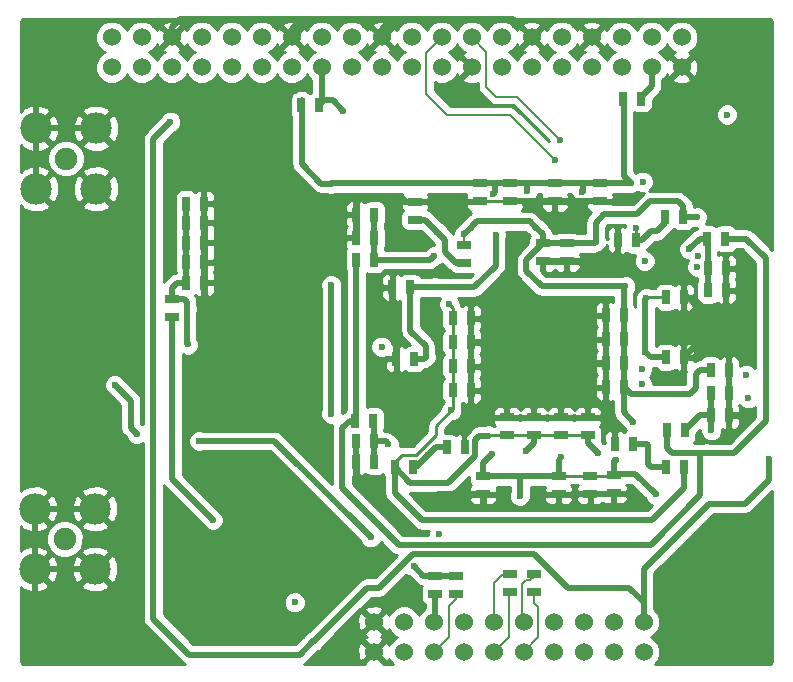
<source format=gbl>
G04 #@! TF.FileFunction,Copper,L4,Bot,Signal*
%FSLAX46Y46*%
G04 Gerber Fmt 4.6, Leading zero omitted, Abs format (unit mm)*
G04 Created by KiCad (PCBNEW 4.0.6) date 10/22/17 14:56:47*
%MOMM*%
%LPD*%
G01*
G04 APERTURE LIST*
%ADD10C,0.100000*%
%ADD11C,0.500000*%
%ADD12C,4.000000*%
%ADD13C,3.000000*%
%ADD14R,0.635000X1.143000*%
%ADD15R,1.143000X0.635000*%
%ADD16C,1.524000*%
%ADD17C,1.905000*%
%ADD18C,2.667000*%
%ADD19C,5.300000*%
%ADD20C,0.600000*%
%ADD21C,0.500000*%
%ADD22C,0.250000*%
%ADD23C,0.200000*%
%ADD24C,0.254000*%
G04 APERTURE END LIST*
D10*
D11*
X136120000Y-97560000D03*
X134620000Y-100560000D03*
X134620000Y-99060000D03*
X133120000Y-99060000D03*
X136120000Y-99060000D03*
X133120000Y-97560000D03*
X134620000Y-97560000D03*
D12*
X136720000Y-101160000D03*
D11*
X133120000Y-100560000D03*
D13*
X113633000Y-101695000D03*
D11*
X108633000Y-102695000D03*
X110133000Y-102695000D03*
X108633000Y-101195000D03*
X110133000Y-101195000D03*
X108633000Y-96695000D03*
X108633000Y-98195000D03*
X114633000Y-98195000D03*
X114633000Y-96695000D03*
X113133000Y-96695000D03*
X113133000Y-98195000D03*
X110133000Y-98195000D03*
X110133000Y-96695000D03*
X111633000Y-96695000D03*
X111633000Y-98195000D03*
X111633000Y-102695000D03*
X111633000Y-101195000D03*
X114633000Y-99695000D03*
X113133000Y-99695000D03*
X108633000Y-99695000D03*
X110133000Y-99695000D03*
X111633000Y-99695000D03*
D14*
X127254000Y-101092000D03*
X128778000Y-101092000D03*
D15*
X134874000Y-90678000D03*
X134874000Y-92202000D03*
X134112000Y-106934000D03*
X134112000Y-105410000D03*
D14*
X127254000Y-97028000D03*
X128778000Y-97028000D03*
D15*
X131826000Y-106934000D03*
X131826000Y-105410000D03*
D14*
X141732000Y-102870000D03*
X140208000Y-102870000D03*
X141224000Y-90424000D03*
X142748000Y-90424000D03*
X150372000Y-94660000D03*
X148848000Y-94660000D03*
X141732000Y-98806000D03*
X140208000Y-98806000D03*
X149078000Y-101380000D03*
X150602000Y-101380000D03*
X141732000Y-100838000D03*
X140208000Y-100838000D03*
X120602000Y-90220000D03*
X119078000Y-90220000D03*
X119058000Y-107430000D03*
X120582000Y-107430000D03*
X128270000Y-107950000D03*
X126746000Y-107950000D03*
X127254000Y-103124000D03*
X128778000Y-103124000D03*
D15*
X138684000Y-106934000D03*
X138684000Y-105410000D03*
D14*
X141732000Y-96774000D03*
X140208000Y-96774000D03*
X149108000Y-103360000D03*
X150632000Y-103360000D03*
X150632000Y-105250000D03*
X149108000Y-105250000D03*
X140970000Y-107696000D03*
X142494000Y-107696000D03*
X127254000Y-99060000D03*
X128778000Y-99060000D03*
D15*
X136906000Y-90678000D03*
X136906000Y-92202000D03*
X136398000Y-106934000D03*
X136398000Y-105410000D03*
D14*
X120622000Y-109160000D03*
X119098000Y-109160000D03*
X119098000Y-88250000D03*
X120622000Y-88250000D03*
D15*
X124040000Y-87138000D03*
X124040000Y-88662000D03*
D14*
X148848000Y-92790000D03*
X150372000Y-92790000D03*
D15*
X129830000Y-110388000D03*
X129830000Y-111912000D03*
X138880000Y-110338000D03*
X138880000Y-111862000D03*
X139700000Y-85598000D03*
X139700000Y-87122000D03*
X132080000Y-85598000D03*
X132080000Y-87122000D03*
D14*
X123672000Y-94400000D03*
X122148000Y-94400000D03*
X123992000Y-100470000D03*
X122468000Y-100470000D03*
X145288000Y-100330000D03*
X146812000Y-100330000D03*
X145288000Y-95250000D03*
X146812000Y-95250000D03*
D15*
X135890000Y-85598000D03*
X135890000Y-87122000D03*
X129540000Y-85598000D03*
X129540000Y-87122000D03*
X136210000Y-110378000D03*
X136210000Y-111902000D03*
X140890000Y-110308000D03*
X140890000Y-111832000D03*
D14*
X104668000Y-88950000D03*
X106192000Y-88950000D03*
X104678000Y-90610000D03*
X106202000Y-90610000D03*
X104678000Y-94020000D03*
X106202000Y-94020000D03*
X104658000Y-87330000D03*
X106182000Y-87330000D03*
X104668000Y-92260000D03*
X106192000Y-92260000D03*
D16*
X143430000Y-122730000D03*
X143430000Y-125270000D03*
X140890000Y-122730000D03*
X140890000Y-125270000D03*
X138350000Y-122730000D03*
X138350000Y-125270000D03*
X135810000Y-122730000D03*
X135810000Y-125270000D03*
X133270000Y-122730000D03*
X133270000Y-125270000D03*
X130730000Y-122730000D03*
X130730000Y-125270000D03*
X128190000Y-122730000D03*
X128190000Y-125270000D03*
X125650000Y-122730000D03*
X125650000Y-125270000D03*
X123110000Y-122730000D03*
X123110000Y-125270000D03*
X120570000Y-122730000D03*
X120570000Y-125270000D03*
D14*
X119068000Y-92090000D03*
X120592000Y-92090000D03*
X145388000Y-106510000D03*
X146912000Y-106510000D03*
X119008000Y-105700000D03*
X120532000Y-105700000D03*
X150342000Y-90290000D03*
X148818000Y-90290000D03*
D15*
X128240000Y-90818000D03*
X128240000Y-92342000D03*
D14*
X146862000Y-109650000D03*
X145338000Y-109650000D03*
X122338000Y-109650000D03*
X123862000Y-109650000D03*
X146762000Y-88450000D03*
X145238000Y-88450000D03*
D15*
X103510000Y-95408000D03*
X103510000Y-96932000D03*
D14*
X115952000Y-79000000D03*
X114428000Y-79000000D03*
X143222000Y-78440000D03*
X141698000Y-78440000D03*
D17*
X94500000Y-83500000D03*
D18*
X97049900Y-86049900D03*
X91950100Y-86049900D03*
X91950100Y-80950100D03*
X97049900Y-80950100D03*
D17*
X94400000Y-115700000D03*
D18*
X96949900Y-118249900D03*
X91850100Y-118249900D03*
X91850100Y-113150100D03*
X96949900Y-113150100D03*
D19*
X93500000Y-74500000D03*
X93500000Y-123500000D03*
X151500000Y-74500000D03*
X151500000Y-123500000D03*
D15*
X127530000Y-120362000D03*
X127530000Y-118838000D03*
X125760000Y-120362000D03*
X125760000Y-118838000D03*
X132070000Y-120172000D03*
X132070000Y-118648000D03*
X134120000Y-120172000D03*
X134120000Y-118648000D03*
D16*
X98370000Y-75770000D03*
X98370000Y-73230000D03*
X100910000Y-75770000D03*
X100910000Y-73230000D03*
X103450000Y-75770000D03*
X103450000Y-73230000D03*
X105990000Y-75770000D03*
X105990000Y-73230000D03*
X108530000Y-75770000D03*
X108530000Y-73230000D03*
X111070000Y-75770000D03*
X111070000Y-73230000D03*
X113610000Y-75770000D03*
X113610000Y-73230000D03*
X116150000Y-75770000D03*
X116150000Y-73230000D03*
X118690000Y-75770000D03*
X118690000Y-73230000D03*
X121230000Y-75770000D03*
X121230000Y-73230000D03*
X123770000Y-75770000D03*
X123770000Y-73230000D03*
X126310000Y-75770000D03*
X126310000Y-73230000D03*
X128850000Y-75770000D03*
X128850000Y-73230000D03*
X131390000Y-75770000D03*
X131390000Y-73230000D03*
X133930000Y-75770000D03*
X133930000Y-73230000D03*
X136470000Y-75770000D03*
X136470000Y-73230000D03*
X139010000Y-75770000D03*
X139010000Y-73230000D03*
X141550000Y-75770000D03*
X141550000Y-73230000D03*
X144090000Y-75770000D03*
X144090000Y-73230000D03*
X146630000Y-75770000D03*
X146630000Y-73230000D03*
D20*
X154000000Y-108910000D03*
X103340000Y-80390000D03*
X115480000Y-124360000D03*
X140462000Y-92202000D03*
X121390000Y-100650000D03*
X122230000Y-90380000D03*
X147750000Y-95840000D03*
X140920000Y-112890000D03*
X109320000Y-91060000D03*
X125470000Y-112460000D03*
X152340000Y-105310000D03*
X119080000Y-110650000D03*
X147860000Y-98790000D03*
X136210000Y-112810000D03*
X129850000Y-112880000D03*
X148710000Y-108430000D03*
X150460000Y-79770000D03*
X113870000Y-121070000D03*
X106950000Y-114110000D03*
X123930000Y-118020000D03*
X132930000Y-112050000D03*
X144430000Y-111940000D03*
X116920000Y-85620000D03*
X143560000Y-99840000D03*
X143620000Y-95320000D03*
X138210000Y-86340000D03*
X130910000Y-89980000D03*
X130670000Y-86470000D03*
X133550000Y-86280000D03*
X142330000Y-85570000D03*
X141050000Y-108980000D03*
X136400000Y-108800000D03*
X130580000Y-108550000D03*
X124960000Y-100300000D03*
X125770000Y-94390000D03*
X128230000Y-89900000D03*
X147940000Y-88470000D03*
X141860000Y-94310000D03*
X139590000Y-108450000D03*
X130250000Y-106950000D03*
X142550000Y-105810000D03*
X133450000Y-108270000D03*
X127140000Y-104810000D03*
X126950000Y-95820000D03*
X139360000Y-90550000D03*
X142748000Y-89408000D03*
X147270000Y-91170000D03*
X125660000Y-91760000D03*
X121810000Y-107670000D03*
X125170000Y-108590000D03*
X149150000Y-106500000D03*
X143780000Y-107810000D03*
X125940000Y-89720000D03*
X126120000Y-115270000D03*
X143490000Y-92180000D03*
X143330000Y-85460000D03*
X143250000Y-102570000D03*
X147920000Y-92660000D03*
X135880000Y-83580000D03*
X136320000Y-81920000D03*
X148000000Y-91790000D03*
X152090000Y-101810000D03*
X143280000Y-101340000D03*
X120290000Y-115570000D03*
X105790000Y-107410000D03*
X117990000Y-79460000D03*
X121220000Y-99430000D03*
X152270000Y-103800000D03*
X116970000Y-105090000D03*
X116960000Y-94220000D03*
X104820000Y-99240000D03*
X104750000Y-96240000D03*
X98650000Y-102660000D03*
X100480000Y-106790000D03*
D21*
X142205000Y-119845000D02*
X137015000Y-119845000D01*
X137015000Y-119845000D02*
X134140000Y-116970000D01*
X134140000Y-116970000D02*
X123850000Y-116970000D01*
X123850000Y-116970000D02*
X121000000Y-119820000D01*
X121000000Y-119820000D02*
X120020000Y-119820000D01*
X120020000Y-119820000D02*
X115480000Y-124360000D01*
X143430000Y-122730000D02*
X143430000Y-121070000D01*
X143430000Y-121070000D02*
X142205000Y-119845000D01*
D22*
X142205000Y-119845000D02*
X142180000Y-119820000D01*
D21*
X143430000Y-122730000D02*
X143430000Y-118250000D01*
X154000000Y-110680000D02*
X154000000Y-108910000D01*
X151970000Y-112710000D02*
X154000000Y-110680000D01*
X148970000Y-112710000D02*
X151970000Y-112710000D01*
X143430000Y-118250000D02*
X148970000Y-112710000D01*
X103340000Y-80390000D02*
X101880000Y-81850000D01*
X101880000Y-81850000D02*
X101880000Y-122450000D01*
X101880000Y-122450000D02*
X104930000Y-125500000D01*
X104930000Y-125500000D02*
X114300000Y-125500000D01*
X114300000Y-125500000D02*
X115440000Y-124360000D01*
X115440000Y-124360000D02*
X115480000Y-124360000D01*
X141224000Y-90424000D02*
X141224000Y-91440000D01*
D23*
X141224000Y-91440000D02*
X140462000Y-92202000D01*
D21*
X119078000Y-90220000D02*
X119078000Y-88270000D01*
D23*
X119078000Y-88270000D02*
X119098000Y-88250000D01*
D21*
X121390000Y-100650000D02*
X121570000Y-100470000D01*
X121570000Y-100470000D02*
X122468000Y-100470000D01*
X122230000Y-90380000D02*
X122120000Y-90270000D01*
X122120000Y-90270000D02*
X122120000Y-86700000D01*
X106202000Y-94020000D02*
X106202000Y-95872000D01*
X106202000Y-95872000D02*
X107025000Y-96695000D01*
X107025000Y-96695000D02*
X108633000Y-96695000D01*
X124040000Y-87138000D02*
X123318000Y-87138000D01*
X123318000Y-87138000D02*
X122880000Y-86700000D01*
X122880000Y-86700000D02*
X122120000Y-86700000D01*
X119098000Y-86882000D02*
X119098000Y-88250000D01*
X122120000Y-86700000D02*
X119280000Y-86700000D01*
X119280000Y-86700000D02*
X119098000Y-86882000D01*
X146812000Y-95250000D02*
X147160000Y-95250000D01*
X147160000Y-95250000D02*
X147750000Y-95840000D01*
X146812000Y-95250000D02*
X147170000Y-95250000D01*
X147170000Y-95250000D02*
X148070000Y-96150000D01*
X148070000Y-96150000D02*
X150240000Y-96150000D01*
X124040000Y-87138000D02*
X129524000Y-87138000D01*
D23*
X129524000Y-87138000D02*
X129540000Y-87122000D01*
X140890000Y-112860000D02*
X140890000Y-111832000D01*
X140920000Y-112890000D02*
X140890000Y-112860000D01*
D21*
X106540000Y-90660000D02*
X108920000Y-90660000D01*
X108920000Y-90660000D02*
X109320000Y-91060000D01*
X106192000Y-88950000D02*
X106192000Y-87340000D01*
D23*
X106192000Y-87340000D02*
X106182000Y-87330000D01*
D21*
X106202000Y-90610000D02*
X106202000Y-88960000D01*
D23*
X106202000Y-88960000D02*
X106192000Y-88950000D01*
D21*
X106192000Y-92260000D02*
X106192000Y-94010000D01*
D23*
X106192000Y-94010000D02*
X106202000Y-94020000D01*
D21*
X106202000Y-90610000D02*
X106202000Y-92250000D01*
D23*
X106202000Y-92250000D02*
X106192000Y-92260000D01*
D21*
X129830000Y-111912000D02*
X126018000Y-111912000D01*
X126018000Y-111912000D02*
X125470000Y-112460000D01*
X103450000Y-73230000D02*
X103450000Y-72390000D01*
X103450000Y-72390000D02*
X104160000Y-71680000D01*
X104160000Y-71680000D02*
X114450000Y-71680000D01*
X113610000Y-73230000D02*
X113610000Y-72520000D01*
X113610000Y-72520000D02*
X114450000Y-71680000D01*
X114450000Y-71680000D02*
X122110000Y-71680000D01*
X121230000Y-73230000D02*
X121230000Y-72560000D01*
X121230000Y-72560000D02*
X122110000Y-71680000D01*
X122110000Y-71680000D02*
X130800000Y-71680000D01*
X132380000Y-71680000D02*
X133930000Y-73230000D01*
X130800000Y-71680000D02*
X132380000Y-71680000D01*
X122468000Y-100470000D02*
X122468000Y-95898000D01*
X122148000Y-95578000D02*
X122148000Y-94400000D01*
X122468000Y-95898000D02*
X122148000Y-95578000D01*
X150632000Y-105250000D02*
X152280000Y-105250000D01*
D22*
X152280000Y-105250000D02*
X152340000Y-105310000D01*
D21*
X119098000Y-109160000D02*
X119098000Y-110632000D01*
D22*
X119098000Y-110632000D02*
X119080000Y-110650000D01*
D21*
X96949900Y-118249900D02*
X91850100Y-118249900D01*
X93500000Y-123500000D02*
X93500000Y-122420000D01*
X93500000Y-122420000D02*
X91850100Y-120770100D01*
X91850100Y-120770100D02*
X91850100Y-118249900D01*
X91850100Y-118249900D02*
X91850100Y-113150100D01*
X91850100Y-113150100D02*
X96949900Y-113150100D01*
X147860000Y-98790000D02*
X147880000Y-98810000D01*
X147880000Y-98810000D02*
X147880000Y-99262000D01*
X147880000Y-99262000D02*
X146812000Y-100330000D01*
X91950100Y-80950100D02*
X91950100Y-76049900D01*
X91950100Y-76049900D02*
X93500000Y-74500000D01*
D22*
X140890000Y-111832000D02*
X138910000Y-111832000D01*
X138910000Y-111832000D02*
X138880000Y-111862000D01*
X136210000Y-111902000D02*
X138840000Y-111902000D01*
X138840000Y-111902000D02*
X138880000Y-111862000D01*
X136210000Y-112810000D02*
X136210000Y-111902000D01*
D21*
X129830000Y-112860000D02*
X129830000Y-111912000D01*
D22*
X129850000Y-112880000D02*
X129830000Y-112860000D01*
D21*
X119058000Y-107430000D02*
X119058000Y-109120000D01*
D22*
X119058000Y-109120000D02*
X119098000Y-109160000D01*
D21*
X150602000Y-101380000D02*
X150602000Y-96362000D01*
X150602000Y-96362000D02*
X150372000Y-96132000D01*
X150372000Y-96132000D02*
X150372000Y-94660000D01*
X146812000Y-95250000D02*
X146812000Y-100330000D01*
X150372000Y-94660000D02*
X150372000Y-92790000D01*
X150632000Y-103360000D02*
X150632000Y-101410000D01*
D22*
X150632000Y-101410000D02*
X150602000Y-101380000D01*
D21*
X150632000Y-105250000D02*
X150632000Y-103360000D01*
D22*
X128270000Y-107950000D02*
X128270000Y-106960000D01*
X128778000Y-106452000D02*
X128778000Y-103124000D01*
X128270000Y-106960000D02*
X128778000Y-106452000D01*
X140970000Y-107696000D02*
X140970000Y-105890000D01*
X140490000Y-105410000D02*
X138684000Y-105410000D01*
X140970000Y-105890000D02*
X140490000Y-105410000D01*
D21*
X139700000Y-87122000D02*
X135890000Y-87122000D01*
X135890000Y-87122000D02*
X132080000Y-87122000D01*
D22*
X129540000Y-87122000D02*
X132080000Y-87122000D01*
D21*
X134874000Y-92202000D02*
X136906000Y-92202000D01*
X136906000Y-92202000D02*
X140462000Y-92202000D01*
X140462000Y-92202000D02*
X141224000Y-91440000D01*
D22*
X138684000Y-105410000D02*
X138684000Y-103124000D01*
X138684000Y-103124000D02*
X136720000Y-101160000D01*
D21*
X140208000Y-100838000D02*
X137042000Y-100838000D01*
D22*
X137042000Y-100838000D02*
X136720000Y-101160000D01*
X140208000Y-98806000D02*
X140208000Y-96774000D01*
D21*
X140208000Y-100838000D02*
X140208000Y-98806000D01*
X140208000Y-102870000D02*
X140208000Y-100838000D01*
D22*
X136398000Y-105410000D02*
X138684000Y-105410000D01*
X134112000Y-105410000D02*
X136398000Y-105410000D01*
X131826000Y-105410000D02*
X134112000Y-105410000D01*
D21*
X128778000Y-99060000D02*
X133120000Y-99060000D01*
D22*
X128778000Y-101092000D02*
X128778000Y-103124000D01*
X128778000Y-99060000D02*
X128778000Y-101092000D01*
D21*
X128778000Y-97028000D02*
X128778000Y-99060000D01*
X97049900Y-80950100D02*
X91950100Y-80950100D01*
X91950100Y-80950100D02*
X91950100Y-86049900D01*
X150342000Y-90290000D02*
X152110000Y-90290000D01*
X152110000Y-90290000D02*
X153760000Y-91940000D01*
X153760000Y-91940000D02*
X153760000Y-92800000D01*
X151080000Y-108430000D02*
X148710000Y-108430000D01*
X153760000Y-105750000D02*
X151080000Y-108430000D01*
X153760000Y-92800000D02*
X153760000Y-105750000D01*
X119008000Y-105700000D02*
X118510000Y-105700000D01*
X118510000Y-105700000D02*
X117880000Y-106330000D01*
X117880000Y-106330000D02*
X117880000Y-111430000D01*
X117880000Y-111430000D02*
X118815000Y-112365000D01*
X148220000Y-112010000D02*
X148220000Y-108430000D01*
X144000000Y-116230000D02*
X148220000Y-112010000D01*
X122680000Y-116230000D02*
X144000000Y-116230000D01*
X118815000Y-112365000D02*
X122680000Y-116230000D01*
X119068000Y-92090000D02*
X119068000Y-105640000D01*
D23*
X119068000Y-105640000D02*
X119008000Y-105700000D01*
D21*
X145388000Y-106510000D02*
X145388000Y-108018000D01*
X145800000Y-108430000D02*
X148220000Y-108430000D01*
X145388000Y-108018000D02*
X145800000Y-108430000D01*
X148220000Y-108430000D02*
X148710000Y-108430000D01*
X103510000Y-96932000D02*
X103510000Y-110670000D01*
X103510000Y-110670000D02*
X106950000Y-114110000D01*
X125760000Y-118838000D02*
X124748000Y-118838000D01*
X124748000Y-118838000D02*
X123930000Y-118020000D01*
X127530000Y-118838000D02*
X125760000Y-118838000D01*
X124960000Y-100300000D02*
X124960000Y-99370000D01*
X124960000Y-99370000D02*
X123672000Y-98082000D01*
X123672000Y-98082000D02*
X123672000Y-94400000D01*
X132970000Y-112010000D02*
X132970000Y-110388000D01*
D23*
X132930000Y-112050000D02*
X132970000Y-112010000D01*
D21*
X114468000Y-78540000D02*
X114468000Y-83968000D01*
X114468000Y-83968000D02*
X116120000Y-85620000D01*
X116120000Y-85620000D02*
X116920000Y-85620000D01*
X141708000Y-78230000D02*
X141708000Y-84948000D01*
X141708000Y-84948000D02*
X142330000Y-85570000D01*
X144430000Y-111940000D02*
X142720000Y-110230000D01*
X142720000Y-110230000D02*
X140968000Y-110230000D01*
D22*
X140968000Y-110230000D02*
X140890000Y-110308000D01*
D21*
X116942000Y-85598000D02*
X129540000Y-85598000D01*
X116920000Y-85620000D02*
X116942000Y-85598000D01*
X143560000Y-99840000D02*
X143560000Y-95380000D01*
X143560000Y-95380000D02*
X143620000Y-95320000D01*
X145288000Y-100330000D02*
X144050000Y-100330000D01*
X144050000Y-100330000D02*
X143560000Y-99840000D01*
D22*
X145288000Y-95250000D02*
X143690000Y-95250000D01*
X143690000Y-95250000D02*
X143620000Y-95320000D01*
D21*
X129830000Y-110388000D02*
X132970000Y-110388000D01*
X132970000Y-110388000D02*
X136200000Y-110388000D01*
D22*
X136200000Y-110388000D02*
X136210000Y-110378000D01*
D21*
X138240000Y-86310000D02*
X138240000Y-85598000D01*
D22*
X138210000Y-86340000D02*
X138240000Y-86310000D01*
D21*
X130910000Y-89980000D02*
X130900000Y-89990000D01*
X130900000Y-89990000D02*
X130900000Y-92570000D01*
X130900000Y-92570000D02*
X129080000Y-94390000D01*
X129080000Y-94390000D02*
X125770000Y-94390000D01*
X130670000Y-86470000D02*
X130820000Y-86320000D01*
X130820000Y-86320000D02*
X130820000Y-85598000D01*
X133550000Y-86280000D02*
X133560000Y-86270000D01*
X133560000Y-86270000D02*
X133560000Y-85598000D01*
X142312000Y-85588000D02*
X139700000Y-85598000D01*
X142330000Y-85570000D02*
X142312000Y-85588000D01*
X140890000Y-109140000D02*
X140890000Y-110308000D01*
X141050000Y-108980000D02*
X140890000Y-109140000D01*
D22*
X138880000Y-110338000D02*
X140860000Y-110338000D01*
X140860000Y-110338000D02*
X140890000Y-110308000D01*
X136210000Y-110378000D02*
X138840000Y-110378000D01*
X138840000Y-110378000D02*
X138880000Y-110338000D01*
D21*
X136210000Y-110378000D02*
X136210000Y-108990000D01*
X136210000Y-108990000D02*
X136400000Y-108800000D01*
X129830000Y-110388000D02*
X129830000Y-109300000D01*
X129830000Y-109300000D02*
X130580000Y-108550000D01*
X123992000Y-100470000D02*
X124790000Y-100470000D01*
X124790000Y-100470000D02*
X124960000Y-100300000D01*
X123672000Y-94400000D02*
X125760000Y-94400000D01*
X125760000Y-94400000D02*
X125770000Y-94390000D01*
X135890000Y-85598000D02*
X138240000Y-85598000D01*
X138240000Y-85598000D02*
X139700000Y-85598000D01*
X129540000Y-85598000D02*
X130820000Y-85598000D01*
X130820000Y-85598000D02*
X132080000Y-85598000D01*
X132080000Y-85598000D02*
X133560000Y-85598000D01*
X133560000Y-85598000D02*
X135890000Y-85598000D01*
X128870000Y-89260000D02*
X128870000Y-89230000D01*
X128230000Y-89900000D02*
X128870000Y-89260000D01*
X133760000Y-88800000D02*
X134230000Y-89270000D01*
X129300000Y-88800000D02*
X133760000Y-88800000D01*
X128870000Y-89230000D02*
X129300000Y-88800000D01*
X134230000Y-89270000D02*
X134874000Y-89914000D01*
X134874000Y-90678000D02*
X134874000Y-89914000D01*
X134220000Y-89260000D02*
X134230000Y-89270000D01*
D23*
X128240000Y-90818000D02*
X128240000Y-90380000D01*
X128240000Y-90380000D02*
X128230000Y-90370000D01*
X128230000Y-90370000D02*
X128230000Y-89900000D01*
D21*
X141860000Y-94310000D02*
X134770000Y-94310000D01*
X133460000Y-92092000D02*
X134874000Y-90678000D01*
X133460000Y-93000000D02*
X133460000Y-92092000D01*
X134770000Y-94310000D02*
X133460000Y-93000000D01*
X130250000Y-106950000D02*
X129510000Y-106950000D01*
X129510000Y-106950000D02*
X129150000Y-107310000D01*
X129150000Y-107310000D02*
X129150000Y-108650000D01*
X129150000Y-108650000D02*
X126870000Y-110930000D01*
X126870000Y-110930000D02*
X123618000Y-110930000D01*
X123618000Y-110930000D02*
X122338000Y-109650000D01*
D22*
X122338000Y-109650000D02*
X122338000Y-109182000D01*
X122338000Y-109182000D02*
X122960000Y-108560000D01*
X125830000Y-106120000D02*
X127140000Y-104810000D01*
X125830000Y-106910000D02*
X125830000Y-106120000D01*
X124180000Y-108560000D02*
X125830000Y-106910000D01*
X122960000Y-108560000D02*
X124180000Y-108560000D01*
D21*
X146862000Y-109650000D02*
X146862000Y-111358000D01*
X146862000Y-111358000D02*
X144090000Y-114130000D01*
X144090000Y-114130000D02*
X124660000Y-114130000D01*
X124660000Y-114130000D02*
X122338000Y-111808000D01*
X122338000Y-111808000D02*
X122338000Y-109650000D01*
X149078000Y-101380000D02*
X148220000Y-101380000D01*
X148220000Y-101380000D02*
X147840000Y-101760000D01*
X147840000Y-101760000D02*
X147840000Y-102930000D01*
X147840000Y-102930000D02*
X147300000Y-103470000D01*
X147300000Y-103470000D02*
X142332000Y-103470000D01*
X142332000Y-103470000D02*
X141732000Y-102870000D01*
X139360000Y-90550000D02*
X139360000Y-88920000D01*
X146762000Y-87512000D02*
X146762000Y-88450000D01*
X146350000Y-87100000D02*
X146762000Y-87512000D01*
X143950000Y-87100000D02*
X146350000Y-87100000D01*
X142840000Y-88210000D02*
X143950000Y-87100000D01*
X140070000Y-88210000D02*
X142840000Y-88210000D01*
X139360000Y-88920000D02*
X140070000Y-88210000D01*
X147920000Y-88450000D02*
X146762000Y-88450000D01*
X147940000Y-88470000D02*
X147920000Y-88450000D01*
X141732000Y-94438000D02*
X141732000Y-96774000D01*
X141860000Y-94310000D02*
X141732000Y-94438000D01*
X138684000Y-106934000D02*
X138684000Y-107564000D01*
X138684000Y-107564000D02*
X139570000Y-108450000D01*
X139570000Y-108450000D02*
X139590000Y-108450000D01*
D22*
X130266000Y-106934000D02*
X131826000Y-106934000D01*
X130250000Y-106950000D02*
X130266000Y-106934000D01*
D21*
X141732000Y-102870000D02*
X141732000Y-104992000D01*
X141732000Y-104992000D02*
X142550000Y-105810000D01*
X141732000Y-100838000D02*
X141732000Y-102870000D01*
X141732000Y-98806000D02*
X141732000Y-100838000D01*
X141732000Y-96774000D02*
X141732000Y-98806000D01*
D22*
X136398000Y-106934000D02*
X138684000Y-106934000D01*
X134112000Y-106934000D02*
X136398000Y-106934000D01*
X131826000Y-106934000D02*
X134112000Y-106934000D01*
D21*
X134112000Y-106934000D02*
X134112000Y-107608000D01*
X134112000Y-107608000D02*
X133450000Y-108270000D01*
D22*
X127254000Y-103124000D02*
X127254000Y-104696000D01*
X127254000Y-104696000D02*
X127140000Y-104810000D01*
X127254000Y-101092000D02*
X127254000Y-103124000D01*
X127254000Y-99060000D02*
X127254000Y-101092000D01*
X127254000Y-97028000D02*
X127254000Y-96124000D01*
X127254000Y-96124000D02*
X126950000Y-95820000D01*
X127254000Y-99060000D02*
X127254000Y-97028000D01*
D21*
X136906000Y-90678000D02*
X139232000Y-90678000D01*
X139232000Y-90678000D02*
X139360000Y-90550000D01*
X134874000Y-90678000D02*
X136906000Y-90678000D01*
D22*
X142748000Y-89408000D02*
X142748000Y-90424000D01*
D21*
X145238000Y-88450000D02*
X145238000Y-88950000D01*
X145238000Y-88950000D02*
X144526000Y-89662000D01*
X143256000Y-90424000D02*
X142748000Y-90424000D01*
X144018000Y-89662000D02*
X143256000Y-90424000D01*
X144526000Y-89662000D02*
X144018000Y-89662000D01*
X148848000Y-92790000D02*
X148848000Y-90320000D01*
D23*
X148848000Y-90320000D02*
X148818000Y-90290000D01*
D21*
X147270000Y-91170000D02*
X148150000Y-90290000D01*
X148150000Y-90290000D02*
X148818000Y-90290000D01*
X148848000Y-94660000D02*
X148848000Y-92790000D01*
X120592000Y-92090000D02*
X125330000Y-92090000D01*
X125330000Y-92090000D02*
X125660000Y-91760000D01*
X120602000Y-90220000D02*
X120602000Y-92080000D01*
D23*
X120602000Y-92080000D02*
X120592000Y-92090000D01*
X120580000Y-90242000D02*
X120602000Y-90220000D01*
X125660000Y-91760000D02*
X125588000Y-91688000D01*
D21*
X120602000Y-90220000D02*
X120602000Y-88270000D01*
D22*
X120602000Y-88270000D02*
X120622000Y-88250000D01*
X120602000Y-88270000D02*
X120622000Y-88250000D01*
D21*
X120582000Y-107430000D02*
X120582000Y-105750000D01*
D23*
X120582000Y-105750000D02*
X120532000Y-105700000D01*
D21*
X121810000Y-107670000D02*
X121570000Y-107430000D01*
X121570000Y-107430000D02*
X120582000Y-107430000D01*
X120622000Y-109160000D02*
X120622000Y-108230000D01*
X120622000Y-108230000D02*
X120622000Y-107470000D01*
D22*
X120622000Y-107470000D02*
X120582000Y-107430000D01*
X123862000Y-109650000D02*
X124110000Y-109650000D01*
D21*
X124110000Y-109650000D02*
X125170000Y-108590000D01*
X125810000Y-107950000D02*
X126746000Y-107950000D01*
X125170000Y-108590000D02*
X125810000Y-107950000D01*
X149150000Y-106500000D02*
X149108000Y-106458000D01*
X149108000Y-106458000D02*
X149108000Y-105250000D01*
X149108000Y-105250000D02*
X149108000Y-103360000D01*
D22*
X146912000Y-106510000D02*
X146920000Y-106510000D01*
D21*
X146920000Y-106510000D02*
X148180000Y-105250000D01*
X148180000Y-105250000D02*
X149108000Y-105250000D01*
X145338000Y-109650000D02*
X144040000Y-109650000D01*
X144040000Y-109650000D02*
X143780000Y-109390000D01*
X143780000Y-109390000D02*
X143780000Y-107810000D01*
X143666000Y-107696000D02*
X142494000Y-107696000D01*
X143780000Y-107810000D02*
X143666000Y-107696000D01*
X126590000Y-90370000D02*
X126590000Y-91370000D01*
X126590000Y-91370000D02*
X127562000Y-92342000D01*
X127562000Y-92342000D02*
X128240000Y-92342000D01*
X124040000Y-88662000D02*
X124882000Y-88662000D01*
X124882000Y-88662000D02*
X125940000Y-89720000D01*
X125940000Y-89720000D02*
X126590000Y-90370000D01*
D23*
X126590000Y-90370000D02*
X126612000Y-90392000D01*
X125000000Y-74540000D02*
X126310000Y-73230000D01*
X125000000Y-78040000D02*
X125000000Y-74540000D01*
X126760000Y-79800000D02*
X125000000Y-78040000D01*
X132100000Y-79800000D02*
X126760000Y-79800000D01*
X135880000Y-83580000D02*
X132100000Y-79800000D01*
X130100000Y-74480000D02*
X128850000Y-73230000D01*
X130100000Y-77460000D02*
X130100000Y-74480000D01*
X130900000Y-78260000D02*
X130100000Y-77460000D01*
X132660000Y-78260000D02*
X130900000Y-78260000D01*
X136320000Y-81920000D02*
X132660000Y-78260000D01*
D21*
X120290000Y-115570000D02*
X112130000Y-107410000D01*
X112130000Y-107410000D02*
X105790000Y-107410000D01*
X116150000Y-75770000D02*
X116150000Y-78802000D01*
D23*
X116150000Y-78802000D02*
X115952000Y-79000000D01*
D21*
X115992000Y-78540000D02*
X117070000Y-78540000D01*
X117070000Y-78540000D02*
X117990000Y-79460000D01*
X144090000Y-75770000D02*
X144090000Y-77372000D01*
X144090000Y-77372000D02*
X143232000Y-78230000D01*
X116960000Y-94220000D02*
X116960000Y-105080000D01*
X116960000Y-105080000D02*
X116970000Y-105090000D01*
D22*
X117000000Y-94260000D02*
X116960000Y-94220000D01*
X116970000Y-105090000D02*
X117000000Y-105060000D01*
D21*
X103510000Y-95408000D02*
X104498000Y-95408000D01*
X104498000Y-95408000D02*
X104750000Y-95660000D01*
X104750000Y-95660000D02*
X104750000Y-96240000D01*
X103510000Y-95408000D02*
X103510000Y-94440000D01*
X103510000Y-94440000D02*
X103930000Y-94020000D01*
X103930000Y-94020000D02*
X104678000Y-94020000D01*
X104668000Y-92260000D02*
X104668000Y-94010000D01*
D22*
X104668000Y-94010000D02*
X104678000Y-94020000D01*
D21*
X104678000Y-90610000D02*
X104678000Y-92250000D01*
D22*
X104678000Y-92250000D02*
X104668000Y-92260000D01*
D21*
X104668000Y-88950000D02*
X104668000Y-90600000D01*
D22*
X104668000Y-90600000D02*
X104678000Y-90610000D01*
D21*
X104658000Y-87330000D02*
X104658000Y-88940000D01*
D22*
X104658000Y-88940000D02*
X104668000Y-88950000D01*
D21*
X104750000Y-99170000D02*
X104750000Y-96240000D01*
X104820000Y-99240000D02*
X104750000Y-99170000D01*
X100000000Y-104010000D02*
X98650000Y-102660000D01*
X100000000Y-106310000D02*
X100000000Y-104010000D01*
X100480000Y-106790000D02*
X100000000Y-106310000D01*
X125760000Y-120362000D02*
X125760000Y-122620000D01*
D23*
X125760000Y-122620000D02*
X125650000Y-122730000D01*
X127530000Y-120362000D02*
X127530000Y-120770000D01*
X126950000Y-123970000D02*
X125650000Y-125270000D01*
X126950000Y-121350000D02*
X126950000Y-123970000D01*
X127530000Y-120770000D02*
X126950000Y-121350000D01*
X134120000Y-118648000D02*
X134120000Y-118910000D01*
X134120000Y-118910000D02*
X133830000Y-119200000D01*
X133830000Y-119200000D02*
X133430000Y-119200000D01*
X133430000Y-119200000D02*
X133090000Y-119540000D01*
X133090000Y-119540000D02*
X133090000Y-122550000D01*
X133090000Y-122550000D02*
X133270000Y-122730000D01*
X134120000Y-120172000D02*
X134120000Y-121110000D01*
X134510000Y-124030000D02*
X133270000Y-125270000D01*
X134510000Y-121500000D02*
X134510000Y-124030000D01*
X134120000Y-121110000D02*
X134510000Y-121500000D01*
X132070000Y-118648000D02*
X131522000Y-118648000D01*
X131522000Y-118648000D02*
X130730000Y-119440000D01*
X130730000Y-119440000D02*
X130730000Y-122730000D01*
X130730000Y-125270000D02*
X130730000Y-125240000D01*
X130730000Y-125240000D02*
X131990000Y-123980000D01*
X131990000Y-123980000D02*
X131990000Y-120252000D01*
X131990000Y-120252000D02*
X132070000Y-120172000D01*
D24*
G36*
X154315000Y-125932534D02*
X154278624Y-126115410D01*
X154213250Y-126213249D01*
X154115409Y-126278624D01*
X153932534Y-126315000D01*
X144360558Y-126315000D01*
X144613629Y-126062370D01*
X144826757Y-125549100D01*
X144827242Y-124993339D01*
X144615010Y-124479697D01*
X144222370Y-124086371D01*
X144014488Y-124000051D01*
X144220303Y-123915010D01*
X144613629Y-123522370D01*
X144826757Y-123009100D01*
X144827242Y-122453339D01*
X144615010Y-121939697D01*
X144315000Y-121639163D01*
X144315000Y-121070005D01*
X144315001Y-121070000D01*
X144315000Y-121069995D01*
X144315000Y-118616580D01*
X149336579Y-113595000D01*
X151969995Y-113595000D01*
X151970000Y-113595001D01*
X152252484Y-113538810D01*
X152308675Y-113527633D01*
X152595790Y-113335790D01*
X154315000Y-111616579D01*
X154315000Y-125932534D01*
X154315000Y-125932534D01*
G37*
X154315000Y-125932534D02*
X154278624Y-126115410D01*
X154213250Y-126213249D01*
X154115409Y-126278624D01*
X153932534Y-126315000D01*
X144360558Y-126315000D01*
X144613629Y-126062370D01*
X144826757Y-125549100D01*
X144827242Y-124993339D01*
X144615010Y-124479697D01*
X144222370Y-124086371D01*
X144014488Y-124000051D01*
X144220303Y-123915010D01*
X144613629Y-123522370D01*
X144826757Y-123009100D01*
X144827242Y-122453339D01*
X144615010Y-121939697D01*
X144315000Y-121639163D01*
X144315000Y-121070005D01*
X144315001Y-121070000D01*
X144315000Y-121069995D01*
X144315000Y-118616580D01*
X149336579Y-113595000D01*
X151969995Y-113595000D01*
X151970000Y-113595001D01*
X152252484Y-113538810D01*
X152308675Y-113527633D01*
X152595790Y-113335790D01*
X154315000Y-111616579D01*
X154315000Y-125932534D01*
G36*
X123399673Y-118812192D02*
X123520986Y-118862566D01*
X124122208Y-119463787D01*
X124122210Y-119463790D01*
X124409325Y-119655633D01*
X124465516Y-119666810D01*
X124652597Y-119704024D01*
X124592069Y-119792610D01*
X124541060Y-120044500D01*
X124541060Y-120679500D01*
X124585338Y-120914817D01*
X124724410Y-121130941D01*
X124875000Y-121233835D01*
X124875000Y-121538667D01*
X124859697Y-121544990D01*
X124466371Y-121937630D01*
X124380051Y-122145512D01*
X124295010Y-121939697D01*
X123902370Y-121546371D01*
X123389100Y-121333243D01*
X122833339Y-121332758D01*
X122319697Y-121544990D01*
X121926371Y-121937630D01*
X121846605Y-122129727D01*
X121792397Y-121998857D01*
X121550213Y-121929392D01*
X120749605Y-122730000D01*
X121550213Y-123530608D01*
X121792397Y-123461143D01*
X121842509Y-123320682D01*
X121924990Y-123520303D01*
X122317630Y-123913629D01*
X122525512Y-123999949D01*
X122319697Y-124084990D01*
X121926371Y-124477630D01*
X121846605Y-124669727D01*
X121792397Y-124538857D01*
X121550213Y-124469392D01*
X120749605Y-125270000D01*
X121550213Y-126070608D01*
X121792397Y-126001143D01*
X121842509Y-125860682D01*
X121924990Y-126060303D01*
X122179243Y-126315000D01*
X121352025Y-126315000D01*
X121370608Y-126250213D01*
X120570000Y-125449605D01*
X119769392Y-126250213D01*
X119787975Y-126315000D01*
X114642616Y-126315000D01*
X114925790Y-126125790D01*
X114925791Y-126125789D01*
X115820669Y-125230910D01*
X116008943Y-125153117D01*
X116099916Y-125062302D01*
X119160856Y-125062302D01*
X119188638Y-125617368D01*
X119347603Y-126001143D01*
X119589787Y-126070608D01*
X120390395Y-125270000D01*
X119589787Y-124469392D01*
X119347603Y-124538857D01*
X119160856Y-125062302D01*
X116099916Y-125062302D01*
X116272192Y-124890327D01*
X116322566Y-124769014D01*
X117381366Y-123710213D01*
X119769392Y-123710213D01*
X119838857Y-123952397D01*
X119962344Y-123996453D01*
X119838857Y-124047603D01*
X119769392Y-124289787D01*
X120570000Y-125090395D01*
X121370608Y-124289787D01*
X121301143Y-124047603D01*
X121177656Y-124003547D01*
X121301143Y-123952397D01*
X121370608Y-123710213D01*
X120570000Y-122909605D01*
X119769392Y-123710213D01*
X117381366Y-123710213D01*
X118569277Y-122522302D01*
X119160856Y-122522302D01*
X119188638Y-123077368D01*
X119347603Y-123461143D01*
X119589787Y-123530608D01*
X120390395Y-122730000D01*
X119589787Y-121929392D01*
X119347603Y-121998857D01*
X119160856Y-122522302D01*
X118569277Y-122522302D01*
X119341792Y-121749787D01*
X119769392Y-121749787D01*
X120570000Y-122550395D01*
X121370608Y-121749787D01*
X121301143Y-121507603D01*
X120777698Y-121320856D01*
X120222632Y-121348638D01*
X119838857Y-121507603D01*
X119769392Y-121749787D01*
X119341792Y-121749787D01*
X120386579Y-120705000D01*
X120999995Y-120705000D01*
X121000000Y-120705001D01*
X121282484Y-120648810D01*
X121338675Y-120637633D01*
X121625790Y-120445790D01*
X121625791Y-120445789D01*
X123329591Y-118741988D01*
X123399673Y-118812192D01*
X123399673Y-118812192D01*
G37*
X123399673Y-118812192D02*
X123520986Y-118862566D01*
X124122208Y-119463787D01*
X124122210Y-119463790D01*
X124409325Y-119655633D01*
X124465516Y-119666810D01*
X124652597Y-119704024D01*
X124592069Y-119792610D01*
X124541060Y-120044500D01*
X124541060Y-120679500D01*
X124585338Y-120914817D01*
X124724410Y-121130941D01*
X124875000Y-121233835D01*
X124875000Y-121538667D01*
X124859697Y-121544990D01*
X124466371Y-121937630D01*
X124380051Y-122145512D01*
X124295010Y-121939697D01*
X123902370Y-121546371D01*
X123389100Y-121333243D01*
X122833339Y-121332758D01*
X122319697Y-121544990D01*
X121926371Y-121937630D01*
X121846605Y-122129727D01*
X121792397Y-121998857D01*
X121550213Y-121929392D01*
X120749605Y-122730000D01*
X121550213Y-123530608D01*
X121792397Y-123461143D01*
X121842509Y-123320682D01*
X121924990Y-123520303D01*
X122317630Y-123913629D01*
X122525512Y-123999949D01*
X122319697Y-124084990D01*
X121926371Y-124477630D01*
X121846605Y-124669727D01*
X121792397Y-124538857D01*
X121550213Y-124469392D01*
X120749605Y-125270000D01*
X121550213Y-126070608D01*
X121792397Y-126001143D01*
X121842509Y-125860682D01*
X121924990Y-126060303D01*
X122179243Y-126315000D01*
X121352025Y-126315000D01*
X121370608Y-126250213D01*
X120570000Y-125449605D01*
X119769392Y-126250213D01*
X119787975Y-126315000D01*
X114642616Y-126315000D01*
X114925790Y-126125790D01*
X114925791Y-126125789D01*
X115820669Y-125230910D01*
X116008943Y-125153117D01*
X116099916Y-125062302D01*
X119160856Y-125062302D01*
X119188638Y-125617368D01*
X119347603Y-126001143D01*
X119589787Y-126070608D01*
X120390395Y-125270000D01*
X119589787Y-124469392D01*
X119347603Y-124538857D01*
X119160856Y-125062302D01*
X116099916Y-125062302D01*
X116272192Y-124890327D01*
X116322566Y-124769014D01*
X117381366Y-123710213D01*
X119769392Y-123710213D01*
X119838857Y-123952397D01*
X119962344Y-123996453D01*
X119838857Y-124047603D01*
X119769392Y-124289787D01*
X120570000Y-125090395D01*
X121370608Y-124289787D01*
X121301143Y-124047603D01*
X121177656Y-124003547D01*
X121301143Y-123952397D01*
X121370608Y-123710213D01*
X120570000Y-122909605D01*
X119769392Y-123710213D01*
X117381366Y-123710213D01*
X118569277Y-122522302D01*
X119160856Y-122522302D01*
X119188638Y-123077368D01*
X119347603Y-123461143D01*
X119589787Y-123530608D01*
X120390395Y-122730000D01*
X119589787Y-121929392D01*
X119347603Y-121998857D01*
X119160856Y-122522302D01*
X118569277Y-122522302D01*
X119341792Y-121749787D01*
X119769392Y-121749787D01*
X120570000Y-122550395D01*
X121370608Y-121749787D01*
X121301143Y-121507603D01*
X120777698Y-121320856D01*
X120222632Y-121348638D01*
X119838857Y-121507603D01*
X119769392Y-121749787D01*
X119341792Y-121749787D01*
X120386579Y-120705000D01*
X120999995Y-120705000D01*
X121000000Y-120705001D01*
X121282484Y-120648810D01*
X121338675Y-120637633D01*
X121625790Y-120445790D01*
X121625791Y-120445789D01*
X123329591Y-118741988D01*
X123399673Y-118812192D01*
G36*
X154115409Y-71721376D02*
X154213250Y-71786751D01*
X154278624Y-71884590D01*
X154315000Y-72067466D01*
X154315000Y-91243421D01*
X152735790Y-89664210D01*
X152712278Y-89648500D01*
X152448675Y-89472367D01*
X152368907Y-89456500D01*
X152110000Y-89404999D01*
X152109995Y-89405000D01*
X151212353Y-89405000D01*
X151123590Y-89267059D01*
X150911390Y-89122069D01*
X150659500Y-89071060D01*
X150024500Y-89071060D01*
X149789183Y-89115338D01*
X149577189Y-89251753D01*
X149387390Y-89122069D01*
X149135500Y-89071060D01*
X148661335Y-89071060D01*
X148732192Y-89000327D01*
X148874838Y-88656799D01*
X148875162Y-88284833D01*
X148733117Y-87941057D01*
X148470327Y-87677808D01*
X148126799Y-87535162D01*
X147754833Y-87534838D01*
X147681835Y-87565000D01*
X147647000Y-87565000D01*
X147647000Y-87512005D01*
X147647001Y-87512000D01*
X147587805Y-87214410D01*
X147579633Y-87173325D01*
X147387790Y-86886210D01*
X147387787Y-86886208D01*
X146975790Y-86474210D01*
X146955723Y-86460802D01*
X146688675Y-86282367D01*
X146607263Y-86266173D01*
X146350000Y-86214999D01*
X146349995Y-86215000D01*
X143950005Y-86215000D01*
X143950000Y-86214999D01*
X143883970Y-86228133D01*
X144122192Y-85990327D01*
X144264838Y-85646799D01*
X144265162Y-85274833D01*
X144123117Y-84931057D01*
X143860327Y-84667808D01*
X143516799Y-84525162D01*
X143144833Y-84524838D01*
X142801057Y-84666883D01*
X142739993Y-84727841D01*
X142739013Y-84727434D01*
X142593000Y-84581420D01*
X142593000Y-79955167D01*
X149524838Y-79955167D01*
X149666883Y-80298943D01*
X149929673Y-80562192D01*
X150273201Y-80704838D01*
X150645167Y-80705162D01*
X150988943Y-80563117D01*
X151252192Y-80300327D01*
X151394838Y-79956799D01*
X151395162Y-79584833D01*
X151253117Y-79241057D01*
X150990327Y-78977808D01*
X150646799Y-78835162D01*
X150274833Y-78834838D01*
X149931057Y-78976883D01*
X149667808Y-79239673D01*
X149525162Y-79583201D01*
X149524838Y-79955167D01*
X142593000Y-79955167D01*
X142593000Y-79567201D01*
X142652610Y-79607931D01*
X142904500Y-79658940D01*
X143539500Y-79658940D01*
X143774817Y-79614662D01*
X143990941Y-79475590D01*
X144135931Y-79263390D01*
X144186940Y-79011500D01*
X144186940Y-78526640D01*
X144715787Y-77997792D01*
X144715790Y-77997790D01*
X144907633Y-77710675D01*
X144926344Y-77616610D01*
X144975001Y-77372000D01*
X144975000Y-77371995D01*
X144975000Y-76860478D01*
X145085457Y-76750213D01*
X145829392Y-76750213D01*
X145898857Y-76992397D01*
X146422302Y-77179144D01*
X146977368Y-77151362D01*
X147361143Y-76992397D01*
X147430608Y-76750213D01*
X146630000Y-75949605D01*
X145829392Y-76750213D01*
X145085457Y-76750213D01*
X145273629Y-76562370D01*
X145353395Y-76370273D01*
X145407603Y-76501143D01*
X145649787Y-76570608D01*
X146450395Y-75770000D01*
X146809605Y-75770000D01*
X147610213Y-76570608D01*
X147852397Y-76501143D01*
X148039144Y-75977698D01*
X148011362Y-75422632D01*
X147852397Y-75038857D01*
X147610213Y-74969392D01*
X146809605Y-75770000D01*
X146450395Y-75770000D01*
X145649787Y-74969392D01*
X145407603Y-75038857D01*
X145357491Y-75179318D01*
X145275010Y-74979697D01*
X144882370Y-74586371D01*
X144674488Y-74500051D01*
X144880303Y-74415010D01*
X145273629Y-74022370D01*
X145359949Y-73814488D01*
X145444990Y-74020303D01*
X145837630Y-74413629D01*
X146029727Y-74493395D01*
X145898857Y-74547603D01*
X145829392Y-74789787D01*
X146630000Y-75590395D01*
X147430608Y-74789787D01*
X147361143Y-74547603D01*
X147220682Y-74497491D01*
X147420303Y-74415010D01*
X147813629Y-74022370D01*
X148026757Y-73509100D01*
X148027242Y-72953339D01*
X147815010Y-72439697D01*
X147422370Y-72046371D01*
X146909100Y-71833243D01*
X146353339Y-71832758D01*
X145839697Y-72044990D01*
X145446371Y-72437630D01*
X145360051Y-72645512D01*
X145275010Y-72439697D01*
X144882370Y-72046371D01*
X144369100Y-71833243D01*
X143813339Y-71832758D01*
X143299697Y-72044990D01*
X142906371Y-72437630D01*
X142820051Y-72645512D01*
X142735010Y-72439697D01*
X142342370Y-72046371D01*
X141829100Y-71833243D01*
X141273339Y-71832758D01*
X140759697Y-72044990D01*
X140366371Y-72437630D01*
X140286605Y-72629727D01*
X140232397Y-72498857D01*
X139990213Y-72429392D01*
X139189605Y-73230000D01*
X139990213Y-74030608D01*
X140232397Y-73961143D01*
X140282509Y-73820682D01*
X140364990Y-74020303D01*
X140757630Y-74413629D01*
X140965512Y-74499949D01*
X140759697Y-74584990D01*
X140366371Y-74977630D01*
X140280051Y-75185512D01*
X140195010Y-74979697D01*
X139802370Y-74586371D01*
X139610273Y-74506605D01*
X139741143Y-74452397D01*
X139810608Y-74210213D01*
X139010000Y-73409605D01*
X138209392Y-74210213D01*
X138278857Y-74452397D01*
X138419318Y-74502509D01*
X138219697Y-74584990D01*
X137826371Y-74977630D01*
X137740051Y-75185512D01*
X137655010Y-74979697D01*
X137262370Y-74586371D01*
X137054488Y-74500051D01*
X137260303Y-74415010D01*
X137653629Y-74022370D01*
X137733395Y-73830273D01*
X137787603Y-73961143D01*
X138029787Y-74030608D01*
X138830395Y-73230000D01*
X138029787Y-72429392D01*
X137787603Y-72498857D01*
X137737491Y-72639318D01*
X137655010Y-72439697D01*
X137465432Y-72249787D01*
X138209392Y-72249787D01*
X139010000Y-73050395D01*
X139810608Y-72249787D01*
X139741143Y-72007603D01*
X139217698Y-71820856D01*
X138662632Y-71848638D01*
X138278857Y-72007603D01*
X138209392Y-72249787D01*
X137465432Y-72249787D01*
X137262370Y-72046371D01*
X136749100Y-71833243D01*
X136193339Y-71832758D01*
X135679697Y-72044990D01*
X135286371Y-72437630D01*
X135206605Y-72629727D01*
X135152397Y-72498857D01*
X134910213Y-72429392D01*
X134109605Y-73230000D01*
X134910213Y-74030608D01*
X135152397Y-73961143D01*
X135202509Y-73820682D01*
X135284990Y-74020303D01*
X135677630Y-74413629D01*
X135885512Y-74499949D01*
X135679697Y-74584990D01*
X135286371Y-74977630D01*
X135200051Y-75185512D01*
X135115010Y-74979697D01*
X134722370Y-74586371D01*
X134530273Y-74506605D01*
X134661143Y-74452397D01*
X134730608Y-74210213D01*
X133930000Y-73409605D01*
X133129392Y-74210213D01*
X133198857Y-74452397D01*
X133339318Y-74502509D01*
X133139697Y-74584990D01*
X132746371Y-74977630D01*
X132660051Y-75185512D01*
X132575010Y-74979697D01*
X132182370Y-74586371D01*
X131974488Y-74500051D01*
X132180303Y-74415010D01*
X132573629Y-74022370D01*
X132653395Y-73830273D01*
X132707603Y-73961143D01*
X132949787Y-74030608D01*
X133750395Y-73230000D01*
X132949787Y-72429392D01*
X132707603Y-72498857D01*
X132657491Y-72639318D01*
X132575010Y-72439697D01*
X132385432Y-72249787D01*
X133129392Y-72249787D01*
X133930000Y-73050395D01*
X134730608Y-72249787D01*
X134661143Y-72007603D01*
X134137698Y-71820856D01*
X133582632Y-71848638D01*
X133198857Y-72007603D01*
X133129392Y-72249787D01*
X132385432Y-72249787D01*
X132182370Y-72046371D01*
X131669100Y-71833243D01*
X131113339Y-71832758D01*
X130599697Y-72044990D01*
X130206371Y-72437630D01*
X130120051Y-72645512D01*
X130035010Y-72439697D01*
X129642370Y-72046371D01*
X129129100Y-71833243D01*
X128573339Y-71832758D01*
X128059697Y-72044990D01*
X127666371Y-72437630D01*
X127580051Y-72645512D01*
X127495010Y-72439697D01*
X127102370Y-72046371D01*
X126589100Y-71833243D01*
X126033339Y-71832758D01*
X125519697Y-72044990D01*
X125126371Y-72437630D01*
X125040051Y-72645512D01*
X124955010Y-72439697D01*
X124562370Y-72046371D01*
X124049100Y-71833243D01*
X123493339Y-71832758D01*
X122979697Y-72044990D01*
X122586371Y-72437630D01*
X122506605Y-72629727D01*
X122452397Y-72498857D01*
X122210213Y-72429392D01*
X121409605Y-73230000D01*
X122210213Y-74030608D01*
X122452397Y-73961143D01*
X122502509Y-73820682D01*
X122584990Y-74020303D01*
X122977630Y-74413629D01*
X123185512Y-74499949D01*
X122979697Y-74584990D01*
X122586371Y-74977630D01*
X122500051Y-75185512D01*
X122415010Y-74979697D01*
X122022370Y-74586371D01*
X121830273Y-74506605D01*
X121961143Y-74452397D01*
X122030608Y-74210213D01*
X121230000Y-73409605D01*
X120429392Y-74210213D01*
X120498857Y-74452397D01*
X120639318Y-74502509D01*
X120439697Y-74584990D01*
X120046371Y-74977630D01*
X119960051Y-75185512D01*
X119875010Y-74979697D01*
X119482370Y-74586371D01*
X119274488Y-74500051D01*
X119480303Y-74415010D01*
X119873629Y-74022370D01*
X119953395Y-73830273D01*
X120007603Y-73961143D01*
X120249787Y-74030608D01*
X121050395Y-73230000D01*
X120249787Y-72429392D01*
X120007603Y-72498857D01*
X119957491Y-72639318D01*
X119875010Y-72439697D01*
X119685432Y-72249787D01*
X120429392Y-72249787D01*
X121230000Y-73050395D01*
X122030608Y-72249787D01*
X121961143Y-72007603D01*
X121437698Y-71820856D01*
X120882632Y-71848638D01*
X120498857Y-72007603D01*
X120429392Y-72249787D01*
X119685432Y-72249787D01*
X119482370Y-72046371D01*
X118969100Y-71833243D01*
X118413339Y-71832758D01*
X117899697Y-72044990D01*
X117506371Y-72437630D01*
X117420051Y-72645512D01*
X117335010Y-72439697D01*
X116942370Y-72046371D01*
X116429100Y-71833243D01*
X115873339Y-71832758D01*
X115359697Y-72044990D01*
X114966371Y-72437630D01*
X114886605Y-72629727D01*
X114832397Y-72498857D01*
X114590213Y-72429392D01*
X113789605Y-73230000D01*
X114590213Y-74030608D01*
X114832397Y-73961143D01*
X114882509Y-73820682D01*
X114964990Y-74020303D01*
X115357630Y-74413629D01*
X115565512Y-74499949D01*
X115359697Y-74584990D01*
X114966371Y-74977630D01*
X114880051Y-75185512D01*
X114795010Y-74979697D01*
X114402370Y-74586371D01*
X114210273Y-74506605D01*
X114341143Y-74452397D01*
X114410608Y-74210213D01*
X113610000Y-73409605D01*
X112809392Y-74210213D01*
X112878857Y-74452397D01*
X113019318Y-74502509D01*
X112819697Y-74584990D01*
X112426371Y-74977630D01*
X112340051Y-75185512D01*
X112255010Y-74979697D01*
X111862370Y-74586371D01*
X111654488Y-74500051D01*
X111860303Y-74415010D01*
X112253629Y-74022370D01*
X112333395Y-73830273D01*
X112387603Y-73961143D01*
X112629787Y-74030608D01*
X113430395Y-73230000D01*
X112629787Y-72429392D01*
X112387603Y-72498857D01*
X112337491Y-72639318D01*
X112255010Y-72439697D01*
X112065432Y-72249787D01*
X112809392Y-72249787D01*
X113610000Y-73050395D01*
X114410608Y-72249787D01*
X114341143Y-72007603D01*
X113817698Y-71820856D01*
X113262632Y-71848638D01*
X112878857Y-72007603D01*
X112809392Y-72249787D01*
X112065432Y-72249787D01*
X111862370Y-72046371D01*
X111349100Y-71833243D01*
X110793339Y-71832758D01*
X110279697Y-72044990D01*
X109886371Y-72437630D01*
X109800051Y-72645512D01*
X109715010Y-72439697D01*
X109322370Y-72046371D01*
X108809100Y-71833243D01*
X108253339Y-71832758D01*
X107739697Y-72044990D01*
X107346371Y-72437630D01*
X107260051Y-72645512D01*
X107175010Y-72439697D01*
X106782370Y-72046371D01*
X106269100Y-71833243D01*
X105713339Y-71832758D01*
X105199697Y-72044990D01*
X104806371Y-72437630D01*
X104726605Y-72629727D01*
X104672397Y-72498857D01*
X104430213Y-72429392D01*
X103629605Y-73230000D01*
X104430213Y-74030608D01*
X104672397Y-73961143D01*
X104722509Y-73820682D01*
X104804990Y-74020303D01*
X105197630Y-74413629D01*
X105405512Y-74499949D01*
X105199697Y-74584990D01*
X104806371Y-74977630D01*
X104720051Y-75185512D01*
X104635010Y-74979697D01*
X104242370Y-74586371D01*
X104050273Y-74506605D01*
X104181143Y-74452397D01*
X104250608Y-74210213D01*
X103450000Y-73409605D01*
X102649392Y-74210213D01*
X102718857Y-74452397D01*
X102859318Y-74502509D01*
X102659697Y-74584990D01*
X102266371Y-74977630D01*
X102180051Y-75185512D01*
X102095010Y-74979697D01*
X101702370Y-74586371D01*
X101494488Y-74500051D01*
X101700303Y-74415010D01*
X102093629Y-74022370D01*
X102173395Y-73830273D01*
X102227603Y-73961143D01*
X102469787Y-74030608D01*
X103270395Y-73230000D01*
X102469787Y-72429392D01*
X102227603Y-72498857D01*
X102177491Y-72639318D01*
X102095010Y-72439697D01*
X101905432Y-72249787D01*
X102649392Y-72249787D01*
X103450000Y-73050395D01*
X104250608Y-72249787D01*
X104181143Y-72007603D01*
X103657698Y-71820856D01*
X103102632Y-71848638D01*
X102718857Y-72007603D01*
X102649392Y-72249787D01*
X101905432Y-72249787D01*
X101702370Y-72046371D01*
X101189100Y-71833243D01*
X100633339Y-71832758D01*
X100119697Y-72044990D01*
X99726371Y-72437630D01*
X99640051Y-72645512D01*
X99555010Y-72439697D01*
X99162370Y-72046371D01*
X98649100Y-71833243D01*
X98093339Y-71832758D01*
X97579697Y-72044990D01*
X97186371Y-72437630D01*
X96973243Y-72950900D01*
X96972758Y-73506661D01*
X97184990Y-74020303D01*
X97577630Y-74413629D01*
X97785512Y-74499949D01*
X97579697Y-74584990D01*
X97186371Y-74977630D01*
X96973243Y-75490900D01*
X96972758Y-76046661D01*
X97184990Y-76560303D01*
X97577630Y-76953629D01*
X98090900Y-77166757D01*
X98646661Y-77167242D01*
X99160303Y-76955010D01*
X99553629Y-76562370D01*
X99639949Y-76354488D01*
X99724990Y-76560303D01*
X100117630Y-76953629D01*
X100630900Y-77166757D01*
X101186661Y-77167242D01*
X101700303Y-76955010D01*
X102093629Y-76562370D01*
X102179949Y-76354488D01*
X102264990Y-76560303D01*
X102657630Y-76953629D01*
X103170900Y-77166757D01*
X103726661Y-77167242D01*
X104240303Y-76955010D01*
X104633629Y-76562370D01*
X104719949Y-76354488D01*
X104804990Y-76560303D01*
X105197630Y-76953629D01*
X105710900Y-77166757D01*
X106266661Y-77167242D01*
X106780303Y-76955010D01*
X107173629Y-76562370D01*
X107259949Y-76354488D01*
X107344990Y-76560303D01*
X107737630Y-76953629D01*
X108250900Y-77166757D01*
X108806661Y-77167242D01*
X109320303Y-76955010D01*
X109713629Y-76562370D01*
X109799949Y-76354488D01*
X109884990Y-76560303D01*
X110277630Y-76953629D01*
X110790900Y-77166757D01*
X111346661Y-77167242D01*
X111860303Y-76955010D01*
X112253629Y-76562370D01*
X112339949Y-76354488D01*
X112424990Y-76560303D01*
X112817630Y-76953629D01*
X113330900Y-77166757D01*
X113886661Y-77167242D01*
X114400303Y-76955010D01*
X114793629Y-76562370D01*
X114879949Y-76354488D01*
X114964990Y-76560303D01*
X115265000Y-76860837D01*
X115265000Y-77911682D01*
X115187189Y-77961753D01*
X114997390Y-77832069D01*
X114959318Y-77824359D01*
X114806675Y-77722367D01*
X114468000Y-77655000D01*
X114129325Y-77722367D01*
X114014430Y-77799137D01*
X113875183Y-77825338D01*
X113659059Y-77964410D01*
X113514069Y-78176610D01*
X113463060Y-78428500D01*
X113463060Y-79571500D01*
X113507338Y-79806817D01*
X113583000Y-79924399D01*
X113583000Y-83967995D01*
X113582999Y-83968000D01*
X113615297Y-84130367D01*
X113650367Y-84306675D01*
X113713006Y-84400421D01*
X113842210Y-84593790D01*
X115494208Y-86245787D01*
X115494210Y-86245790D01*
X115781325Y-86437633D01*
X115837516Y-86448810D01*
X116120000Y-86505001D01*
X116120005Y-86505000D01*
X116613178Y-86505000D01*
X116733201Y-86554838D01*
X117105167Y-86555162D01*
X117279813Y-86483000D01*
X122920978Y-86483000D01*
X122833500Y-86694191D01*
X122833500Y-86852250D01*
X122992250Y-87011000D01*
X123913000Y-87011000D01*
X123913000Y-86991000D01*
X124167000Y-86991000D01*
X124167000Y-87011000D01*
X125087750Y-87011000D01*
X125246500Y-86852250D01*
X125246500Y-86694191D01*
X125159022Y-86483000D01*
X128414351Y-86483000D01*
X128333500Y-86678191D01*
X128333500Y-86836250D01*
X128492250Y-86995000D01*
X129413000Y-86995000D01*
X129413000Y-86975000D01*
X129667000Y-86975000D01*
X129667000Y-86995000D01*
X129687000Y-86995000D01*
X129687000Y-87249000D01*
X129667000Y-87249000D01*
X129667000Y-87269000D01*
X129413000Y-87269000D01*
X129413000Y-87249000D01*
X128492250Y-87249000D01*
X128333500Y-87407750D01*
X128333500Y-87565809D01*
X128430173Y-87799198D01*
X128608801Y-87977827D01*
X128830614Y-88069705D01*
X128674210Y-88174210D01*
X128674208Y-88174213D01*
X128244210Y-88604210D01*
X128183799Y-88694622D01*
X127821165Y-89057256D01*
X127701057Y-89106883D01*
X127437808Y-89369673D01*
X127295162Y-89713201D01*
X127295032Y-89862804D01*
X127215790Y-89744210D01*
X127215787Y-89744208D01*
X126782744Y-89311165D01*
X126733117Y-89191057D01*
X126470327Y-88927808D01*
X126349013Y-88877434D01*
X125507790Y-88036210D01*
X125481735Y-88018801D01*
X125220675Y-87844367D01*
X125164484Y-87833190D01*
X125137252Y-87827773D01*
X125149827Y-87815198D01*
X125246500Y-87581809D01*
X125246500Y-87423750D01*
X125087750Y-87265000D01*
X124167000Y-87265000D01*
X124167000Y-87285000D01*
X123913000Y-87285000D01*
X123913000Y-87265000D01*
X122992250Y-87265000D01*
X122833500Y-87423750D01*
X122833500Y-87581809D01*
X122930173Y-87815198D01*
X123008261Y-87893286D01*
X122872069Y-88092610D01*
X122821060Y-88344500D01*
X122821060Y-88979500D01*
X122865338Y-89214817D01*
X123004410Y-89430941D01*
X123216610Y-89575931D01*
X123468500Y-89626940D01*
X124595360Y-89626940D01*
X125097255Y-90128835D01*
X125146883Y-90248943D01*
X125409673Y-90512192D01*
X125530986Y-90562566D01*
X125705000Y-90736579D01*
X125705000Y-90825038D01*
X125474833Y-90824838D01*
X125131057Y-90966883D01*
X124892524Y-91205000D01*
X121487000Y-91205000D01*
X121487000Y-91085732D01*
X121515931Y-91043390D01*
X121566940Y-90791500D01*
X121566940Y-89648500D01*
X121522662Y-89413183D01*
X121487000Y-89357763D01*
X121487000Y-89145003D01*
X121535931Y-89073390D01*
X121586940Y-88821500D01*
X121586940Y-87678500D01*
X121542662Y-87443183D01*
X121403590Y-87227059D01*
X121191390Y-87082069D01*
X120939500Y-87031060D01*
X120304500Y-87031060D01*
X120069183Y-87075338D01*
X119853059Y-87214410D01*
X119851588Y-87216563D01*
X119775198Y-87140173D01*
X119541809Y-87043500D01*
X119383750Y-87043500D01*
X119225000Y-87202250D01*
X119225000Y-88123000D01*
X119245000Y-88123000D01*
X119245000Y-88377000D01*
X119225000Y-88377000D01*
X119225000Y-89152250D01*
X119205000Y-89172250D01*
X119205000Y-90093000D01*
X119225000Y-90093000D01*
X119225000Y-90347000D01*
X119205000Y-90347000D01*
X119205000Y-90367000D01*
X118951000Y-90367000D01*
X118951000Y-90347000D01*
X118284250Y-90347000D01*
X118125500Y-90505750D01*
X118125500Y-90917810D01*
X118222173Y-91151199D01*
X118228561Y-91157587D01*
X118154069Y-91266610D01*
X118103060Y-91518500D01*
X118103060Y-92661500D01*
X118147338Y-92896817D01*
X118183000Y-92952237D01*
X118183000Y-104746455D01*
X118094069Y-104876610D01*
X118080632Y-104942966D01*
X117905027Y-105060301D01*
X117905162Y-104904833D01*
X117845000Y-104759229D01*
X117845000Y-94526822D01*
X117894838Y-94406799D01*
X117895162Y-94034833D01*
X117753117Y-93691057D01*
X117490327Y-93427808D01*
X117146799Y-93285162D01*
X116774833Y-93284838D01*
X116431057Y-93426883D01*
X116167808Y-93689673D01*
X116025162Y-94033201D01*
X116024838Y-94405167D01*
X116075000Y-94526569D01*
X116075000Y-104807261D01*
X116035162Y-104903201D01*
X116034838Y-105275167D01*
X116176883Y-105618943D01*
X116439673Y-105882192D01*
X116783201Y-106024838D01*
X117055654Y-106025075D01*
X116994999Y-106330000D01*
X116995000Y-106330005D01*
X116995000Y-111023421D01*
X112755790Y-106784210D01*
X112724348Y-106763201D01*
X112468675Y-106592367D01*
X112412484Y-106581190D01*
X112130000Y-106524999D01*
X112129995Y-106525000D01*
X106096822Y-106525000D01*
X105976799Y-106475162D01*
X105604833Y-106474838D01*
X105261057Y-106616883D01*
X104997808Y-106879673D01*
X104855162Y-107223201D01*
X104854838Y-107595167D01*
X104996883Y-107938943D01*
X105259673Y-108202192D01*
X105603201Y-108344838D01*
X105975167Y-108345162D01*
X106096569Y-108295000D01*
X111763420Y-108295000D01*
X119447255Y-115978834D01*
X119496883Y-116098943D01*
X119759673Y-116362192D01*
X120103201Y-116504838D01*
X120475167Y-116505162D01*
X120818943Y-116363117D01*
X121082192Y-116100327D01*
X121145731Y-115947310D01*
X122054208Y-116855787D01*
X122054210Y-116855790D01*
X122323668Y-117035835D01*
X122341325Y-117047633D01*
X122491013Y-117077408D01*
X120633420Y-118935000D01*
X120020005Y-118935000D01*
X120020000Y-118934999D01*
X119681326Y-119002366D01*
X119595071Y-119060000D01*
X119394210Y-119194210D01*
X119394208Y-119194213D01*
X115071164Y-123517256D01*
X114951057Y-123566883D01*
X114687808Y-123829673D01*
X114665838Y-123882583D01*
X113933420Y-124615000D01*
X105296579Y-124615000D01*
X102765000Y-122083420D01*
X102765000Y-121255167D01*
X112934838Y-121255167D01*
X113076883Y-121598943D01*
X113339673Y-121862192D01*
X113683201Y-122004838D01*
X114055167Y-122005162D01*
X114398943Y-121863117D01*
X114662192Y-121600327D01*
X114804838Y-121256799D01*
X114805162Y-120884833D01*
X114663117Y-120541057D01*
X114400327Y-120277808D01*
X114056799Y-120135162D01*
X113684833Y-120134838D01*
X113341057Y-120276883D01*
X113077808Y-120539673D01*
X112935162Y-120883201D01*
X112934838Y-121255167D01*
X102765000Y-121255167D01*
X102765000Y-111117379D01*
X102868942Y-111272940D01*
X102884210Y-111295790D01*
X106107255Y-114518834D01*
X106156883Y-114638943D01*
X106419673Y-114902192D01*
X106763201Y-115044838D01*
X107135167Y-115045162D01*
X107478943Y-114903117D01*
X107742192Y-114640327D01*
X107884838Y-114296799D01*
X107885162Y-113924833D01*
X107743117Y-113581057D01*
X107480327Y-113317808D01*
X107359013Y-113267434D01*
X104395000Y-110303420D01*
X104395000Y-100075928D01*
X104633201Y-100174838D01*
X105005167Y-100175162D01*
X105348943Y-100033117D01*
X105612192Y-99770327D01*
X105754838Y-99426799D01*
X105755162Y-99054833D01*
X105635000Y-98764018D01*
X105635000Y-96546822D01*
X105684838Y-96426799D01*
X105685162Y-96054833D01*
X105635000Y-95933431D01*
X105635000Y-95660005D01*
X105635001Y-95660000D01*
X105567633Y-95321326D01*
X105567633Y-95321325D01*
X105407174Y-95081179D01*
X105446941Y-95055590D01*
X105448412Y-95053437D01*
X105524802Y-95129827D01*
X105758191Y-95226500D01*
X105916250Y-95226500D01*
X106075000Y-95067750D01*
X106075000Y-94147000D01*
X106329000Y-94147000D01*
X106329000Y-95067750D01*
X106487750Y-95226500D01*
X106645809Y-95226500D01*
X106879198Y-95129827D01*
X107057827Y-94951199D01*
X107154500Y-94717810D01*
X107154500Y-94305750D01*
X106995750Y-94147000D01*
X106329000Y-94147000D01*
X106075000Y-94147000D01*
X106055000Y-94147000D01*
X106055000Y-93893000D01*
X106075000Y-93893000D01*
X106075000Y-92972250D01*
X106065000Y-92962250D01*
X106065000Y-92387000D01*
X106319000Y-92387000D01*
X106319000Y-93307750D01*
X106329000Y-93317750D01*
X106329000Y-93893000D01*
X106995750Y-93893000D01*
X107154500Y-93734250D01*
X107154500Y-93322190D01*
X107074034Y-93127929D01*
X107144500Y-92957810D01*
X107144500Y-92545750D01*
X106985750Y-92387000D01*
X106319000Y-92387000D01*
X106065000Y-92387000D01*
X106045000Y-92387000D01*
X106045000Y-92133000D01*
X106065000Y-92133000D01*
X106065000Y-91667750D01*
X106075000Y-91657750D01*
X106075000Y-91212250D01*
X106319000Y-91212250D01*
X106319000Y-92133000D01*
X106985750Y-92133000D01*
X107144500Y-91974250D01*
X107144500Y-91562190D01*
X107096816Y-91447071D01*
X107154500Y-91307810D01*
X107154500Y-90895750D01*
X106995750Y-90737000D01*
X106329000Y-90737000D01*
X106329000Y-91202250D01*
X106319000Y-91212250D01*
X106075000Y-91212250D01*
X106075000Y-90737000D01*
X106055000Y-90737000D01*
X106055000Y-90483000D01*
X106075000Y-90483000D01*
X106075000Y-89562250D01*
X106065000Y-89552250D01*
X106065000Y-89077000D01*
X106319000Y-89077000D01*
X106319000Y-89997750D01*
X106329000Y-90007750D01*
X106329000Y-90483000D01*
X106995750Y-90483000D01*
X107154500Y-90324250D01*
X107154500Y-89912190D01*
X107094745Y-89767929D01*
X107144500Y-89647810D01*
X107144500Y-89522190D01*
X118125500Y-89522190D01*
X118125500Y-89934250D01*
X118284250Y-90093000D01*
X118951000Y-90093000D01*
X118951000Y-89317750D01*
X118971000Y-89297750D01*
X118971000Y-88377000D01*
X118304250Y-88377000D01*
X118145500Y-88535750D01*
X118145500Y-88947810D01*
X118242173Y-89181199D01*
X118285974Y-89225000D01*
X118222173Y-89288801D01*
X118125500Y-89522190D01*
X107144500Y-89522190D01*
X107144500Y-89235750D01*
X106985750Y-89077000D01*
X106319000Y-89077000D01*
X106065000Y-89077000D01*
X106045000Y-89077000D01*
X106045000Y-88823000D01*
X106065000Y-88823000D01*
X106065000Y-87902250D01*
X106055000Y-87892250D01*
X106055000Y-87457000D01*
X106309000Y-87457000D01*
X106309000Y-88377750D01*
X106319000Y-88387750D01*
X106319000Y-88823000D01*
X106985750Y-88823000D01*
X107144500Y-88664250D01*
X107144500Y-88252190D01*
X107093029Y-88127929D01*
X107134500Y-88027810D01*
X107134500Y-87615750D01*
X107070940Y-87552190D01*
X118145500Y-87552190D01*
X118145500Y-87964250D01*
X118304250Y-88123000D01*
X118971000Y-88123000D01*
X118971000Y-87202250D01*
X118812250Y-87043500D01*
X118654191Y-87043500D01*
X118420802Y-87140173D01*
X118242173Y-87318801D01*
X118145500Y-87552190D01*
X107070940Y-87552190D01*
X106975750Y-87457000D01*
X106309000Y-87457000D01*
X106055000Y-87457000D01*
X106035000Y-87457000D01*
X106035000Y-87203000D01*
X106055000Y-87203000D01*
X106055000Y-86282250D01*
X106309000Y-86282250D01*
X106309000Y-87203000D01*
X106975750Y-87203000D01*
X107134500Y-87044250D01*
X107134500Y-86632190D01*
X107037827Y-86398801D01*
X106859198Y-86220173D01*
X106625809Y-86123500D01*
X106467750Y-86123500D01*
X106309000Y-86282250D01*
X106055000Y-86282250D01*
X105896250Y-86123500D01*
X105738191Y-86123500D01*
X105504802Y-86220173D01*
X105426714Y-86298261D01*
X105227390Y-86162069D01*
X104975500Y-86111060D01*
X104340500Y-86111060D01*
X104105183Y-86155338D01*
X103889059Y-86294410D01*
X103744069Y-86506610D01*
X103693060Y-86758500D01*
X103693060Y-87901500D01*
X103737338Y-88136817D01*
X103748492Y-88154151D01*
X103703060Y-88378500D01*
X103703060Y-89521500D01*
X103747338Y-89756817D01*
X103765326Y-89784771D01*
X103764069Y-89786610D01*
X103713060Y-90038500D01*
X103713060Y-91181500D01*
X103757338Y-91416817D01*
X103762312Y-91424546D01*
X103754069Y-91436610D01*
X103703060Y-91688500D01*
X103703060Y-92831500D01*
X103747338Y-93066817D01*
X103783000Y-93122237D01*
X103783000Y-93164240D01*
X103651854Y-93190327D01*
X103591325Y-93202367D01*
X103304210Y-93394210D01*
X103304208Y-93394213D01*
X102884210Y-93814210D01*
X102765000Y-93992621D01*
X102765000Y-82216580D01*
X103748834Y-81232745D01*
X103868943Y-81183117D01*
X104132192Y-80920327D01*
X104274838Y-80576799D01*
X104275162Y-80204833D01*
X104133117Y-79861057D01*
X103870327Y-79597808D01*
X103526799Y-79455162D01*
X103154833Y-79454838D01*
X102811057Y-79596883D01*
X102547808Y-79859673D01*
X102497434Y-79980987D01*
X101254210Y-81224210D01*
X101062367Y-81511325D01*
X101062367Y-81511326D01*
X100994999Y-81850000D01*
X100995000Y-81850005D01*
X100995000Y-105991444D01*
X100889013Y-105947434D01*
X100885000Y-105943421D01*
X100885000Y-104010000D01*
X100817633Y-103671325D01*
X100625790Y-103384210D01*
X100625787Y-103384208D01*
X99492744Y-102251164D01*
X99443117Y-102131057D01*
X99180327Y-101867808D01*
X98836799Y-101725162D01*
X98464833Y-101724838D01*
X98121057Y-101866883D01*
X97857808Y-102129673D01*
X97715162Y-102473201D01*
X97714838Y-102845167D01*
X97856883Y-103188943D01*
X98119673Y-103452192D01*
X98240986Y-103502566D01*
X99115000Y-104376579D01*
X99115000Y-106309995D01*
X99114999Y-106310000D01*
X99171167Y-106592367D01*
X99182367Y-106648675D01*
X99336714Y-106879673D01*
X99374210Y-106935790D01*
X99637255Y-107198835D01*
X99686883Y-107318943D01*
X99949673Y-107582192D01*
X100293201Y-107724838D01*
X100665167Y-107725162D01*
X100995000Y-107588878D01*
X100995000Y-122449995D01*
X100994999Y-122450000D01*
X101028815Y-122620000D01*
X101062367Y-122788675D01*
X101211101Y-123011272D01*
X101254210Y-123075790D01*
X104304208Y-126125787D01*
X104304210Y-126125790D01*
X104587384Y-126315000D01*
X91067466Y-126315000D01*
X90884590Y-126278624D01*
X90786751Y-126213250D01*
X90721376Y-126115409D01*
X90685000Y-125932534D01*
X90685000Y-119749426D01*
X90775486Y-119945044D01*
X91505989Y-120227246D01*
X92288880Y-120208415D01*
X92924714Y-119945044D01*
X93064165Y-119643570D01*
X95735835Y-119643570D01*
X95875286Y-119945044D01*
X96605789Y-120227246D01*
X97388680Y-120208415D01*
X98024514Y-119945044D01*
X98163965Y-119643570D01*
X96949900Y-118429505D01*
X95735835Y-119643570D01*
X93064165Y-119643570D01*
X91850100Y-118429505D01*
X91835958Y-118443648D01*
X91656353Y-118264043D01*
X91670495Y-118249900D01*
X92029705Y-118249900D01*
X93243770Y-119463965D01*
X93545244Y-119324514D01*
X93827446Y-118594011D01*
X93810893Y-117905789D01*
X94972554Y-117905789D01*
X94991385Y-118688680D01*
X95254756Y-119324514D01*
X95556230Y-119463965D01*
X96770295Y-118249900D01*
X97129505Y-118249900D01*
X98343570Y-119463965D01*
X98645044Y-119324514D01*
X98927246Y-118594011D01*
X98908415Y-117811120D01*
X98645044Y-117175286D01*
X98343570Y-117035835D01*
X97129505Y-118249900D01*
X96770295Y-118249900D01*
X95556230Y-117035835D01*
X95254756Y-117175286D01*
X94972554Y-117905789D01*
X93810893Y-117905789D01*
X93808615Y-117811120D01*
X93545244Y-117175286D01*
X93243770Y-117035835D01*
X92029705Y-118249900D01*
X91670495Y-118249900D01*
X91656353Y-118235758D01*
X91835958Y-118056153D01*
X91850100Y-118070295D01*
X93064165Y-116856230D01*
X92924714Y-116554756D01*
X92194211Y-116272554D01*
X91411320Y-116291385D01*
X90775486Y-116554756D01*
X90685000Y-116750374D01*
X90685000Y-116014388D01*
X92812225Y-116014388D01*
X93053398Y-116598072D01*
X93499579Y-117045032D01*
X94082841Y-117287224D01*
X94714388Y-117287775D01*
X95298072Y-117046602D01*
X95488776Y-116856230D01*
X95735835Y-116856230D01*
X96949900Y-118070295D01*
X98163965Y-116856230D01*
X98024514Y-116554756D01*
X97294011Y-116272554D01*
X96511120Y-116291385D01*
X95875286Y-116554756D01*
X95735835Y-116856230D01*
X95488776Y-116856230D01*
X95745032Y-116600421D01*
X95987224Y-116017159D01*
X95987775Y-115385612D01*
X95746602Y-114801928D01*
X95488894Y-114543770D01*
X95735835Y-114543770D01*
X95875286Y-114845244D01*
X96605789Y-115127446D01*
X97388680Y-115108615D01*
X98024514Y-114845244D01*
X98163965Y-114543770D01*
X96949900Y-113329705D01*
X95735835Y-114543770D01*
X95488894Y-114543770D01*
X95300421Y-114354968D01*
X94717159Y-114112776D01*
X94085612Y-114112225D01*
X93501928Y-114353398D01*
X93054968Y-114799579D01*
X92812776Y-115382841D01*
X92812225Y-116014388D01*
X90685000Y-116014388D01*
X90685000Y-114649626D01*
X90775486Y-114845244D01*
X91505989Y-115127446D01*
X92288880Y-115108615D01*
X92924714Y-114845244D01*
X93064165Y-114543770D01*
X91850100Y-113329705D01*
X91835958Y-113343848D01*
X91656353Y-113164243D01*
X91670495Y-113150100D01*
X92029705Y-113150100D01*
X93243770Y-114364165D01*
X93545244Y-114224714D01*
X93827446Y-113494211D01*
X93810893Y-112805989D01*
X94972554Y-112805989D01*
X94991385Y-113588880D01*
X95254756Y-114224714D01*
X95556230Y-114364165D01*
X96770295Y-113150100D01*
X97129505Y-113150100D01*
X98343570Y-114364165D01*
X98645044Y-114224714D01*
X98927246Y-113494211D01*
X98908415Y-112711320D01*
X98645044Y-112075486D01*
X98343570Y-111936035D01*
X97129505Y-113150100D01*
X96770295Y-113150100D01*
X95556230Y-111936035D01*
X95254756Y-112075486D01*
X94972554Y-112805989D01*
X93810893Y-112805989D01*
X93808615Y-112711320D01*
X93545244Y-112075486D01*
X93243770Y-111936035D01*
X92029705Y-113150100D01*
X91670495Y-113150100D01*
X91656353Y-113135958D01*
X91835958Y-112956353D01*
X91850100Y-112970495D01*
X93064165Y-111756430D01*
X95735835Y-111756430D01*
X96949900Y-112970495D01*
X98163965Y-111756430D01*
X98024514Y-111454956D01*
X97294011Y-111172754D01*
X96511120Y-111191585D01*
X95875286Y-111454956D01*
X95735835Y-111756430D01*
X93064165Y-111756430D01*
X92924714Y-111454956D01*
X92194211Y-111172754D01*
X91411320Y-111191585D01*
X90775486Y-111454956D01*
X90685000Y-111650574D01*
X90685000Y-87494608D01*
X90736036Y-87443572D01*
X90875486Y-87745044D01*
X91605989Y-88027246D01*
X92388880Y-88008415D01*
X93024714Y-87745044D01*
X93164165Y-87443570D01*
X95835835Y-87443570D01*
X95975286Y-87745044D01*
X96705789Y-88027246D01*
X97488680Y-88008415D01*
X98124514Y-87745044D01*
X98263965Y-87443570D01*
X97049900Y-86229505D01*
X95835835Y-87443570D01*
X93164165Y-87443570D01*
X91950100Y-86229505D01*
X91935958Y-86243648D01*
X91756353Y-86064043D01*
X91770495Y-86049900D01*
X92129705Y-86049900D01*
X93343770Y-87263965D01*
X93645244Y-87124514D01*
X93927446Y-86394011D01*
X93910893Y-85705789D01*
X95072554Y-85705789D01*
X95091385Y-86488680D01*
X95354756Y-87124514D01*
X95656230Y-87263965D01*
X96870295Y-86049900D01*
X97229505Y-86049900D01*
X98443570Y-87263965D01*
X98745044Y-87124514D01*
X99027246Y-86394011D01*
X99008415Y-85611120D01*
X98745044Y-84975286D01*
X98443570Y-84835835D01*
X97229505Y-86049900D01*
X96870295Y-86049900D01*
X95656230Y-84835835D01*
X95354756Y-84975286D01*
X95072554Y-85705789D01*
X93910893Y-85705789D01*
X93908615Y-85611120D01*
X93645244Y-84975286D01*
X93343770Y-84835835D01*
X92129705Y-86049900D01*
X91770495Y-86049900D01*
X91756353Y-86035758D01*
X91935958Y-85856153D01*
X91950100Y-85870295D01*
X93164165Y-84656230D01*
X93024714Y-84354756D01*
X92294211Y-84072554D01*
X91511320Y-84091385D01*
X90875486Y-84354756D01*
X90736036Y-84656228D01*
X90685000Y-84605192D01*
X90685000Y-83814388D01*
X92912225Y-83814388D01*
X93153398Y-84398072D01*
X93599579Y-84845032D01*
X94182841Y-85087224D01*
X94814388Y-85087775D01*
X95398072Y-84846602D01*
X95588776Y-84656230D01*
X95835835Y-84656230D01*
X97049900Y-85870295D01*
X98263965Y-84656230D01*
X98124514Y-84354756D01*
X97394011Y-84072554D01*
X96611120Y-84091385D01*
X95975286Y-84354756D01*
X95835835Y-84656230D01*
X95588776Y-84656230D01*
X95845032Y-84400421D01*
X96087224Y-83817159D01*
X96087775Y-83185612D01*
X95846602Y-82601928D01*
X95588894Y-82343770D01*
X95835835Y-82343770D01*
X95975286Y-82645244D01*
X96705789Y-82927446D01*
X97488680Y-82908615D01*
X98124514Y-82645244D01*
X98263965Y-82343770D01*
X97049900Y-81129705D01*
X95835835Y-82343770D01*
X95588894Y-82343770D01*
X95400421Y-82154968D01*
X94817159Y-81912776D01*
X94185612Y-81912225D01*
X93601928Y-82153398D01*
X93154968Y-82599579D01*
X92912776Y-83182841D01*
X92912225Y-83814388D01*
X90685000Y-83814388D01*
X90685000Y-82394808D01*
X90736036Y-82343772D01*
X90875486Y-82645244D01*
X91605989Y-82927446D01*
X92388880Y-82908615D01*
X93024714Y-82645244D01*
X93164165Y-82343770D01*
X91950100Y-81129705D01*
X91935958Y-81143848D01*
X91756353Y-80964243D01*
X91770495Y-80950100D01*
X92129705Y-80950100D01*
X93343770Y-82164165D01*
X93645244Y-82024714D01*
X93927446Y-81294211D01*
X93910893Y-80605989D01*
X95072554Y-80605989D01*
X95091385Y-81388880D01*
X95354756Y-82024714D01*
X95656230Y-82164165D01*
X96870295Y-80950100D01*
X97229505Y-80950100D01*
X98443570Y-82164165D01*
X98745044Y-82024714D01*
X99027246Y-81294211D01*
X99008415Y-80511320D01*
X98745044Y-79875486D01*
X98443570Y-79736035D01*
X97229505Y-80950100D01*
X96870295Y-80950100D01*
X95656230Y-79736035D01*
X95354756Y-79875486D01*
X95072554Y-80605989D01*
X93910893Y-80605989D01*
X93908615Y-80511320D01*
X93645244Y-79875486D01*
X93343770Y-79736035D01*
X92129705Y-80950100D01*
X91770495Y-80950100D01*
X91756353Y-80935958D01*
X91935958Y-80756353D01*
X91950100Y-80770495D01*
X93164165Y-79556430D01*
X95835835Y-79556430D01*
X97049900Y-80770495D01*
X98263965Y-79556430D01*
X98124514Y-79254956D01*
X97394011Y-78972754D01*
X96611120Y-78991585D01*
X95975286Y-79254956D01*
X95835835Y-79556430D01*
X93164165Y-79556430D01*
X93024714Y-79254956D01*
X92294211Y-78972754D01*
X91511320Y-78991585D01*
X90875486Y-79254956D01*
X90736036Y-79556428D01*
X90685000Y-79505392D01*
X90685000Y-72067466D01*
X90721376Y-71884591D01*
X90786751Y-71786750D01*
X90884590Y-71721376D01*
X91067466Y-71685000D01*
X153932534Y-71685000D01*
X154115409Y-71721376D01*
X154115409Y-71721376D01*
G37*
X154115409Y-71721376D02*
X154213250Y-71786751D01*
X154278624Y-71884590D01*
X154315000Y-72067466D01*
X154315000Y-91243421D01*
X152735790Y-89664210D01*
X152712278Y-89648500D01*
X152448675Y-89472367D01*
X152368907Y-89456500D01*
X152110000Y-89404999D01*
X152109995Y-89405000D01*
X151212353Y-89405000D01*
X151123590Y-89267059D01*
X150911390Y-89122069D01*
X150659500Y-89071060D01*
X150024500Y-89071060D01*
X149789183Y-89115338D01*
X149577189Y-89251753D01*
X149387390Y-89122069D01*
X149135500Y-89071060D01*
X148661335Y-89071060D01*
X148732192Y-89000327D01*
X148874838Y-88656799D01*
X148875162Y-88284833D01*
X148733117Y-87941057D01*
X148470327Y-87677808D01*
X148126799Y-87535162D01*
X147754833Y-87534838D01*
X147681835Y-87565000D01*
X147647000Y-87565000D01*
X147647000Y-87512005D01*
X147647001Y-87512000D01*
X147587805Y-87214410D01*
X147579633Y-87173325D01*
X147387790Y-86886210D01*
X147387787Y-86886208D01*
X146975790Y-86474210D01*
X146955723Y-86460802D01*
X146688675Y-86282367D01*
X146607263Y-86266173D01*
X146350000Y-86214999D01*
X146349995Y-86215000D01*
X143950005Y-86215000D01*
X143950000Y-86214999D01*
X143883970Y-86228133D01*
X144122192Y-85990327D01*
X144264838Y-85646799D01*
X144265162Y-85274833D01*
X144123117Y-84931057D01*
X143860327Y-84667808D01*
X143516799Y-84525162D01*
X143144833Y-84524838D01*
X142801057Y-84666883D01*
X142739993Y-84727841D01*
X142739013Y-84727434D01*
X142593000Y-84581420D01*
X142593000Y-79955167D01*
X149524838Y-79955167D01*
X149666883Y-80298943D01*
X149929673Y-80562192D01*
X150273201Y-80704838D01*
X150645167Y-80705162D01*
X150988943Y-80563117D01*
X151252192Y-80300327D01*
X151394838Y-79956799D01*
X151395162Y-79584833D01*
X151253117Y-79241057D01*
X150990327Y-78977808D01*
X150646799Y-78835162D01*
X150274833Y-78834838D01*
X149931057Y-78976883D01*
X149667808Y-79239673D01*
X149525162Y-79583201D01*
X149524838Y-79955167D01*
X142593000Y-79955167D01*
X142593000Y-79567201D01*
X142652610Y-79607931D01*
X142904500Y-79658940D01*
X143539500Y-79658940D01*
X143774817Y-79614662D01*
X143990941Y-79475590D01*
X144135931Y-79263390D01*
X144186940Y-79011500D01*
X144186940Y-78526640D01*
X144715787Y-77997792D01*
X144715790Y-77997790D01*
X144907633Y-77710675D01*
X144926344Y-77616610D01*
X144975001Y-77372000D01*
X144975000Y-77371995D01*
X144975000Y-76860478D01*
X145085457Y-76750213D01*
X145829392Y-76750213D01*
X145898857Y-76992397D01*
X146422302Y-77179144D01*
X146977368Y-77151362D01*
X147361143Y-76992397D01*
X147430608Y-76750213D01*
X146630000Y-75949605D01*
X145829392Y-76750213D01*
X145085457Y-76750213D01*
X145273629Y-76562370D01*
X145353395Y-76370273D01*
X145407603Y-76501143D01*
X145649787Y-76570608D01*
X146450395Y-75770000D01*
X146809605Y-75770000D01*
X147610213Y-76570608D01*
X147852397Y-76501143D01*
X148039144Y-75977698D01*
X148011362Y-75422632D01*
X147852397Y-75038857D01*
X147610213Y-74969392D01*
X146809605Y-75770000D01*
X146450395Y-75770000D01*
X145649787Y-74969392D01*
X145407603Y-75038857D01*
X145357491Y-75179318D01*
X145275010Y-74979697D01*
X144882370Y-74586371D01*
X144674488Y-74500051D01*
X144880303Y-74415010D01*
X145273629Y-74022370D01*
X145359949Y-73814488D01*
X145444990Y-74020303D01*
X145837630Y-74413629D01*
X146029727Y-74493395D01*
X145898857Y-74547603D01*
X145829392Y-74789787D01*
X146630000Y-75590395D01*
X147430608Y-74789787D01*
X147361143Y-74547603D01*
X147220682Y-74497491D01*
X147420303Y-74415010D01*
X147813629Y-74022370D01*
X148026757Y-73509100D01*
X148027242Y-72953339D01*
X147815010Y-72439697D01*
X147422370Y-72046371D01*
X146909100Y-71833243D01*
X146353339Y-71832758D01*
X145839697Y-72044990D01*
X145446371Y-72437630D01*
X145360051Y-72645512D01*
X145275010Y-72439697D01*
X144882370Y-72046371D01*
X144369100Y-71833243D01*
X143813339Y-71832758D01*
X143299697Y-72044990D01*
X142906371Y-72437630D01*
X142820051Y-72645512D01*
X142735010Y-72439697D01*
X142342370Y-72046371D01*
X141829100Y-71833243D01*
X141273339Y-71832758D01*
X140759697Y-72044990D01*
X140366371Y-72437630D01*
X140286605Y-72629727D01*
X140232397Y-72498857D01*
X139990213Y-72429392D01*
X139189605Y-73230000D01*
X139990213Y-74030608D01*
X140232397Y-73961143D01*
X140282509Y-73820682D01*
X140364990Y-74020303D01*
X140757630Y-74413629D01*
X140965512Y-74499949D01*
X140759697Y-74584990D01*
X140366371Y-74977630D01*
X140280051Y-75185512D01*
X140195010Y-74979697D01*
X139802370Y-74586371D01*
X139610273Y-74506605D01*
X139741143Y-74452397D01*
X139810608Y-74210213D01*
X139010000Y-73409605D01*
X138209392Y-74210213D01*
X138278857Y-74452397D01*
X138419318Y-74502509D01*
X138219697Y-74584990D01*
X137826371Y-74977630D01*
X137740051Y-75185512D01*
X137655010Y-74979697D01*
X137262370Y-74586371D01*
X137054488Y-74500051D01*
X137260303Y-74415010D01*
X137653629Y-74022370D01*
X137733395Y-73830273D01*
X137787603Y-73961143D01*
X138029787Y-74030608D01*
X138830395Y-73230000D01*
X138029787Y-72429392D01*
X137787603Y-72498857D01*
X137737491Y-72639318D01*
X137655010Y-72439697D01*
X137465432Y-72249787D01*
X138209392Y-72249787D01*
X139010000Y-73050395D01*
X139810608Y-72249787D01*
X139741143Y-72007603D01*
X139217698Y-71820856D01*
X138662632Y-71848638D01*
X138278857Y-72007603D01*
X138209392Y-72249787D01*
X137465432Y-72249787D01*
X137262370Y-72046371D01*
X136749100Y-71833243D01*
X136193339Y-71832758D01*
X135679697Y-72044990D01*
X135286371Y-72437630D01*
X135206605Y-72629727D01*
X135152397Y-72498857D01*
X134910213Y-72429392D01*
X134109605Y-73230000D01*
X134910213Y-74030608D01*
X135152397Y-73961143D01*
X135202509Y-73820682D01*
X135284990Y-74020303D01*
X135677630Y-74413629D01*
X135885512Y-74499949D01*
X135679697Y-74584990D01*
X135286371Y-74977630D01*
X135200051Y-75185512D01*
X135115010Y-74979697D01*
X134722370Y-74586371D01*
X134530273Y-74506605D01*
X134661143Y-74452397D01*
X134730608Y-74210213D01*
X133930000Y-73409605D01*
X133129392Y-74210213D01*
X133198857Y-74452397D01*
X133339318Y-74502509D01*
X133139697Y-74584990D01*
X132746371Y-74977630D01*
X132660051Y-75185512D01*
X132575010Y-74979697D01*
X132182370Y-74586371D01*
X131974488Y-74500051D01*
X132180303Y-74415010D01*
X132573629Y-74022370D01*
X132653395Y-73830273D01*
X132707603Y-73961143D01*
X132949787Y-74030608D01*
X133750395Y-73230000D01*
X132949787Y-72429392D01*
X132707603Y-72498857D01*
X132657491Y-72639318D01*
X132575010Y-72439697D01*
X132385432Y-72249787D01*
X133129392Y-72249787D01*
X133930000Y-73050395D01*
X134730608Y-72249787D01*
X134661143Y-72007603D01*
X134137698Y-71820856D01*
X133582632Y-71848638D01*
X133198857Y-72007603D01*
X133129392Y-72249787D01*
X132385432Y-72249787D01*
X132182370Y-72046371D01*
X131669100Y-71833243D01*
X131113339Y-71832758D01*
X130599697Y-72044990D01*
X130206371Y-72437630D01*
X130120051Y-72645512D01*
X130035010Y-72439697D01*
X129642370Y-72046371D01*
X129129100Y-71833243D01*
X128573339Y-71832758D01*
X128059697Y-72044990D01*
X127666371Y-72437630D01*
X127580051Y-72645512D01*
X127495010Y-72439697D01*
X127102370Y-72046371D01*
X126589100Y-71833243D01*
X126033339Y-71832758D01*
X125519697Y-72044990D01*
X125126371Y-72437630D01*
X125040051Y-72645512D01*
X124955010Y-72439697D01*
X124562370Y-72046371D01*
X124049100Y-71833243D01*
X123493339Y-71832758D01*
X122979697Y-72044990D01*
X122586371Y-72437630D01*
X122506605Y-72629727D01*
X122452397Y-72498857D01*
X122210213Y-72429392D01*
X121409605Y-73230000D01*
X122210213Y-74030608D01*
X122452397Y-73961143D01*
X122502509Y-73820682D01*
X122584990Y-74020303D01*
X122977630Y-74413629D01*
X123185512Y-74499949D01*
X122979697Y-74584990D01*
X122586371Y-74977630D01*
X122500051Y-75185512D01*
X122415010Y-74979697D01*
X122022370Y-74586371D01*
X121830273Y-74506605D01*
X121961143Y-74452397D01*
X122030608Y-74210213D01*
X121230000Y-73409605D01*
X120429392Y-74210213D01*
X120498857Y-74452397D01*
X120639318Y-74502509D01*
X120439697Y-74584990D01*
X120046371Y-74977630D01*
X119960051Y-75185512D01*
X119875010Y-74979697D01*
X119482370Y-74586371D01*
X119274488Y-74500051D01*
X119480303Y-74415010D01*
X119873629Y-74022370D01*
X119953395Y-73830273D01*
X120007603Y-73961143D01*
X120249787Y-74030608D01*
X121050395Y-73230000D01*
X120249787Y-72429392D01*
X120007603Y-72498857D01*
X119957491Y-72639318D01*
X119875010Y-72439697D01*
X119685432Y-72249787D01*
X120429392Y-72249787D01*
X121230000Y-73050395D01*
X122030608Y-72249787D01*
X121961143Y-72007603D01*
X121437698Y-71820856D01*
X120882632Y-71848638D01*
X120498857Y-72007603D01*
X120429392Y-72249787D01*
X119685432Y-72249787D01*
X119482370Y-72046371D01*
X118969100Y-71833243D01*
X118413339Y-71832758D01*
X117899697Y-72044990D01*
X117506371Y-72437630D01*
X117420051Y-72645512D01*
X117335010Y-72439697D01*
X116942370Y-72046371D01*
X116429100Y-71833243D01*
X115873339Y-71832758D01*
X115359697Y-72044990D01*
X114966371Y-72437630D01*
X114886605Y-72629727D01*
X114832397Y-72498857D01*
X114590213Y-72429392D01*
X113789605Y-73230000D01*
X114590213Y-74030608D01*
X114832397Y-73961143D01*
X114882509Y-73820682D01*
X114964990Y-74020303D01*
X115357630Y-74413629D01*
X115565512Y-74499949D01*
X115359697Y-74584990D01*
X114966371Y-74977630D01*
X114880051Y-75185512D01*
X114795010Y-74979697D01*
X114402370Y-74586371D01*
X114210273Y-74506605D01*
X114341143Y-74452397D01*
X114410608Y-74210213D01*
X113610000Y-73409605D01*
X112809392Y-74210213D01*
X112878857Y-74452397D01*
X113019318Y-74502509D01*
X112819697Y-74584990D01*
X112426371Y-74977630D01*
X112340051Y-75185512D01*
X112255010Y-74979697D01*
X111862370Y-74586371D01*
X111654488Y-74500051D01*
X111860303Y-74415010D01*
X112253629Y-74022370D01*
X112333395Y-73830273D01*
X112387603Y-73961143D01*
X112629787Y-74030608D01*
X113430395Y-73230000D01*
X112629787Y-72429392D01*
X112387603Y-72498857D01*
X112337491Y-72639318D01*
X112255010Y-72439697D01*
X112065432Y-72249787D01*
X112809392Y-72249787D01*
X113610000Y-73050395D01*
X114410608Y-72249787D01*
X114341143Y-72007603D01*
X113817698Y-71820856D01*
X113262632Y-71848638D01*
X112878857Y-72007603D01*
X112809392Y-72249787D01*
X112065432Y-72249787D01*
X111862370Y-72046371D01*
X111349100Y-71833243D01*
X110793339Y-71832758D01*
X110279697Y-72044990D01*
X109886371Y-72437630D01*
X109800051Y-72645512D01*
X109715010Y-72439697D01*
X109322370Y-72046371D01*
X108809100Y-71833243D01*
X108253339Y-71832758D01*
X107739697Y-72044990D01*
X107346371Y-72437630D01*
X107260051Y-72645512D01*
X107175010Y-72439697D01*
X106782370Y-72046371D01*
X106269100Y-71833243D01*
X105713339Y-71832758D01*
X105199697Y-72044990D01*
X104806371Y-72437630D01*
X104726605Y-72629727D01*
X104672397Y-72498857D01*
X104430213Y-72429392D01*
X103629605Y-73230000D01*
X104430213Y-74030608D01*
X104672397Y-73961143D01*
X104722509Y-73820682D01*
X104804990Y-74020303D01*
X105197630Y-74413629D01*
X105405512Y-74499949D01*
X105199697Y-74584990D01*
X104806371Y-74977630D01*
X104720051Y-75185512D01*
X104635010Y-74979697D01*
X104242370Y-74586371D01*
X104050273Y-74506605D01*
X104181143Y-74452397D01*
X104250608Y-74210213D01*
X103450000Y-73409605D01*
X102649392Y-74210213D01*
X102718857Y-74452397D01*
X102859318Y-74502509D01*
X102659697Y-74584990D01*
X102266371Y-74977630D01*
X102180051Y-75185512D01*
X102095010Y-74979697D01*
X101702370Y-74586371D01*
X101494488Y-74500051D01*
X101700303Y-74415010D01*
X102093629Y-74022370D01*
X102173395Y-73830273D01*
X102227603Y-73961143D01*
X102469787Y-74030608D01*
X103270395Y-73230000D01*
X102469787Y-72429392D01*
X102227603Y-72498857D01*
X102177491Y-72639318D01*
X102095010Y-72439697D01*
X101905432Y-72249787D01*
X102649392Y-72249787D01*
X103450000Y-73050395D01*
X104250608Y-72249787D01*
X104181143Y-72007603D01*
X103657698Y-71820856D01*
X103102632Y-71848638D01*
X102718857Y-72007603D01*
X102649392Y-72249787D01*
X101905432Y-72249787D01*
X101702370Y-72046371D01*
X101189100Y-71833243D01*
X100633339Y-71832758D01*
X100119697Y-72044990D01*
X99726371Y-72437630D01*
X99640051Y-72645512D01*
X99555010Y-72439697D01*
X99162370Y-72046371D01*
X98649100Y-71833243D01*
X98093339Y-71832758D01*
X97579697Y-72044990D01*
X97186371Y-72437630D01*
X96973243Y-72950900D01*
X96972758Y-73506661D01*
X97184990Y-74020303D01*
X97577630Y-74413629D01*
X97785512Y-74499949D01*
X97579697Y-74584990D01*
X97186371Y-74977630D01*
X96973243Y-75490900D01*
X96972758Y-76046661D01*
X97184990Y-76560303D01*
X97577630Y-76953629D01*
X98090900Y-77166757D01*
X98646661Y-77167242D01*
X99160303Y-76955010D01*
X99553629Y-76562370D01*
X99639949Y-76354488D01*
X99724990Y-76560303D01*
X100117630Y-76953629D01*
X100630900Y-77166757D01*
X101186661Y-77167242D01*
X101700303Y-76955010D01*
X102093629Y-76562370D01*
X102179949Y-76354488D01*
X102264990Y-76560303D01*
X102657630Y-76953629D01*
X103170900Y-77166757D01*
X103726661Y-77167242D01*
X104240303Y-76955010D01*
X104633629Y-76562370D01*
X104719949Y-76354488D01*
X104804990Y-76560303D01*
X105197630Y-76953629D01*
X105710900Y-77166757D01*
X106266661Y-77167242D01*
X106780303Y-76955010D01*
X107173629Y-76562370D01*
X107259949Y-76354488D01*
X107344990Y-76560303D01*
X107737630Y-76953629D01*
X108250900Y-77166757D01*
X108806661Y-77167242D01*
X109320303Y-76955010D01*
X109713629Y-76562370D01*
X109799949Y-76354488D01*
X109884990Y-76560303D01*
X110277630Y-76953629D01*
X110790900Y-77166757D01*
X111346661Y-77167242D01*
X111860303Y-76955010D01*
X112253629Y-76562370D01*
X112339949Y-76354488D01*
X112424990Y-76560303D01*
X112817630Y-76953629D01*
X113330900Y-77166757D01*
X113886661Y-77167242D01*
X114400303Y-76955010D01*
X114793629Y-76562370D01*
X114879949Y-76354488D01*
X114964990Y-76560303D01*
X115265000Y-76860837D01*
X115265000Y-77911682D01*
X115187189Y-77961753D01*
X114997390Y-77832069D01*
X114959318Y-77824359D01*
X114806675Y-77722367D01*
X114468000Y-77655000D01*
X114129325Y-77722367D01*
X114014430Y-77799137D01*
X113875183Y-77825338D01*
X113659059Y-77964410D01*
X113514069Y-78176610D01*
X113463060Y-78428500D01*
X113463060Y-79571500D01*
X113507338Y-79806817D01*
X113583000Y-79924399D01*
X113583000Y-83967995D01*
X113582999Y-83968000D01*
X113615297Y-84130367D01*
X113650367Y-84306675D01*
X113713006Y-84400421D01*
X113842210Y-84593790D01*
X115494208Y-86245787D01*
X115494210Y-86245790D01*
X115781325Y-86437633D01*
X115837516Y-86448810D01*
X116120000Y-86505001D01*
X116120005Y-86505000D01*
X116613178Y-86505000D01*
X116733201Y-86554838D01*
X117105167Y-86555162D01*
X117279813Y-86483000D01*
X122920978Y-86483000D01*
X122833500Y-86694191D01*
X122833500Y-86852250D01*
X122992250Y-87011000D01*
X123913000Y-87011000D01*
X123913000Y-86991000D01*
X124167000Y-86991000D01*
X124167000Y-87011000D01*
X125087750Y-87011000D01*
X125246500Y-86852250D01*
X125246500Y-86694191D01*
X125159022Y-86483000D01*
X128414351Y-86483000D01*
X128333500Y-86678191D01*
X128333500Y-86836250D01*
X128492250Y-86995000D01*
X129413000Y-86995000D01*
X129413000Y-86975000D01*
X129667000Y-86975000D01*
X129667000Y-86995000D01*
X129687000Y-86995000D01*
X129687000Y-87249000D01*
X129667000Y-87249000D01*
X129667000Y-87269000D01*
X129413000Y-87269000D01*
X129413000Y-87249000D01*
X128492250Y-87249000D01*
X128333500Y-87407750D01*
X128333500Y-87565809D01*
X128430173Y-87799198D01*
X128608801Y-87977827D01*
X128830614Y-88069705D01*
X128674210Y-88174210D01*
X128674208Y-88174213D01*
X128244210Y-88604210D01*
X128183799Y-88694622D01*
X127821165Y-89057256D01*
X127701057Y-89106883D01*
X127437808Y-89369673D01*
X127295162Y-89713201D01*
X127295032Y-89862804D01*
X127215790Y-89744210D01*
X127215787Y-89744208D01*
X126782744Y-89311165D01*
X126733117Y-89191057D01*
X126470327Y-88927808D01*
X126349013Y-88877434D01*
X125507790Y-88036210D01*
X125481735Y-88018801D01*
X125220675Y-87844367D01*
X125164484Y-87833190D01*
X125137252Y-87827773D01*
X125149827Y-87815198D01*
X125246500Y-87581809D01*
X125246500Y-87423750D01*
X125087750Y-87265000D01*
X124167000Y-87265000D01*
X124167000Y-87285000D01*
X123913000Y-87285000D01*
X123913000Y-87265000D01*
X122992250Y-87265000D01*
X122833500Y-87423750D01*
X122833500Y-87581809D01*
X122930173Y-87815198D01*
X123008261Y-87893286D01*
X122872069Y-88092610D01*
X122821060Y-88344500D01*
X122821060Y-88979500D01*
X122865338Y-89214817D01*
X123004410Y-89430941D01*
X123216610Y-89575931D01*
X123468500Y-89626940D01*
X124595360Y-89626940D01*
X125097255Y-90128835D01*
X125146883Y-90248943D01*
X125409673Y-90512192D01*
X125530986Y-90562566D01*
X125705000Y-90736579D01*
X125705000Y-90825038D01*
X125474833Y-90824838D01*
X125131057Y-90966883D01*
X124892524Y-91205000D01*
X121487000Y-91205000D01*
X121487000Y-91085732D01*
X121515931Y-91043390D01*
X121566940Y-90791500D01*
X121566940Y-89648500D01*
X121522662Y-89413183D01*
X121487000Y-89357763D01*
X121487000Y-89145003D01*
X121535931Y-89073390D01*
X121586940Y-88821500D01*
X121586940Y-87678500D01*
X121542662Y-87443183D01*
X121403590Y-87227059D01*
X121191390Y-87082069D01*
X120939500Y-87031060D01*
X120304500Y-87031060D01*
X120069183Y-87075338D01*
X119853059Y-87214410D01*
X119851588Y-87216563D01*
X119775198Y-87140173D01*
X119541809Y-87043500D01*
X119383750Y-87043500D01*
X119225000Y-87202250D01*
X119225000Y-88123000D01*
X119245000Y-88123000D01*
X119245000Y-88377000D01*
X119225000Y-88377000D01*
X119225000Y-89152250D01*
X119205000Y-89172250D01*
X119205000Y-90093000D01*
X119225000Y-90093000D01*
X119225000Y-90347000D01*
X119205000Y-90347000D01*
X119205000Y-90367000D01*
X118951000Y-90367000D01*
X118951000Y-90347000D01*
X118284250Y-90347000D01*
X118125500Y-90505750D01*
X118125500Y-90917810D01*
X118222173Y-91151199D01*
X118228561Y-91157587D01*
X118154069Y-91266610D01*
X118103060Y-91518500D01*
X118103060Y-92661500D01*
X118147338Y-92896817D01*
X118183000Y-92952237D01*
X118183000Y-104746455D01*
X118094069Y-104876610D01*
X118080632Y-104942966D01*
X117905027Y-105060301D01*
X117905162Y-104904833D01*
X117845000Y-104759229D01*
X117845000Y-94526822D01*
X117894838Y-94406799D01*
X117895162Y-94034833D01*
X117753117Y-93691057D01*
X117490327Y-93427808D01*
X117146799Y-93285162D01*
X116774833Y-93284838D01*
X116431057Y-93426883D01*
X116167808Y-93689673D01*
X116025162Y-94033201D01*
X116024838Y-94405167D01*
X116075000Y-94526569D01*
X116075000Y-104807261D01*
X116035162Y-104903201D01*
X116034838Y-105275167D01*
X116176883Y-105618943D01*
X116439673Y-105882192D01*
X116783201Y-106024838D01*
X117055654Y-106025075D01*
X116994999Y-106330000D01*
X116995000Y-106330005D01*
X116995000Y-111023421D01*
X112755790Y-106784210D01*
X112724348Y-106763201D01*
X112468675Y-106592367D01*
X112412484Y-106581190D01*
X112130000Y-106524999D01*
X112129995Y-106525000D01*
X106096822Y-106525000D01*
X105976799Y-106475162D01*
X105604833Y-106474838D01*
X105261057Y-106616883D01*
X104997808Y-106879673D01*
X104855162Y-107223201D01*
X104854838Y-107595167D01*
X104996883Y-107938943D01*
X105259673Y-108202192D01*
X105603201Y-108344838D01*
X105975167Y-108345162D01*
X106096569Y-108295000D01*
X111763420Y-108295000D01*
X119447255Y-115978834D01*
X119496883Y-116098943D01*
X119759673Y-116362192D01*
X120103201Y-116504838D01*
X120475167Y-116505162D01*
X120818943Y-116363117D01*
X121082192Y-116100327D01*
X121145731Y-115947310D01*
X122054208Y-116855787D01*
X122054210Y-116855790D01*
X122323668Y-117035835D01*
X122341325Y-117047633D01*
X122491013Y-117077408D01*
X120633420Y-118935000D01*
X120020005Y-118935000D01*
X120020000Y-118934999D01*
X119681326Y-119002366D01*
X119595071Y-119060000D01*
X119394210Y-119194210D01*
X119394208Y-119194213D01*
X115071164Y-123517256D01*
X114951057Y-123566883D01*
X114687808Y-123829673D01*
X114665838Y-123882583D01*
X113933420Y-124615000D01*
X105296579Y-124615000D01*
X102765000Y-122083420D01*
X102765000Y-121255167D01*
X112934838Y-121255167D01*
X113076883Y-121598943D01*
X113339673Y-121862192D01*
X113683201Y-122004838D01*
X114055167Y-122005162D01*
X114398943Y-121863117D01*
X114662192Y-121600327D01*
X114804838Y-121256799D01*
X114805162Y-120884833D01*
X114663117Y-120541057D01*
X114400327Y-120277808D01*
X114056799Y-120135162D01*
X113684833Y-120134838D01*
X113341057Y-120276883D01*
X113077808Y-120539673D01*
X112935162Y-120883201D01*
X112934838Y-121255167D01*
X102765000Y-121255167D01*
X102765000Y-111117379D01*
X102868942Y-111272940D01*
X102884210Y-111295790D01*
X106107255Y-114518834D01*
X106156883Y-114638943D01*
X106419673Y-114902192D01*
X106763201Y-115044838D01*
X107135167Y-115045162D01*
X107478943Y-114903117D01*
X107742192Y-114640327D01*
X107884838Y-114296799D01*
X107885162Y-113924833D01*
X107743117Y-113581057D01*
X107480327Y-113317808D01*
X107359013Y-113267434D01*
X104395000Y-110303420D01*
X104395000Y-100075928D01*
X104633201Y-100174838D01*
X105005167Y-100175162D01*
X105348943Y-100033117D01*
X105612192Y-99770327D01*
X105754838Y-99426799D01*
X105755162Y-99054833D01*
X105635000Y-98764018D01*
X105635000Y-96546822D01*
X105684838Y-96426799D01*
X105685162Y-96054833D01*
X105635000Y-95933431D01*
X105635000Y-95660005D01*
X105635001Y-95660000D01*
X105567633Y-95321326D01*
X105567633Y-95321325D01*
X105407174Y-95081179D01*
X105446941Y-95055590D01*
X105448412Y-95053437D01*
X105524802Y-95129827D01*
X105758191Y-95226500D01*
X105916250Y-95226500D01*
X106075000Y-95067750D01*
X106075000Y-94147000D01*
X106329000Y-94147000D01*
X106329000Y-95067750D01*
X106487750Y-95226500D01*
X106645809Y-95226500D01*
X106879198Y-95129827D01*
X107057827Y-94951199D01*
X107154500Y-94717810D01*
X107154500Y-94305750D01*
X106995750Y-94147000D01*
X106329000Y-94147000D01*
X106075000Y-94147000D01*
X106055000Y-94147000D01*
X106055000Y-93893000D01*
X106075000Y-93893000D01*
X106075000Y-92972250D01*
X106065000Y-92962250D01*
X106065000Y-92387000D01*
X106319000Y-92387000D01*
X106319000Y-93307750D01*
X106329000Y-93317750D01*
X106329000Y-93893000D01*
X106995750Y-93893000D01*
X107154500Y-93734250D01*
X107154500Y-93322190D01*
X107074034Y-93127929D01*
X107144500Y-92957810D01*
X107144500Y-92545750D01*
X106985750Y-92387000D01*
X106319000Y-92387000D01*
X106065000Y-92387000D01*
X106045000Y-92387000D01*
X106045000Y-92133000D01*
X106065000Y-92133000D01*
X106065000Y-91667750D01*
X106075000Y-91657750D01*
X106075000Y-91212250D01*
X106319000Y-91212250D01*
X106319000Y-92133000D01*
X106985750Y-92133000D01*
X107144500Y-91974250D01*
X107144500Y-91562190D01*
X107096816Y-91447071D01*
X107154500Y-91307810D01*
X107154500Y-90895750D01*
X106995750Y-90737000D01*
X106329000Y-90737000D01*
X106329000Y-91202250D01*
X106319000Y-91212250D01*
X106075000Y-91212250D01*
X106075000Y-90737000D01*
X106055000Y-90737000D01*
X106055000Y-90483000D01*
X106075000Y-90483000D01*
X106075000Y-89562250D01*
X106065000Y-89552250D01*
X106065000Y-89077000D01*
X106319000Y-89077000D01*
X106319000Y-89997750D01*
X106329000Y-90007750D01*
X106329000Y-90483000D01*
X106995750Y-90483000D01*
X107154500Y-90324250D01*
X107154500Y-89912190D01*
X107094745Y-89767929D01*
X107144500Y-89647810D01*
X107144500Y-89522190D01*
X118125500Y-89522190D01*
X118125500Y-89934250D01*
X118284250Y-90093000D01*
X118951000Y-90093000D01*
X118951000Y-89317750D01*
X118971000Y-89297750D01*
X118971000Y-88377000D01*
X118304250Y-88377000D01*
X118145500Y-88535750D01*
X118145500Y-88947810D01*
X118242173Y-89181199D01*
X118285974Y-89225000D01*
X118222173Y-89288801D01*
X118125500Y-89522190D01*
X107144500Y-89522190D01*
X107144500Y-89235750D01*
X106985750Y-89077000D01*
X106319000Y-89077000D01*
X106065000Y-89077000D01*
X106045000Y-89077000D01*
X106045000Y-88823000D01*
X106065000Y-88823000D01*
X106065000Y-87902250D01*
X106055000Y-87892250D01*
X106055000Y-87457000D01*
X106309000Y-87457000D01*
X106309000Y-88377750D01*
X106319000Y-88387750D01*
X106319000Y-88823000D01*
X106985750Y-88823000D01*
X107144500Y-88664250D01*
X107144500Y-88252190D01*
X107093029Y-88127929D01*
X107134500Y-88027810D01*
X107134500Y-87615750D01*
X107070940Y-87552190D01*
X118145500Y-87552190D01*
X118145500Y-87964250D01*
X118304250Y-88123000D01*
X118971000Y-88123000D01*
X118971000Y-87202250D01*
X118812250Y-87043500D01*
X118654191Y-87043500D01*
X118420802Y-87140173D01*
X118242173Y-87318801D01*
X118145500Y-87552190D01*
X107070940Y-87552190D01*
X106975750Y-87457000D01*
X106309000Y-87457000D01*
X106055000Y-87457000D01*
X106035000Y-87457000D01*
X106035000Y-87203000D01*
X106055000Y-87203000D01*
X106055000Y-86282250D01*
X106309000Y-86282250D01*
X106309000Y-87203000D01*
X106975750Y-87203000D01*
X107134500Y-87044250D01*
X107134500Y-86632190D01*
X107037827Y-86398801D01*
X106859198Y-86220173D01*
X106625809Y-86123500D01*
X106467750Y-86123500D01*
X106309000Y-86282250D01*
X106055000Y-86282250D01*
X105896250Y-86123500D01*
X105738191Y-86123500D01*
X105504802Y-86220173D01*
X105426714Y-86298261D01*
X105227390Y-86162069D01*
X104975500Y-86111060D01*
X104340500Y-86111060D01*
X104105183Y-86155338D01*
X103889059Y-86294410D01*
X103744069Y-86506610D01*
X103693060Y-86758500D01*
X103693060Y-87901500D01*
X103737338Y-88136817D01*
X103748492Y-88154151D01*
X103703060Y-88378500D01*
X103703060Y-89521500D01*
X103747338Y-89756817D01*
X103765326Y-89784771D01*
X103764069Y-89786610D01*
X103713060Y-90038500D01*
X103713060Y-91181500D01*
X103757338Y-91416817D01*
X103762312Y-91424546D01*
X103754069Y-91436610D01*
X103703060Y-91688500D01*
X103703060Y-92831500D01*
X103747338Y-93066817D01*
X103783000Y-93122237D01*
X103783000Y-93164240D01*
X103651854Y-93190327D01*
X103591325Y-93202367D01*
X103304210Y-93394210D01*
X103304208Y-93394213D01*
X102884210Y-93814210D01*
X102765000Y-93992621D01*
X102765000Y-82216580D01*
X103748834Y-81232745D01*
X103868943Y-81183117D01*
X104132192Y-80920327D01*
X104274838Y-80576799D01*
X104275162Y-80204833D01*
X104133117Y-79861057D01*
X103870327Y-79597808D01*
X103526799Y-79455162D01*
X103154833Y-79454838D01*
X102811057Y-79596883D01*
X102547808Y-79859673D01*
X102497434Y-79980987D01*
X101254210Y-81224210D01*
X101062367Y-81511325D01*
X101062367Y-81511326D01*
X100994999Y-81850000D01*
X100995000Y-81850005D01*
X100995000Y-105991444D01*
X100889013Y-105947434D01*
X100885000Y-105943421D01*
X100885000Y-104010000D01*
X100817633Y-103671325D01*
X100625790Y-103384210D01*
X100625787Y-103384208D01*
X99492744Y-102251164D01*
X99443117Y-102131057D01*
X99180327Y-101867808D01*
X98836799Y-101725162D01*
X98464833Y-101724838D01*
X98121057Y-101866883D01*
X97857808Y-102129673D01*
X97715162Y-102473201D01*
X97714838Y-102845167D01*
X97856883Y-103188943D01*
X98119673Y-103452192D01*
X98240986Y-103502566D01*
X99115000Y-104376579D01*
X99115000Y-106309995D01*
X99114999Y-106310000D01*
X99171167Y-106592367D01*
X99182367Y-106648675D01*
X99336714Y-106879673D01*
X99374210Y-106935790D01*
X99637255Y-107198835D01*
X99686883Y-107318943D01*
X99949673Y-107582192D01*
X100293201Y-107724838D01*
X100665167Y-107725162D01*
X100995000Y-107588878D01*
X100995000Y-122449995D01*
X100994999Y-122450000D01*
X101028815Y-122620000D01*
X101062367Y-122788675D01*
X101211101Y-123011272D01*
X101254210Y-123075790D01*
X104304208Y-126125787D01*
X104304210Y-126125790D01*
X104587384Y-126315000D01*
X91067466Y-126315000D01*
X90884590Y-126278624D01*
X90786751Y-126213250D01*
X90721376Y-126115409D01*
X90685000Y-125932534D01*
X90685000Y-119749426D01*
X90775486Y-119945044D01*
X91505989Y-120227246D01*
X92288880Y-120208415D01*
X92924714Y-119945044D01*
X93064165Y-119643570D01*
X95735835Y-119643570D01*
X95875286Y-119945044D01*
X96605789Y-120227246D01*
X97388680Y-120208415D01*
X98024514Y-119945044D01*
X98163965Y-119643570D01*
X96949900Y-118429505D01*
X95735835Y-119643570D01*
X93064165Y-119643570D01*
X91850100Y-118429505D01*
X91835958Y-118443648D01*
X91656353Y-118264043D01*
X91670495Y-118249900D01*
X92029705Y-118249900D01*
X93243770Y-119463965D01*
X93545244Y-119324514D01*
X93827446Y-118594011D01*
X93810893Y-117905789D01*
X94972554Y-117905789D01*
X94991385Y-118688680D01*
X95254756Y-119324514D01*
X95556230Y-119463965D01*
X96770295Y-118249900D01*
X97129505Y-118249900D01*
X98343570Y-119463965D01*
X98645044Y-119324514D01*
X98927246Y-118594011D01*
X98908415Y-117811120D01*
X98645044Y-117175286D01*
X98343570Y-117035835D01*
X97129505Y-118249900D01*
X96770295Y-118249900D01*
X95556230Y-117035835D01*
X95254756Y-117175286D01*
X94972554Y-117905789D01*
X93810893Y-117905789D01*
X93808615Y-117811120D01*
X93545244Y-117175286D01*
X93243770Y-117035835D01*
X92029705Y-118249900D01*
X91670495Y-118249900D01*
X91656353Y-118235758D01*
X91835958Y-118056153D01*
X91850100Y-118070295D01*
X93064165Y-116856230D01*
X92924714Y-116554756D01*
X92194211Y-116272554D01*
X91411320Y-116291385D01*
X90775486Y-116554756D01*
X90685000Y-116750374D01*
X90685000Y-116014388D01*
X92812225Y-116014388D01*
X93053398Y-116598072D01*
X93499579Y-117045032D01*
X94082841Y-117287224D01*
X94714388Y-117287775D01*
X95298072Y-117046602D01*
X95488776Y-116856230D01*
X95735835Y-116856230D01*
X96949900Y-118070295D01*
X98163965Y-116856230D01*
X98024514Y-116554756D01*
X97294011Y-116272554D01*
X96511120Y-116291385D01*
X95875286Y-116554756D01*
X95735835Y-116856230D01*
X95488776Y-116856230D01*
X95745032Y-116600421D01*
X95987224Y-116017159D01*
X95987775Y-115385612D01*
X95746602Y-114801928D01*
X95488894Y-114543770D01*
X95735835Y-114543770D01*
X95875286Y-114845244D01*
X96605789Y-115127446D01*
X97388680Y-115108615D01*
X98024514Y-114845244D01*
X98163965Y-114543770D01*
X96949900Y-113329705D01*
X95735835Y-114543770D01*
X95488894Y-114543770D01*
X95300421Y-114354968D01*
X94717159Y-114112776D01*
X94085612Y-114112225D01*
X93501928Y-114353398D01*
X93054968Y-114799579D01*
X92812776Y-115382841D01*
X92812225Y-116014388D01*
X90685000Y-116014388D01*
X90685000Y-114649626D01*
X90775486Y-114845244D01*
X91505989Y-115127446D01*
X92288880Y-115108615D01*
X92924714Y-114845244D01*
X93064165Y-114543770D01*
X91850100Y-113329705D01*
X91835958Y-113343848D01*
X91656353Y-113164243D01*
X91670495Y-113150100D01*
X92029705Y-113150100D01*
X93243770Y-114364165D01*
X93545244Y-114224714D01*
X93827446Y-113494211D01*
X93810893Y-112805989D01*
X94972554Y-112805989D01*
X94991385Y-113588880D01*
X95254756Y-114224714D01*
X95556230Y-114364165D01*
X96770295Y-113150100D01*
X97129505Y-113150100D01*
X98343570Y-114364165D01*
X98645044Y-114224714D01*
X98927246Y-113494211D01*
X98908415Y-112711320D01*
X98645044Y-112075486D01*
X98343570Y-111936035D01*
X97129505Y-113150100D01*
X96770295Y-113150100D01*
X95556230Y-111936035D01*
X95254756Y-112075486D01*
X94972554Y-112805989D01*
X93810893Y-112805989D01*
X93808615Y-112711320D01*
X93545244Y-112075486D01*
X93243770Y-111936035D01*
X92029705Y-113150100D01*
X91670495Y-113150100D01*
X91656353Y-113135958D01*
X91835958Y-112956353D01*
X91850100Y-112970495D01*
X93064165Y-111756430D01*
X95735835Y-111756430D01*
X96949900Y-112970495D01*
X98163965Y-111756430D01*
X98024514Y-111454956D01*
X97294011Y-111172754D01*
X96511120Y-111191585D01*
X95875286Y-111454956D01*
X95735835Y-111756430D01*
X93064165Y-111756430D01*
X92924714Y-111454956D01*
X92194211Y-111172754D01*
X91411320Y-111191585D01*
X90775486Y-111454956D01*
X90685000Y-111650574D01*
X90685000Y-87494608D01*
X90736036Y-87443572D01*
X90875486Y-87745044D01*
X91605989Y-88027246D01*
X92388880Y-88008415D01*
X93024714Y-87745044D01*
X93164165Y-87443570D01*
X95835835Y-87443570D01*
X95975286Y-87745044D01*
X96705789Y-88027246D01*
X97488680Y-88008415D01*
X98124514Y-87745044D01*
X98263965Y-87443570D01*
X97049900Y-86229505D01*
X95835835Y-87443570D01*
X93164165Y-87443570D01*
X91950100Y-86229505D01*
X91935958Y-86243648D01*
X91756353Y-86064043D01*
X91770495Y-86049900D01*
X92129705Y-86049900D01*
X93343770Y-87263965D01*
X93645244Y-87124514D01*
X93927446Y-86394011D01*
X93910893Y-85705789D01*
X95072554Y-85705789D01*
X95091385Y-86488680D01*
X95354756Y-87124514D01*
X95656230Y-87263965D01*
X96870295Y-86049900D01*
X97229505Y-86049900D01*
X98443570Y-87263965D01*
X98745044Y-87124514D01*
X99027246Y-86394011D01*
X99008415Y-85611120D01*
X98745044Y-84975286D01*
X98443570Y-84835835D01*
X97229505Y-86049900D01*
X96870295Y-86049900D01*
X95656230Y-84835835D01*
X95354756Y-84975286D01*
X95072554Y-85705789D01*
X93910893Y-85705789D01*
X93908615Y-85611120D01*
X93645244Y-84975286D01*
X93343770Y-84835835D01*
X92129705Y-86049900D01*
X91770495Y-86049900D01*
X91756353Y-86035758D01*
X91935958Y-85856153D01*
X91950100Y-85870295D01*
X93164165Y-84656230D01*
X93024714Y-84354756D01*
X92294211Y-84072554D01*
X91511320Y-84091385D01*
X90875486Y-84354756D01*
X90736036Y-84656228D01*
X90685000Y-84605192D01*
X90685000Y-83814388D01*
X92912225Y-83814388D01*
X93153398Y-84398072D01*
X93599579Y-84845032D01*
X94182841Y-85087224D01*
X94814388Y-85087775D01*
X95398072Y-84846602D01*
X95588776Y-84656230D01*
X95835835Y-84656230D01*
X97049900Y-85870295D01*
X98263965Y-84656230D01*
X98124514Y-84354756D01*
X97394011Y-84072554D01*
X96611120Y-84091385D01*
X95975286Y-84354756D01*
X95835835Y-84656230D01*
X95588776Y-84656230D01*
X95845032Y-84400421D01*
X96087224Y-83817159D01*
X96087775Y-83185612D01*
X95846602Y-82601928D01*
X95588894Y-82343770D01*
X95835835Y-82343770D01*
X95975286Y-82645244D01*
X96705789Y-82927446D01*
X97488680Y-82908615D01*
X98124514Y-82645244D01*
X98263965Y-82343770D01*
X97049900Y-81129705D01*
X95835835Y-82343770D01*
X95588894Y-82343770D01*
X95400421Y-82154968D01*
X94817159Y-81912776D01*
X94185612Y-81912225D01*
X93601928Y-82153398D01*
X93154968Y-82599579D01*
X92912776Y-83182841D01*
X92912225Y-83814388D01*
X90685000Y-83814388D01*
X90685000Y-82394808D01*
X90736036Y-82343772D01*
X90875486Y-82645244D01*
X91605989Y-82927446D01*
X92388880Y-82908615D01*
X93024714Y-82645244D01*
X93164165Y-82343770D01*
X91950100Y-81129705D01*
X91935958Y-81143848D01*
X91756353Y-80964243D01*
X91770495Y-80950100D01*
X92129705Y-80950100D01*
X93343770Y-82164165D01*
X93645244Y-82024714D01*
X93927446Y-81294211D01*
X93910893Y-80605989D01*
X95072554Y-80605989D01*
X95091385Y-81388880D01*
X95354756Y-82024714D01*
X95656230Y-82164165D01*
X96870295Y-80950100D01*
X97229505Y-80950100D01*
X98443570Y-82164165D01*
X98745044Y-82024714D01*
X99027246Y-81294211D01*
X99008415Y-80511320D01*
X98745044Y-79875486D01*
X98443570Y-79736035D01*
X97229505Y-80950100D01*
X96870295Y-80950100D01*
X95656230Y-79736035D01*
X95354756Y-79875486D01*
X95072554Y-80605989D01*
X93910893Y-80605989D01*
X93908615Y-80511320D01*
X93645244Y-79875486D01*
X93343770Y-79736035D01*
X92129705Y-80950100D01*
X91770495Y-80950100D01*
X91756353Y-80935958D01*
X91935958Y-80756353D01*
X91950100Y-80770495D01*
X93164165Y-79556430D01*
X95835835Y-79556430D01*
X97049900Y-80770495D01*
X98263965Y-79556430D01*
X98124514Y-79254956D01*
X97394011Y-78972754D01*
X96611120Y-78991585D01*
X95975286Y-79254956D01*
X95835835Y-79556430D01*
X93164165Y-79556430D01*
X93024714Y-79254956D01*
X92294211Y-78972754D01*
X91511320Y-78991585D01*
X90875486Y-79254956D01*
X90736036Y-79556428D01*
X90685000Y-79505392D01*
X90685000Y-72067466D01*
X90721376Y-71884591D01*
X90786751Y-71786750D01*
X90884590Y-71721376D01*
X91067466Y-71685000D01*
X153932534Y-71685000D01*
X154115409Y-71721376D01*
G36*
X119185000Y-107303000D02*
X119205000Y-107303000D01*
X119205000Y-107557000D01*
X119185000Y-107557000D01*
X119185000Y-108477750D01*
X119225000Y-108517750D01*
X119225000Y-109033000D01*
X119245000Y-109033000D01*
X119245000Y-109287000D01*
X119225000Y-109287000D01*
X119225000Y-110207750D01*
X119383750Y-110366500D01*
X119541809Y-110366500D01*
X119775198Y-110269827D01*
X119853286Y-110191739D01*
X120052610Y-110327931D01*
X120304500Y-110378940D01*
X120939500Y-110378940D01*
X121174817Y-110334662D01*
X121373060Y-110207096D01*
X121373060Y-110221500D01*
X121417338Y-110456817D01*
X121453000Y-110512237D01*
X121453000Y-111807995D01*
X121452999Y-111808000D01*
X121507942Y-112084210D01*
X121520367Y-112146675D01*
X121670473Y-112371326D01*
X121712210Y-112433790D01*
X124034208Y-114755787D01*
X124034210Y-114755790D01*
X124321325Y-114947633D01*
X124377516Y-114958810D01*
X124660000Y-115015001D01*
X124660005Y-115015000D01*
X125213482Y-115015000D01*
X125185162Y-115083201D01*
X125184934Y-115345000D01*
X123046579Y-115345000D01*
X119440790Y-111739210D01*
X119440787Y-111739208D01*
X118765000Y-111063420D01*
X118765000Y-110366500D01*
X118812250Y-110366500D01*
X118971000Y-110207750D01*
X118971000Y-109287000D01*
X118951000Y-109287000D01*
X118951000Y-109033000D01*
X118971000Y-109033000D01*
X118971000Y-108112250D01*
X118931000Y-108072250D01*
X118931000Y-107557000D01*
X118911000Y-107557000D01*
X118911000Y-107303000D01*
X118931000Y-107303000D01*
X118931000Y-107283000D01*
X119185000Y-107283000D01*
X119185000Y-107303000D01*
X119185000Y-107303000D01*
G37*
X119185000Y-107303000D02*
X119205000Y-107303000D01*
X119205000Y-107557000D01*
X119185000Y-107557000D01*
X119185000Y-108477750D01*
X119225000Y-108517750D01*
X119225000Y-109033000D01*
X119245000Y-109033000D01*
X119245000Y-109287000D01*
X119225000Y-109287000D01*
X119225000Y-110207750D01*
X119383750Y-110366500D01*
X119541809Y-110366500D01*
X119775198Y-110269827D01*
X119853286Y-110191739D01*
X120052610Y-110327931D01*
X120304500Y-110378940D01*
X120939500Y-110378940D01*
X121174817Y-110334662D01*
X121373060Y-110207096D01*
X121373060Y-110221500D01*
X121417338Y-110456817D01*
X121453000Y-110512237D01*
X121453000Y-111807995D01*
X121452999Y-111808000D01*
X121507942Y-112084210D01*
X121520367Y-112146675D01*
X121670473Y-112371326D01*
X121712210Y-112433790D01*
X124034208Y-114755787D01*
X124034210Y-114755790D01*
X124321325Y-114947633D01*
X124377516Y-114958810D01*
X124660000Y-115015001D01*
X124660005Y-115015000D01*
X125213482Y-115015000D01*
X125185162Y-115083201D01*
X125184934Y-115345000D01*
X123046579Y-115345000D01*
X119440790Y-111739210D01*
X119440787Y-111739208D01*
X118765000Y-111063420D01*
X118765000Y-110366500D01*
X118812250Y-110366500D01*
X118971000Y-110207750D01*
X118971000Y-109287000D01*
X118951000Y-109287000D01*
X118951000Y-109033000D01*
X118971000Y-109033000D01*
X118971000Y-108112250D01*
X118931000Y-108072250D01*
X118931000Y-107557000D01*
X118911000Y-107557000D01*
X118911000Y-107303000D01*
X118931000Y-107303000D01*
X118931000Y-107283000D01*
X119185000Y-107283000D01*
X119185000Y-107303000D01*
G36*
X128611060Y-110705500D02*
X128655338Y-110940817D01*
X128794410Y-111156941D01*
X128796563Y-111158412D01*
X128720173Y-111234802D01*
X128623500Y-111468191D01*
X128623500Y-111626250D01*
X128782250Y-111785000D01*
X129703000Y-111785000D01*
X129703000Y-111765000D01*
X129957000Y-111765000D01*
X129957000Y-111785000D01*
X130877750Y-111785000D01*
X131036500Y-111626250D01*
X131036500Y-111468191D01*
X130955649Y-111273000D01*
X132085000Y-111273000D01*
X132085000Y-111646848D01*
X131995162Y-111863201D01*
X131994838Y-112235167D01*
X132136883Y-112578943D01*
X132399673Y-112842192D01*
X132743201Y-112984838D01*
X133115167Y-112985162D01*
X133458943Y-112843117D01*
X133722192Y-112580327D01*
X133864838Y-112236799D01*
X133864880Y-112187750D01*
X135003500Y-112187750D01*
X135003500Y-112345809D01*
X135100173Y-112579198D01*
X135278801Y-112757827D01*
X135512190Y-112854500D01*
X135924250Y-112854500D01*
X136083000Y-112695750D01*
X136083000Y-112029000D01*
X136337000Y-112029000D01*
X136337000Y-112695750D01*
X136495750Y-112854500D01*
X136907810Y-112854500D01*
X137141199Y-112757827D01*
X137319827Y-112579198D01*
X137416500Y-112345809D01*
X137416500Y-112187750D01*
X137376500Y-112147750D01*
X137673500Y-112147750D01*
X137673500Y-112305809D01*
X137770173Y-112539198D01*
X137948801Y-112717827D01*
X138182190Y-112814500D01*
X138594250Y-112814500D01*
X138753000Y-112655750D01*
X138753000Y-111989000D01*
X139007000Y-111989000D01*
X139007000Y-112655750D01*
X139165750Y-112814500D01*
X139577810Y-112814500D01*
X139811199Y-112717827D01*
X139900000Y-112629026D01*
X139958801Y-112687827D01*
X140192190Y-112784500D01*
X140604250Y-112784500D01*
X140763000Y-112625750D01*
X140763000Y-111959000D01*
X141017000Y-111959000D01*
X141017000Y-112625750D01*
X141175750Y-112784500D01*
X141587810Y-112784500D01*
X141821199Y-112687827D01*
X141999827Y-112509198D01*
X142096500Y-112275809D01*
X142096500Y-112117750D01*
X141937750Y-111959000D01*
X141017000Y-111959000D01*
X140763000Y-111959000D01*
X139842250Y-111959000D01*
X139812250Y-111989000D01*
X139007000Y-111989000D01*
X138753000Y-111989000D01*
X137832250Y-111989000D01*
X137673500Y-112147750D01*
X137376500Y-112147750D01*
X137257750Y-112029000D01*
X136337000Y-112029000D01*
X136083000Y-112029000D01*
X135162250Y-112029000D01*
X135003500Y-112187750D01*
X133864880Y-112187750D01*
X133865162Y-111864833D01*
X133855000Y-111840239D01*
X133855000Y-111273000D01*
X135080209Y-111273000D01*
X135003500Y-111458191D01*
X135003500Y-111616250D01*
X135162250Y-111775000D01*
X136083000Y-111775000D01*
X136083000Y-111755000D01*
X136337000Y-111755000D01*
X136337000Y-111775000D01*
X137257750Y-111775000D01*
X137416500Y-111616250D01*
X137416500Y-111458191D01*
X137319827Y-111224802D01*
X137241739Y-111146714D01*
X137247693Y-111138000D01*
X137816975Y-111138000D01*
X137770173Y-111184802D01*
X137673500Y-111418191D01*
X137673500Y-111576250D01*
X137832250Y-111735000D01*
X138753000Y-111735000D01*
X138753000Y-111715000D01*
X139007000Y-111715000D01*
X139007000Y-111735000D01*
X139927750Y-111735000D01*
X139957750Y-111705000D01*
X140763000Y-111705000D01*
X140763000Y-111685000D01*
X141017000Y-111685000D01*
X141017000Y-111705000D01*
X141937750Y-111705000D01*
X142096500Y-111546250D01*
X142096500Y-111388191D01*
X141999827Y-111154802D01*
X141960025Y-111115000D01*
X142353420Y-111115000D01*
X143587255Y-112348834D01*
X143636883Y-112468943D01*
X143899673Y-112732192D01*
X144137481Y-112830939D01*
X143723420Y-113245000D01*
X125026579Y-113245000D01*
X123979330Y-112197750D01*
X128623500Y-112197750D01*
X128623500Y-112355809D01*
X128720173Y-112589198D01*
X128898801Y-112767827D01*
X129132190Y-112864500D01*
X129544250Y-112864500D01*
X129703000Y-112705750D01*
X129703000Y-112039000D01*
X129957000Y-112039000D01*
X129957000Y-112705750D01*
X130115750Y-112864500D01*
X130527810Y-112864500D01*
X130761199Y-112767827D01*
X130939827Y-112589198D01*
X131036500Y-112355809D01*
X131036500Y-112197750D01*
X130877750Y-112039000D01*
X129957000Y-112039000D01*
X129703000Y-112039000D01*
X128782250Y-112039000D01*
X128623500Y-112197750D01*
X123979330Y-112197750D01*
X123591261Y-111809681D01*
X123618000Y-111815000D01*
X126869995Y-111815000D01*
X126870000Y-111815001D01*
X127172478Y-111754833D01*
X127208675Y-111747633D01*
X127495790Y-111555790D01*
X128611060Y-110440520D01*
X128611060Y-110705500D01*
X128611060Y-110705500D01*
G37*
X128611060Y-110705500D02*
X128655338Y-110940817D01*
X128794410Y-111156941D01*
X128796563Y-111158412D01*
X128720173Y-111234802D01*
X128623500Y-111468191D01*
X128623500Y-111626250D01*
X128782250Y-111785000D01*
X129703000Y-111785000D01*
X129703000Y-111765000D01*
X129957000Y-111765000D01*
X129957000Y-111785000D01*
X130877750Y-111785000D01*
X131036500Y-111626250D01*
X131036500Y-111468191D01*
X130955649Y-111273000D01*
X132085000Y-111273000D01*
X132085000Y-111646848D01*
X131995162Y-111863201D01*
X131994838Y-112235167D01*
X132136883Y-112578943D01*
X132399673Y-112842192D01*
X132743201Y-112984838D01*
X133115167Y-112985162D01*
X133458943Y-112843117D01*
X133722192Y-112580327D01*
X133864838Y-112236799D01*
X133864880Y-112187750D01*
X135003500Y-112187750D01*
X135003500Y-112345809D01*
X135100173Y-112579198D01*
X135278801Y-112757827D01*
X135512190Y-112854500D01*
X135924250Y-112854500D01*
X136083000Y-112695750D01*
X136083000Y-112029000D01*
X136337000Y-112029000D01*
X136337000Y-112695750D01*
X136495750Y-112854500D01*
X136907810Y-112854500D01*
X137141199Y-112757827D01*
X137319827Y-112579198D01*
X137416500Y-112345809D01*
X137416500Y-112187750D01*
X137376500Y-112147750D01*
X137673500Y-112147750D01*
X137673500Y-112305809D01*
X137770173Y-112539198D01*
X137948801Y-112717827D01*
X138182190Y-112814500D01*
X138594250Y-112814500D01*
X138753000Y-112655750D01*
X138753000Y-111989000D01*
X139007000Y-111989000D01*
X139007000Y-112655750D01*
X139165750Y-112814500D01*
X139577810Y-112814500D01*
X139811199Y-112717827D01*
X139900000Y-112629026D01*
X139958801Y-112687827D01*
X140192190Y-112784500D01*
X140604250Y-112784500D01*
X140763000Y-112625750D01*
X140763000Y-111959000D01*
X141017000Y-111959000D01*
X141017000Y-112625750D01*
X141175750Y-112784500D01*
X141587810Y-112784500D01*
X141821199Y-112687827D01*
X141999827Y-112509198D01*
X142096500Y-112275809D01*
X142096500Y-112117750D01*
X141937750Y-111959000D01*
X141017000Y-111959000D01*
X140763000Y-111959000D01*
X139842250Y-111959000D01*
X139812250Y-111989000D01*
X139007000Y-111989000D01*
X138753000Y-111989000D01*
X137832250Y-111989000D01*
X137673500Y-112147750D01*
X137376500Y-112147750D01*
X137257750Y-112029000D01*
X136337000Y-112029000D01*
X136083000Y-112029000D01*
X135162250Y-112029000D01*
X135003500Y-112187750D01*
X133864880Y-112187750D01*
X133865162Y-111864833D01*
X133855000Y-111840239D01*
X133855000Y-111273000D01*
X135080209Y-111273000D01*
X135003500Y-111458191D01*
X135003500Y-111616250D01*
X135162250Y-111775000D01*
X136083000Y-111775000D01*
X136083000Y-111755000D01*
X136337000Y-111755000D01*
X136337000Y-111775000D01*
X137257750Y-111775000D01*
X137416500Y-111616250D01*
X137416500Y-111458191D01*
X137319827Y-111224802D01*
X137241739Y-111146714D01*
X137247693Y-111138000D01*
X137816975Y-111138000D01*
X137770173Y-111184802D01*
X137673500Y-111418191D01*
X137673500Y-111576250D01*
X137832250Y-111735000D01*
X138753000Y-111735000D01*
X138753000Y-111715000D01*
X139007000Y-111715000D01*
X139007000Y-111735000D01*
X139927750Y-111735000D01*
X139957750Y-111705000D01*
X140763000Y-111705000D01*
X140763000Y-111685000D01*
X141017000Y-111685000D01*
X141017000Y-111705000D01*
X141937750Y-111705000D01*
X142096500Y-111546250D01*
X142096500Y-111388191D01*
X141999827Y-111154802D01*
X141960025Y-111115000D01*
X142353420Y-111115000D01*
X143587255Y-112348834D01*
X143636883Y-112468943D01*
X143899673Y-112732192D01*
X144137481Y-112830939D01*
X143723420Y-113245000D01*
X125026579Y-113245000D01*
X123979330Y-112197750D01*
X128623500Y-112197750D01*
X128623500Y-112355809D01*
X128720173Y-112589198D01*
X128898801Y-112767827D01*
X129132190Y-112864500D01*
X129544250Y-112864500D01*
X129703000Y-112705750D01*
X129703000Y-112039000D01*
X129957000Y-112039000D01*
X129957000Y-112705750D01*
X130115750Y-112864500D01*
X130527810Y-112864500D01*
X130761199Y-112767827D01*
X130939827Y-112589198D01*
X131036500Y-112355809D01*
X131036500Y-112197750D01*
X130877750Y-112039000D01*
X129957000Y-112039000D01*
X129703000Y-112039000D01*
X128782250Y-112039000D01*
X128623500Y-112197750D01*
X123979330Y-112197750D01*
X123591261Y-111809681D01*
X123618000Y-111815000D01*
X126869995Y-111815000D01*
X126870000Y-111815001D01*
X127172478Y-111754833D01*
X127208675Y-111747633D01*
X127495790Y-111555790D01*
X128611060Y-110440520D01*
X128611060Y-110705500D01*
G36*
X133594208Y-89885787D02*
X133594210Y-89885790D01*
X133604208Y-89895787D01*
X133604210Y-89895790D01*
X133751110Y-90042690D01*
X133706069Y-90108610D01*
X133655060Y-90360500D01*
X133655060Y-90645361D01*
X132834210Y-91466210D01*
X132642367Y-91753325D01*
X132642367Y-91753326D01*
X132574999Y-92092000D01*
X132575000Y-92092005D01*
X132575000Y-92999995D01*
X132574999Y-93000000D01*
X132624728Y-93250000D01*
X132642367Y-93338675D01*
X132831923Y-93622367D01*
X132834210Y-93625790D01*
X134144208Y-94935787D01*
X134144210Y-94935790D01*
X134431325Y-95127633D01*
X134467522Y-95134833D01*
X134770000Y-95195001D01*
X134770005Y-95195000D01*
X140847000Y-95195000D01*
X140847000Y-95648351D01*
X140651809Y-95567500D01*
X140493750Y-95567500D01*
X140335000Y-95726250D01*
X140335000Y-96647000D01*
X140355000Y-96647000D01*
X140355000Y-96901000D01*
X140335000Y-96901000D01*
X140335000Y-98679000D01*
X140355000Y-98679000D01*
X140355000Y-98933000D01*
X140335000Y-98933000D01*
X140335000Y-100711000D01*
X140355000Y-100711000D01*
X140355000Y-100965000D01*
X140335000Y-100965000D01*
X140335000Y-102743000D01*
X140355000Y-102743000D01*
X140355000Y-102997000D01*
X140335000Y-102997000D01*
X140335000Y-103917750D01*
X140493750Y-104076500D01*
X140651809Y-104076500D01*
X140847000Y-103995649D01*
X140847000Y-104991995D01*
X140846999Y-104992000D01*
X140885233Y-105184211D01*
X140914367Y-105330675D01*
X141010407Y-105474410D01*
X141106210Y-105617790D01*
X141707255Y-106218835D01*
X141756883Y-106338943D01*
X141939829Y-106522209D01*
X141725059Y-106660410D01*
X141723588Y-106662563D01*
X141647198Y-106586173D01*
X141413809Y-106489500D01*
X141255750Y-106489500D01*
X141097000Y-106648250D01*
X141097000Y-107569000D01*
X141117000Y-107569000D01*
X141117000Y-107823000D01*
X141097000Y-107823000D01*
X141097000Y-107843000D01*
X140843000Y-107843000D01*
X140843000Y-107823000D01*
X140823000Y-107823000D01*
X140823000Y-107569000D01*
X140843000Y-107569000D01*
X140843000Y-106648250D01*
X140684250Y-106489500D01*
X140526191Y-106489500D01*
X140292802Y-106586173D01*
X140114173Y-106764801D01*
X140017500Y-106998190D01*
X140017500Y-107410250D01*
X140176248Y-107568998D01*
X140017500Y-107568998D01*
X140017500Y-107615110D01*
X139964811Y-107593232D01*
X139855811Y-107484231D01*
X139902940Y-107251500D01*
X139902940Y-106616500D01*
X139858662Y-106381183D01*
X139719590Y-106165059D01*
X139717437Y-106163588D01*
X139793827Y-106087198D01*
X139890500Y-105853809D01*
X139890500Y-105695750D01*
X139731750Y-105537000D01*
X138811000Y-105537000D01*
X138811000Y-105557000D01*
X138557000Y-105557000D01*
X138557000Y-105537000D01*
X137636250Y-105537000D01*
X137541000Y-105632250D01*
X137445750Y-105537000D01*
X136525000Y-105537000D01*
X136525000Y-105557000D01*
X136271000Y-105557000D01*
X136271000Y-105537000D01*
X135350250Y-105537000D01*
X135255000Y-105632250D01*
X135159750Y-105537000D01*
X134239000Y-105537000D01*
X134239000Y-105557000D01*
X133985000Y-105557000D01*
X133985000Y-105537000D01*
X133064250Y-105537000D01*
X132969000Y-105632250D01*
X132873750Y-105537000D01*
X131953000Y-105537000D01*
X131953000Y-105557000D01*
X131699000Y-105557000D01*
X131699000Y-105537000D01*
X130778250Y-105537000D01*
X130619500Y-105695750D01*
X130619500Y-105853809D01*
X130716173Y-106087198D01*
X130794261Y-106165286D01*
X130791632Y-106169133D01*
X130780327Y-106157808D01*
X130436799Y-106015162D01*
X130064833Y-106014838D01*
X129943431Y-106065000D01*
X129510005Y-106065000D01*
X129510000Y-106064999D01*
X129251762Y-106116367D01*
X129171325Y-106132367D01*
X128884210Y-106324210D01*
X128884208Y-106324213D01*
X128524210Y-106684210D01*
X128332367Y-106971325D01*
X128327023Y-106998190D01*
X128264999Y-107310000D01*
X128265000Y-107310005D01*
X128265000Y-108097000D01*
X128143000Y-108097000D01*
X128143000Y-108077000D01*
X128123000Y-108077000D01*
X128123000Y-107823000D01*
X128143000Y-107823000D01*
X128143000Y-106902250D01*
X127984250Y-106743500D01*
X127826191Y-106743500D01*
X127592802Y-106840173D01*
X127514714Y-106918261D01*
X127315390Y-106782069D01*
X127063500Y-106731060D01*
X126590000Y-106731060D01*
X126590000Y-106434802D01*
X127279680Y-105745122D01*
X127325167Y-105745162D01*
X127668943Y-105603117D01*
X127932192Y-105340327D01*
X128074838Y-104996799D01*
X128074864Y-104966191D01*
X130619500Y-104966191D01*
X130619500Y-105124250D01*
X130778250Y-105283000D01*
X131699000Y-105283000D01*
X131699000Y-104616250D01*
X131953000Y-104616250D01*
X131953000Y-105283000D01*
X132873750Y-105283000D01*
X132969000Y-105187750D01*
X133064250Y-105283000D01*
X133985000Y-105283000D01*
X133985000Y-104616250D01*
X134239000Y-104616250D01*
X134239000Y-105283000D01*
X135159750Y-105283000D01*
X135255000Y-105187750D01*
X135350250Y-105283000D01*
X136271000Y-105283000D01*
X136271000Y-104616250D01*
X136525000Y-104616250D01*
X136525000Y-105283000D01*
X137445750Y-105283000D01*
X137541000Y-105187750D01*
X137636250Y-105283000D01*
X138557000Y-105283000D01*
X138557000Y-104616250D01*
X138811000Y-104616250D01*
X138811000Y-105283000D01*
X139731750Y-105283000D01*
X139890500Y-105124250D01*
X139890500Y-104966191D01*
X139793827Y-104732802D01*
X139615199Y-104554173D01*
X139381810Y-104457500D01*
X138969750Y-104457500D01*
X138811000Y-104616250D01*
X138557000Y-104616250D01*
X138398250Y-104457500D01*
X137986190Y-104457500D01*
X137752801Y-104554173D01*
X137574173Y-104732802D01*
X137541000Y-104812889D01*
X137507827Y-104732802D01*
X137329199Y-104554173D01*
X137095810Y-104457500D01*
X136683750Y-104457500D01*
X136525000Y-104616250D01*
X136271000Y-104616250D01*
X136112250Y-104457500D01*
X135700190Y-104457500D01*
X135466801Y-104554173D01*
X135288173Y-104732802D01*
X135255000Y-104812889D01*
X135221827Y-104732802D01*
X135043199Y-104554173D01*
X134809810Y-104457500D01*
X134397750Y-104457500D01*
X134239000Y-104616250D01*
X133985000Y-104616250D01*
X133826250Y-104457500D01*
X133414190Y-104457500D01*
X133180801Y-104554173D01*
X133002173Y-104732802D01*
X132969000Y-104812889D01*
X132935827Y-104732802D01*
X132757199Y-104554173D01*
X132523810Y-104457500D01*
X132111750Y-104457500D01*
X131953000Y-104616250D01*
X131699000Y-104616250D01*
X131540250Y-104457500D01*
X131128190Y-104457500D01*
X130894801Y-104554173D01*
X130716173Y-104732802D01*
X130619500Y-104966191D01*
X128074864Y-104966191D01*
X128075162Y-104624833D01*
X128014000Y-104476809D01*
X128014000Y-104165343D01*
X128022941Y-104159590D01*
X128024412Y-104157437D01*
X128100802Y-104233827D01*
X128334191Y-104330500D01*
X128492250Y-104330500D01*
X128651000Y-104171750D01*
X128651000Y-103251000D01*
X128905000Y-103251000D01*
X128905000Y-104171750D01*
X129063750Y-104330500D01*
X129221809Y-104330500D01*
X129455198Y-104233827D01*
X129633827Y-104055199D01*
X129730500Y-103821810D01*
X129730500Y-103409750D01*
X129571750Y-103251000D01*
X128905000Y-103251000D01*
X128651000Y-103251000D01*
X128631000Y-103251000D01*
X128631000Y-103155750D01*
X139255500Y-103155750D01*
X139255500Y-103567810D01*
X139352173Y-103801199D01*
X139530802Y-103979827D01*
X139764191Y-104076500D01*
X139922250Y-104076500D01*
X140081000Y-103917750D01*
X140081000Y-102997000D01*
X139414250Y-102997000D01*
X139255500Y-103155750D01*
X128631000Y-103155750D01*
X128631000Y-102997000D01*
X128651000Y-102997000D01*
X128651000Y-101219000D01*
X128905000Y-101219000D01*
X128905000Y-102997000D01*
X129571750Y-102997000D01*
X129730500Y-102838250D01*
X129730500Y-102426190D01*
X129633827Y-102192801D01*
X129549026Y-102108000D01*
X129633827Y-102023199D01*
X129730500Y-101789810D01*
X129730500Y-101377750D01*
X129571750Y-101219000D01*
X128905000Y-101219000D01*
X128651000Y-101219000D01*
X128631000Y-101219000D01*
X128631000Y-101123750D01*
X139255500Y-101123750D01*
X139255500Y-101535810D01*
X139352173Y-101769199D01*
X139436974Y-101854000D01*
X139352173Y-101938801D01*
X139255500Y-102172190D01*
X139255500Y-102584250D01*
X139414250Y-102743000D01*
X140081000Y-102743000D01*
X140081000Y-100965000D01*
X139414250Y-100965000D01*
X139255500Y-101123750D01*
X128631000Y-101123750D01*
X128631000Y-100965000D01*
X128651000Y-100965000D01*
X128651000Y-99187000D01*
X128905000Y-99187000D01*
X128905000Y-100965000D01*
X129571750Y-100965000D01*
X129730500Y-100806250D01*
X129730500Y-100394190D01*
X129633827Y-100160801D01*
X129549026Y-100076000D01*
X129633827Y-99991199D01*
X129730500Y-99757810D01*
X129730500Y-99345750D01*
X129571750Y-99187000D01*
X128905000Y-99187000D01*
X128651000Y-99187000D01*
X128631000Y-99187000D01*
X128631000Y-99091750D01*
X139255500Y-99091750D01*
X139255500Y-99503810D01*
X139352173Y-99737199D01*
X139436974Y-99822000D01*
X139352173Y-99906801D01*
X139255500Y-100140190D01*
X139255500Y-100552250D01*
X139414250Y-100711000D01*
X140081000Y-100711000D01*
X140081000Y-98933000D01*
X139414250Y-98933000D01*
X139255500Y-99091750D01*
X128631000Y-99091750D01*
X128631000Y-98933000D01*
X128651000Y-98933000D01*
X128651000Y-97155000D01*
X128905000Y-97155000D01*
X128905000Y-98933000D01*
X129571750Y-98933000D01*
X129730500Y-98774250D01*
X129730500Y-98362190D01*
X129633827Y-98128801D01*
X129549026Y-98044000D01*
X129633827Y-97959199D01*
X129730500Y-97725810D01*
X129730500Y-97313750D01*
X129571750Y-97155000D01*
X128905000Y-97155000D01*
X128651000Y-97155000D01*
X128631000Y-97155000D01*
X128631000Y-97059750D01*
X139255500Y-97059750D01*
X139255500Y-97471810D01*
X139352173Y-97705199D01*
X139436974Y-97790000D01*
X139352173Y-97874801D01*
X139255500Y-98108190D01*
X139255500Y-98520250D01*
X139414250Y-98679000D01*
X140081000Y-98679000D01*
X140081000Y-96901000D01*
X139414250Y-96901000D01*
X139255500Y-97059750D01*
X128631000Y-97059750D01*
X128631000Y-96901000D01*
X128651000Y-96901000D01*
X128651000Y-95980250D01*
X128905000Y-95980250D01*
X128905000Y-96901000D01*
X129571750Y-96901000D01*
X129730500Y-96742250D01*
X129730500Y-96330190D01*
X129633827Y-96096801D01*
X129613216Y-96076190D01*
X139255500Y-96076190D01*
X139255500Y-96488250D01*
X139414250Y-96647000D01*
X140081000Y-96647000D01*
X140081000Y-95726250D01*
X139922250Y-95567500D01*
X139764191Y-95567500D01*
X139530802Y-95664173D01*
X139352173Y-95842801D01*
X139255500Y-96076190D01*
X129613216Y-96076190D01*
X129455198Y-95918173D01*
X129221809Y-95821500D01*
X129063750Y-95821500D01*
X128905000Y-95980250D01*
X128651000Y-95980250D01*
X128492250Y-95821500D01*
X128334191Y-95821500D01*
X128100802Y-95918173D01*
X128022714Y-95996261D01*
X127983224Y-95969279D01*
X127956148Y-95833161D01*
X127885082Y-95726803D01*
X127885162Y-95634833D01*
X127743117Y-95291057D01*
X127727088Y-95275000D01*
X129079995Y-95275000D01*
X129080000Y-95275001D01*
X129368402Y-95217633D01*
X129418675Y-95207633D01*
X129705790Y-95015790D01*
X131525787Y-93195792D01*
X131525790Y-93195790D01*
X131717633Y-92908675D01*
X131745406Y-92769051D01*
X131785001Y-92570000D01*
X131785000Y-92569995D01*
X131785000Y-90310904D01*
X131844838Y-90166799D01*
X131845162Y-89794833D01*
X131799780Y-89685000D01*
X133393421Y-89685000D01*
X133594208Y-89885787D01*
X133594208Y-89885787D01*
G37*
X133594208Y-89885787D02*
X133594210Y-89885790D01*
X133604208Y-89895787D01*
X133604210Y-89895790D01*
X133751110Y-90042690D01*
X133706069Y-90108610D01*
X133655060Y-90360500D01*
X133655060Y-90645361D01*
X132834210Y-91466210D01*
X132642367Y-91753325D01*
X132642367Y-91753326D01*
X132574999Y-92092000D01*
X132575000Y-92092005D01*
X132575000Y-92999995D01*
X132574999Y-93000000D01*
X132624728Y-93250000D01*
X132642367Y-93338675D01*
X132831923Y-93622367D01*
X132834210Y-93625790D01*
X134144208Y-94935787D01*
X134144210Y-94935790D01*
X134431325Y-95127633D01*
X134467522Y-95134833D01*
X134770000Y-95195001D01*
X134770005Y-95195000D01*
X140847000Y-95195000D01*
X140847000Y-95648351D01*
X140651809Y-95567500D01*
X140493750Y-95567500D01*
X140335000Y-95726250D01*
X140335000Y-96647000D01*
X140355000Y-96647000D01*
X140355000Y-96901000D01*
X140335000Y-96901000D01*
X140335000Y-98679000D01*
X140355000Y-98679000D01*
X140355000Y-98933000D01*
X140335000Y-98933000D01*
X140335000Y-100711000D01*
X140355000Y-100711000D01*
X140355000Y-100965000D01*
X140335000Y-100965000D01*
X140335000Y-102743000D01*
X140355000Y-102743000D01*
X140355000Y-102997000D01*
X140335000Y-102997000D01*
X140335000Y-103917750D01*
X140493750Y-104076500D01*
X140651809Y-104076500D01*
X140847000Y-103995649D01*
X140847000Y-104991995D01*
X140846999Y-104992000D01*
X140885233Y-105184211D01*
X140914367Y-105330675D01*
X141010407Y-105474410D01*
X141106210Y-105617790D01*
X141707255Y-106218835D01*
X141756883Y-106338943D01*
X141939829Y-106522209D01*
X141725059Y-106660410D01*
X141723588Y-106662563D01*
X141647198Y-106586173D01*
X141413809Y-106489500D01*
X141255750Y-106489500D01*
X141097000Y-106648250D01*
X141097000Y-107569000D01*
X141117000Y-107569000D01*
X141117000Y-107823000D01*
X141097000Y-107823000D01*
X141097000Y-107843000D01*
X140843000Y-107843000D01*
X140843000Y-107823000D01*
X140823000Y-107823000D01*
X140823000Y-107569000D01*
X140843000Y-107569000D01*
X140843000Y-106648250D01*
X140684250Y-106489500D01*
X140526191Y-106489500D01*
X140292802Y-106586173D01*
X140114173Y-106764801D01*
X140017500Y-106998190D01*
X140017500Y-107410250D01*
X140176248Y-107568998D01*
X140017500Y-107568998D01*
X140017500Y-107615110D01*
X139964811Y-107593232D01*
X139855811Y-107484231D01*
X139902940Y-107251500D01*
X139902940Y-106616500D01*
X139858662Y-106381183D01*
X139719590Y-106165059D01*
X139717437Y-106163588D01*
X139793827Y-106087198D01*
X139890500Y-105853809D01*
X139890500Y-105695750D01*
X139731750Y-105537000D01*
X138811000Y-105537000D01*
X138811000Y-105557000D01*
X138557000Y-105557000D01*
X138557000Y-105537000D01*
X137636250Y-105537000D01*
X137541000Y-105632250D01*
X137445750Y-105537000D01*
X136525000Y-105537000D01*
X136525000Y-105557000D01*
X136271000Y-105557000D01*
X136271000Y-105537000D01*
X135350250Y-105537000D01*
X135255000Y-105632250D01*
X135159750Y-105537000D01*
X134239000Y-105537000D01*
X134239000Y-105557000D01*
X133985000Y-105557000D01*
X133985000Y-105537000D01*
X133064250Y-105537000D01*
X132969000Y-105632250D01*
X132873750Y-105537000D01*
X131953000Y-105537000D01*
X131953000Y-105557000D01*
X131699000Y-105557000D01*
X131699000Y-105537000D01*
X130778250Y-105537000D01*
X130619500Y-105695750D01*
X130619500Y-105853809D01*
X130716173Y-106087198D01*
X130794261Y-106165286D01*
X130791632Y-106169133D01*
X130780327Y-106157808D01*
X130436799Y-106015162D01*
X130064833Y-106014838D01*
X129943431Y-106065000D01*
X129510005Y-106065000D01*
X129510000Y-106064999D01*
X129251762Y-106116367D01*
X129171325Y-106132367D01*
X128884210Y-106324210D01*
X128884208Y-106324213D01*
X128524210Y-106684210D01*
X128332367Y-106971325D01*
X128327023Y-106998190D01*
X128264999Y-107310000D01*
X128265000Y-107310005D01*
X128265000Y-108097000D01*
X128143000Y-108097000D01*
X128143000Y-108077000D01*
X128123000Y-108077000D01*
X128123000Y-107823000D01*
X128143000Y-107823000D01*
X128143000Y-106902250D01*
X127984250Y-106743500D01*
X127826191Y-106743500D01*
X127592802Y-106840173D01*
X127514714Y-106918261D01*
X127315390Y-106782069D01*
X127063500Y-106731060D01*
X126590000Y-106731060D01*
X126590000Y-106434802D01*
X127279680Y-105745122D01*
X127325167Y-105745162D01*
X127668943Y-105603117D01*
X127932192Y-105340327D01*
X128074838Y-104996799D01*
X128074864Y-104966191D01*
X130619500Y-104966191D01*
X130619500Y-105124250D01*
X130778250Y-105283000D01*
X131699000Y-105283000D01*
X131699000Y-104616250D01*
X131953000Y-104616250D01*
X131953000Y-105283000D01*
X132873750Y-105283000D01*
X132969000Y-105187750D01*
X133064250Y-105283000D01*
X133985000Y-105283000D01*
X133985000Y-104616250D01*
X134239000Y-104616250D01*
X134239000Y-105283000D01*
X135159750Y-105283000D01*
X135255000Y-105187750D01*
X135350250Y-105283000D01*
X136271000Y-105283000D01*
X136271000Y-104616250D01*
X136525000Y-104616250D01*
X136525000Y-105283000D01*
X137445750Y-105283000D01*
X137541000Y-105187750D01*
X137636250Y-105283000D01*
X138557000Y-105283000D01*
X138557000Y-104616250D01*
X138811000Y-104616250D01*
X138811000Y-105283000D01*
X139731750Y-105283000D01*
X139890500Y-105124250D01*
X139890500Y-104966191D01*
X139793827Y-104732802D01*
X139615199Y-104554173D01*
X139381810Y-104457500D01*
X138969750Y-104457500D01*
X138811000Y-104616250D01*
X138557000Y-104616250D01*
X138398250Y-104457500D01*
X137986190Y-104457500D01*
X137752801Y-104554173D01*
X137574173Y-104732802D01*
X137541000Y-104812889D01*
X137507827Y-104732802D01*
X137329199Y-104554173D01*
X137095810Y-104457500D01*
X136683750Y-104457500D01*
X136525000Y-104616250D01*
X136271000Y-104616250D01*
X136112250Y-104457500D01*
X135700190Y-104457500D01*
X135466801Y-104554173D01*
X135288173Y-104732802D01*
X135255000Y-104812889D01*
X135221827Y-104732802D01*
X135043199Y-104554173D01*
X134809810Y-104457500D01*
X134397750Y-104457500D01*
X134239000Y-104616250D01*
X133985000Y-104616250D01*
X133826250Y-104457500D01*
X133414190Y-104457500D01*
X133180801Y-104554173D01*
X133002173Y-104732802D01*
X132969000Y-104812889D01*
X132935827Y-104732802D01*
X132757199Y-104554173D01*
X132523810Y-104457500D01*
X132111750Y-104457500D01*
X131953000Y-104616250D01*
X131699000Y-104616250D01*
X131540250Y-104457500D01*
X131128190Y-104457500D01*
X130894801Y-104554173D01*
X130716173Y-104732802D01*
X130619500Y-104966191D01*
X128074864Y-104966191D01*
X128075162Y-104624833D01*
X128014000Y-104476809D01*
X128014000Y-104165343D01*
X128022941Y-104159590D01*
X128024412Y-104157437D01*
X128100802Y-104233827D01*
X128334191Y-104330500D01*
X128492250Y-104330500D01*
X128651000Y-104171750D01*
X128651000Y-103251000D01*
X128905000Y-103251000D01*
X128905000Y-104171750D01*
X129063750Y-104330500D01*
X129221809Y-104330500D01*
X129455198Y-104233827D01*
X129633827Y-104055199D01*
X129730500Y-103821810D01*
X129730500Y-103409750D01*
X129571750Y-103251000D01*
X128905000Y-103251000D01*
X128651000Y-103251000D01*
X128631000Y-103251000D01*
X128631000Y-103155750D01*
X139255500Y-103155750D01*
X139255500Y-103567810D01*
X139352173Y-103801199D01*
X139530802Y-103979827D01*
X139764191Y-104076500D01*
X139922250Y-104076500D01*
X140081000Y-103917750D01*
X140081000Y-102997000D01*
X139414250Y-102997000D01*
X139255500Y-103155750D01*
X128631000Y-103155750D01*
X128631000Y-102997000D01*
X128651000Y-102997000D01*
X128651000Y-101219000D01*
X128905000Y-101219000D01*
X128905000Y-102997000D01*
X129571750Y-102997000D01*
X129730500Y-102838250D01*
X129730500Y-102426190D01*
X129633827Y-102192801D01*
X129549026Y-102108000D01*
X129633827Y-102023199D01*
X129730500Y-101789810D01*
X129730500Y-101377750D01*
X129571750Y-101219000D01*
X128905000Y-101219000D01*
X128651000Y-101219000D01*
X128631000Y-101219000D01*
X128631000Y-101123750D01*
X139255500Y-101123750D01*
X139255500Y-101535810D01*
X139352173Y-101769199D01*
X139436974Y-101854000D01*
X139352173Y-101938801D01*
X139255500Y-102172190D01*
X139255500Y-102584250D01*
X139414250Y-102743000D01*
X140081000Y-102743000D01*
X140081000Y-100965000D01*
X139414250Y-100965000D01*
X139255500Y-101123750D01*
X128631000Y-101123750D01*
X128631000Y-100965000D01*
X128651000Y-100965000D01*
X128651000Y-99187000D01*
X128905000Y-99187000D01*
X128905000Y-100965000D01*
X129571750Y-100965000D01*
X129730500Y-100806250D01*
X129730500Y-100394190D01*
X129633827Y-100160801D01*
X129549026Y-100076000D01*
X129633827Y-99991199D01*
X129730500Y-99757810D01*
X129730500Y-99345750D01*
X129571750Y-99187000D01*
X128905000Y-99187000D01*
X128651000Y-99187000D01*
X128631000Y-99187000D01*
X128631000Y-99091750D01*
X139255500Y-99091750D01*
X139255500Y-99503810D01*
X139352173Y-99737199D01*
X139436974Y-99822000D01*
X139352173Y-99906801D01*
X139255500Y-100140190D01*
X139255500Y-100552250D01*
X139414250Y-100711000D01*
X140081000Y-100711000D01*
X140081000Y-98933000D01*
X139414250Y-98933000D01*
X139255500Y-99091750D01*
X128631000Y-99091750D01*
X128631000Y-98933000D01*
X128651000Y-98933000D01*
X128651000Y-97155000D01*
X128905000Y-97155000D01*
X128905000Y-98933000D01*
X129571750Y-98933000D01*
X129730500Y-98774250D01*
X129730500Y-98362190D01*
X129633827Y-98128801D01*
X129549026Y-98044000D01*
X129633827Y-97959199D01*
X129730500Y-97725810D01*
X129730500Y-97313750D01*
X129571750Y-97155000D01*
X128905000Y-97155000D01*
X128651000Y-97155000D01*
X128631000Y-97155000D01*
X128631000Y-97059750D01*
X139255500Y-97059750D01*
X139255500Y-97471810D01*
X139352173Y-97705199D01*
X139436974Y-97790000D01*
X139352173Y-97874801D01*
X139255500Y-98108190D01*
X139255500Y-98520250D01*
X139414250Y-98679000D01*
X140081000Y-98679000D01*
X140081000Y-96901000D01*
X139414250Y-96901000D01*
X139255500Y-97059750D01*
X128631000Y-97059750D01*
X128631000Y-96901000D01*
X128651000Y-96901000D01*
X128651000Y-95980250D01*
X128905000Y-95980250D01*
X128905000Y-96901000D01*
X129571750Y-96901000D01*
X129730500Y-96742250D01*
X129730500Y-96330190D01*
X129633827Y-96096801D01*
X129613216Y-96076190D01*
X139255500Y-96076190D01*
X139255500Y-96488250D01*
X139414250Y-96647000D01*
X140081000Y-96647000D01*
X140081000Y-95726250D01*
X139922250Y-95567500D01*
X139764191Y-95567500D01*
X139530802Y-95664173D01*
X139352173Y-95842801D01*
X139255500Y-96076190D01*
X129613216Y-96076190D01*
X129455198Y-95918173D01*
X129221809Y-95821500D01*
X129063750Y-95821500D01*
X128905000Y-95980250D01*
X128651000Y-95980250D01*
X128492250Y-95821500D01*
X128334191Y-95821500D01*
X128100802Y-95918173D01*
X128022714Y-95996261D01*
X127983224Y-95969279D01*
X127956148Y-95833161D01*
X127885082Y-95726803D01*
X127885162Y-95634833D01*
X127743117Y-95291057D01*
X127727088Y-95275000D01*
X129079995Y-95275000D01*
X129080000Y-95275001D01*
X129368402Y-95217633D01*
X129418675Y-95207633D01*
X129705790Y-95015790D01*
X131525787Y-93195792D01*
X131525790Y-93195790D01*
X131717633Y-92908675D01*
X131745406Y-92769051D01*
X131785001Y-92570000D01*
X131785000Y-92569995D01*
X131785000Y-90310904D01*
X131844838Y-90166799D01*
X131845162Y-89794833D01*
X131799780Y-89685000D01*
X133393421Y-89685000D01*
X133594208Y-89885787D01*
G36*
X126936208Y-92967787D02*
X126936210Y-92967790D01*
X127109219Y-93083390D01*
X127223326Y-93159634D01*
X127297173Y-93174323D01*
X127416610Y-93255931D01*
X127668500Y-93306940D01*
X128811500Y-93306940D01*
X128934653Y-93283767D01*
X128713420Y-93505000D01*
X126076822Y-93505000D01*
X125956799Y-93455162D01*
X125584833Y-93454838D01*
X125439229Y-93515000D01*
X124542353Y-93515000D01*
X124453590Y-93377059D01*
X124241390Y-93232069D01*
X123989500Y-93181060D01*
X123354500Y-93181060D01*
X123119183Y-93225338D01*
X122903059Y-93364410D01*
X122901588Y-93366563D01*
X122825198Y-93290173D01*
X122591809Y-93193500D01*
X122433750Y-93193500D01*
X122275000Y-93352250D01*
X122275000Y-94273000D01*
X122295000Y-94273000D01*
X122295000Y-94527000D01*
X122275000Y-94527000D01*
X122275000Y-95447750D01*
X122433750Y-95606500D01*
X122591809Y-95606500D01*
X122787000Y-95525649D01*
X122787000Y-98081995D01*
X122786999Y-98082000D01*
X122827379Y-98284999D01*
X122854367Y-98420675D01*
X122983683Y-98614211D01*
X123046210Y-98707790D01*
X123602945Y-99264524D01*
X123439183Y-99295338D01*
X123223059Y-99434410D01*
X123221588Y-99436563D01*
X123145198Y-99360173D01*
X122911809Y-99263500D01*
X122753750Y-99263500D01*
X122595000Y-99422250D01*
X122595000Y-100343000D01*
X122615000Y-100343000D01*
X122615000Y-100597000D01*
X122595000Y-100597000D01*
X122595000Y-101517750D01*
X122753750Y-101676500D01*
X122911809Y-101676500D01*
X123145198Y-101579827D01*
X123223286Y-101501739D01*
X123422610Y-101637931D01*
X123674500Y-101688940D01*
X124309500Y-101688940D01*
X124544817Y-101644662D01*
X124760941Y-101505590D01*
X124875448Y-101338004D01*
X125072484Y-101298810D01*
X125128675Y-101287633D01*
X125307732Y-101167992D01*
X125488943Y-101093117D01*
X125752192Y-100830327D01*
X125894838Y-100486799D01*
X125895162Y-100114833D01*
X125845000Y-99993431D01*
X125845000Y-99370005D01*
X125845001Y-99370000D01*
X125777633Y-99031326D01*
X125777633Y-99031325D01*
X125585790Y-98744210D01*
X125585787Y-98744208D01*
X124557000Y-97715420D01*
X124557000Y-95285000D01*
X125487261Y-95285000D01*
X125583201Y-95324838D01*
X125955167Y-95325162D01*
X126076569Y-95275000D01*
X126172507Y-95275000D01*
X126157808Y-95289673D01*
X126015162Y-95633201D01*
X126014838Y-96005167D01*
X126156883Y-96348943D01*
X126289060Y-96481351D01*
X126289060Y-97599500D01*
X126333338Y-97834817D01*
X126469753Y-98046811D01*
X126340069Y-98236610D01*
X126289060Y-98488500D01*
X126289060Y-99631500D01*
X126333338Y-99866817D01*
X126469753Y-100078811D01*
X126340069Y-100268610D01*
X126289060Y-100520500D01*
X126289060Y-101663500D01*
X126333338Y-101898817D01*
X126469753Y-102110811D01*
X126340069Y-102300610D01*
X126289060Y-102552500D01*
X126289060Y-103695500D01*
X126333338Y-103930817D01*
X126472410Y-104146941D01*
X126477374Y-104150333D01*
X126347808Y-104279673D01*
X126205162Y-104623201D01*
X126205121Y-104670077D01*
X125292599Y-105582599D01*
X125127852Y-105829161D01*
X125070000Y-106120000D01*
X125070000Y-106595198D01*
X123865198Y-107800000D01*
X122960000Y-107800000D01*
X122744850Y-107842796D01*
X122745162Y-107484833D01*
X122603117Y-107141057D01*
X122340327Y-106877808D01*
X122219014Y-106827434D01*
X122195790Y-106804210D01*
X122184513Y-106796675D01*
X121908675Y-106612367D01*
X121823000Y-106595325D01*
X121570000Y-106544999D01*
X121569995Y-106545000D01*
X121467000Y-106545000D01*
X121467000Y-106419348D01*
X121496940Y-106271500D01*
X121496940Y-105128500D01*
X121452662Y-104893183D01*
X121313590Y-104677059D01*
X121101390Y-104532069D01*
X120849500Y-104481060D01*
X120214500Y-104481060D01*
X119979183Y-104525338D01*
X119953000Y-104542186D01*
X119953000Y-100755750D01*
X121515500Y-100755750D01*
X121515500Y-101167810D01*
X121612173Y-101401199D01*
X121790802Y-101579827D01*
X122024191Y-101676500D01*
X122182250Y-101676500D01*
X122341000Y-101517750D01*
X122341000Y-100597000D01*
X121674250Y-100597000D01*
X121515500Y-100755750D01*
X119953000Y-100755750D01*
X119953000Y-99615167D01*
X120284838Y-99615167D01*
X120426883Y-99958943D01*
X120689673Y-100222192D01*
X121033201Y-100364838D01*
X121405167Y-100365162D01*
X121611257Y-100280007D01*
X121674250Y-100343000D01*
X122341000Y-100343000D01*
X122341000Y-99422250D01*
X122182250Y-99263500D01*
X122155146Y-99263500D01*
X122155162Y-99244833D01*
X122013117Y-98901057D01*
X121750327Y-98637808D01*
X121406799Y-98495162D01*
X121034833Y-98494838D01*
X120691057Y-98636883D01*
X120427808Y-98899673D01*
X120285162Y-99243201D01*
X120284838Y-99615167D01*
X119953000Y-99615167D01*
X119953000Y-94685750D01*
X121195500Y-94685750D01*
X121195500Y-95097810D01*
X121292173Y-95331199D01*
X121470802Y-95509827D01*
X121704191Y-95606500D01*
X121862250Y-95606500D01*
X122021000Y-95447750D01*
X122021000Y-94527000D01*
X121354250Y-94527000D01*
X121195500Y-94685750D01*
X119953000Y-94685750D01*
X119953000Y-93702190D01*
X121195500Y-93702190D01*
X121195500Y-94114250D01*
X121354250Y-94273000D01*
X122021000Y-94273000D01*
X122021000Y-93352250D01*
X121862250Y-93193500D01*
X121704191Y-93193500D01*
X121470802Y-93290173D01*
X121292173Y-93468801D01*
X121195500Y-93702190D01*
X119953000Y-93702190D01*
X119953000Y-93210369D01*
X120022610Y-93257931D01*
X120274500Y-93308940D01*
X120909500Y-93308940D01*
X121144817Y-93264662D01*
X121360941Y-93125590D01*
X121463835Y-92975000D01*
X125329995Y-92975000D01*
X125330000Y-92975001D01*
X125621584Y-92917000D01*
X125668675Y-92907633D01*
X125955790Y-92715790D01*
X126068835Y-92602744D01*
X126188943Y-92553117D01*
X126355385Y-92386965D01*
X126936208Y-92967787D01*
X126936208Y-92967787D01*
G37*
X126936208Y-92967787D02*
X126936210Y-92967790D01*
X127109219Y-93083390D01*
X127223326Y-93159634D01*
X127297173Y-93174323D01*
X127416610Y-93255931D01*
X127668500Y-93306940D01*
X128811500Y-93306940D01*
X128934653Y-93283767D01*
X128713420Y-93505000D01*
X126076822Y-93505000D01*
X125956799Y-93455162D01*
X125584833Y-93454838D01*
X125439229Y-93515000D01*
X124542353Y-93515000D01*
X124453590Y-93377059D01*
X124241390Y-93232069D01*
X123989500Y-93181060D01*
X123354500Y-93181060D01*
X123119183Y-93225338D01*
X122903059Y-93364410D01*
X122901588Y-93366563D01*
X122825198Y-93290173D01*
X122591809Y-93193500D01*
X122433750Y-93193500D01*
X122275000Y-93352250D01*
X122275000Y-94273000D01*
X122295000Y-94273000D01*
X122295000Y-94527000D01*
X122275000Y-94527000D01*
X122275000Y-95447750D01*
X122433750Y-95606500D01*
X122591809Y-95606500D01*
X122787000Y-95525649D01*
X122787000Y-98081995D01*
X122786999Y-98082000D01*
X122827379Y-98284999D01*
X122854367Y-98420675D01*
X122983683Y-98614211D01*
X123046210Y-98707790D01*
X123602945Y-99264524D01*
X123439183Y-99295338D01*
X123223059Y-99434410D01*
X123221588Y-99436563D01*
X123145198Y-99360173D01*
X122911809Y-99263500D01*
X122753750Y-99263500D01*
X122595000Y-99422250D01*
X122595000Y-100343000D01*
X122615000Y-100343000D01*
X122615000Y-100597000D01*
X122595000Y-100597000D01*
X122595000Y-101517750D01*
X122753750Y-101676500D01*
X122911809Y-101676500D01*
X123145198Y-101579827D01*
X123223286Y-101501739D01*
X123422610Y-101637931D01*
X123674500Y-101688940D01*
X124309500Y-101688940D01*
X124544817Y-101644662D01*
X124760941Y-101505590D01*
X124875448Y-101338004D01*
X125072484Y-101298810D01*
X125128675Y-101287633D01*
X125307732Y-101167992D01*
X125488943Y-101093117D01*
X125752192Y-100830327D01*
X125894838Y-100486799D01*
X125895162Y-100114833D01*
X125845000Y-99993431D01*
X125845000Y-99370005D01*
X125845001Y-99370000D01*
X125777633Y-99031326D01*
X125777633Y-99031325D01*
X125585790Y-98744210D01*
X125585787Y-98744208D01*
X124557000Y-97715420D01*
X124557000Y-95285000D01*
X125487261Y-95285000D01*
X125583201Y-95324838D01*
X125955167Y-95325162D01*
X126076569Y-95275000D01*
X126172507Y-95275000D01*
X126157808Y-95289673D01*
X126015162Y-95633201D01*
X126014838Y-96005167D01*
X126156883Y-96348943D01*
X126289060Y-96481351D01*
X126289060Y-97599500D01*
X126333338Y-97834817D01*
X126469753Y-98046811D01*
X126340069Y-98236610D01*
X126289060Y-98488500D01*
X126289060Y-99631500D01*
X126333338Y-99866817D01*
X126469753Y-100078811D01*
X126340069Y-100268610D01*
X126289060Y-100520500D01*
X126289060Y-101663500D01*
X126333338Y-101898817D01*
X126469753Y-102110811D01*
X126340069Y-102300610D01*
X126289060Y-102552500D01*
X126289060Y-103695500D01*
X126333338Y-103930817D01*
X126472410Y-104146941D01*
X126477374Y-104150333D01*
X126347808Y-104279673D01*
X126205162Y-104623201D01*
X126205121Y-104670077D01*
X125292599Y-105582599D01*
X125127852Y-105829161D01*
X125070000Y-106120000D01*
X125070000Y-106595198D01*
X123865198Y-107800000D01*
X122960000Y-107800000D01*
X122744850Y-107842796D01*
X122745162Y-107484833D01*
X122603117Y-107141057D01*
X122340327Y-106877808D01*
X122219014Y-106827434D01*
X122195790Y-106804210D01*
X122184513Y-106796675D01*
X121908675Y-106612367D01*
X121823000Y-106595325D01*
X121570000Y-106544999D01*
X121569995Y-106545000D01*
X121467000Y-106545000D01*
X121467000Y-106419348D01*
X121496940Y-106271500D01*
X121496940Y-105128500D01*
X121452662Y-104893183D01*
X121313590Y-104677059D01*
X121101390Y-104532069D01*
X120849500Y-104481060D01*
X120214500Y-104481060D01*
X119979183Y-104525338D01*
X119953000Y-104542186D01*
X119953000Y-100755750D01*
X121515500Y-100755750D01*
X121515500Y-101167810D01*
X121612173Y-101401199D01*
X121790802Y-101579827D01*
X122024191Y-101676500D01*
X122182250Y-101676500D01*
X122341000Y-101517750D01*
X122341000Y-100597000D01*
X121674250Y-100597000D01*
X121515500Y-100755750D01*
X119953000Y-100755750D01*
X119953000Y-99615167D01*
X120284838Y-99615167D01*
X120426883Y-99958943D01*
X120689673Y-100222192D01*
X121033201Y-100364838D01*
X121405167Y-100365162D01*
X121611257Y-100280007D01*
X121674250Y-100343000D01*
X122341000Y-100343000D01*
X122341000Y-99422250D01*
X122182250Y-99263500D01*
X122155146Y-99263500D01*
X122155162Y-99244833D01*
X122013117Y-98901057D01*
X121750327Y-98637808D01*
X121406799Y-98495162D01*
X121034833Y-98494838D01*
X120691057Y-98636883D01*
X120427808Y-98899673D01*
X120285162Y-99243201D01*
X120284838Y-99615167D01*
X119953000Y-99615167D01*
X119953000Y-94685750D01*
X121195500Y-94685750D01*
X121195500Y-95097810D01*
X121292173Y-95331199D01*
X121470802Y-95509827D01*
X121704191Y-95606500D01*
X121862250Y-95606500D01*
X122021000Y-95447750D01*
X122021000Y-94527000D01*
X121354250Y-94527000D01*
X121195500Y-94685750D01*
X119953000Y-94685750D01*
X119953000Y-93702190D01*
X121195500Y-93702190D01*
X121195500Y-94114250D01*
X121354250Y-94273000D01*
X122021000Y-94273000D01*
X122021000Y-93352250D01*
X121862250Y-93193500D01*
X121704191Y-93193500D01*
X121470802Y-93290173D01*
X121292173Y-93468801D01*
X121195500Y-93702190D01*
X119953000Y-93702190D01*
X119953000Y-93210369D01*
X120022610Y-93257931D01*
X120274500Y-93308940D01*
X120909500Y-93308940D01*
X121144817Y-93264662D01*
X121360941Y-93125590D01*
X121463835Y-92975000D01*
X125329995Y-92975000D01*
X125330000Y-92975001D01*
X125621584Y-92917000D01*
X125668675Y-92907633D01*
X125955790Y-92715790D01*
X126068835Y-92602744D01*
X126188943Y-92553117D01*
X126355385Y-92386965D01*
X126936208Y-92967787D01*
G36*
X141813162Y-89221201D02*
X141813113Y-89277687D01*
X141667809Y-89217500D01*
X141509750Y-89217500D01*
X141351000Y-89376250D01*
X141351000Y-90297000D01*
X141371000Y-90297000D01*
X141371000Y-90551000D01*
X141351000Y-90551000D01*
X141351000Y-91471750D01*
X141509750Y-91630500D01*
X141667809Y-91630500D01*
X141901198Y-91533827D01*
X141979286Y-91455739D01*
X142178610Y-91591931D01*
X142430500Y-91642940D01*
X142704553Y-91642940D01*
X142697808Y-91649673D01*
X142555162Y-91993201D01*
X142554838Y-92365167D01*
X142696883Y-92708943D01*
X142959673Y-92972192D01*
X143303201Y-93114838D01*
X143675167Y-93115162D01*
X144018943Y-92973117D01*
X144282192Y-92710327D01*
X144424838Y-92366799D01*
X144425162Y-91994833D01*
X144283117Y-91651057D01*
X144020327Y-91387808D01*
X143676799Y-91245162D01*
X143662385Y-91245149D01*
X143673804Y-91188761D01*
X143881790Y-91049790D01*
X144384579Y-90547000D01*
X144525995Y-90547000D01*
X144526000Y-90547001D01*
X144837698Y-90484999D01*
X144864675Y-90479633D01*
X145151790Y-90287790D01*
X145151791Y-90287789D01*
X145858415Y-89581164D01*
X146002811Y-89488247D01*
X146192610Y-89617931D01*
X146444500Y-89668940D01*
X147079500Y-89668940D01*
X147314817Y-89624662D01*
X147530941Y-89485590D01*
X147623044Y-89350792D01*
X147753201Y-89404838D01*
X147946161Y-89405006D01*
X147914104Y-89451923D01*
X147891093Y-89456500D01*
X147811325Y-89472367D01*
X147524210Y-89664210D01*
X147524208Y-89664213D01*
X146861165Y-90327256D01*
X146741057Y-90376883D01*
X146477808Y-90639673D01*
X146335162Y-90983201D01*
X146334838Y-91355167D01*
X146476883Y-91698943D01*
X146739673Y-91962192D01*
X147083201Y-92104838D01*
X147118430Y-92104869D01*
X147128424Y-92129058D01*
X147127808Y-92129673D01*
X146985162Y-92473201D01*
X146984838Y-92845167D01*
X147126883Y-93188943D01*
X147389673Y-93452192D01*
X147733201Y-93594838D01*
X147926997Y-93595007D01*
X147927338Y-93596817D01*
X147963000Y-93652237D01*
X147963000Y-93794268D01*
X147934069Y-93836610D01*
X147883060Y-94088500D01*
X147883060Y-95231500D01*
X147927338Y-95466817D01*
X148066410Y-95682941D01*
X148278610Y-95827931D01*
X148530500Y-95878940D01*
X149165500Y-95878940D01*
X149400817Y-95834662D01*
X149616941Y-95695590D01*
X149618412Y-95693437D01*
X149694802Y-95769827D01*
X149928191Y-95866500D01*
X150086250Y-95866500D01*
X150245000Y-95707750D01*
X150245000Y-94787000D01*
X150499000Y-94787000D01*
X150499000Y-95707750D01*
X150657750Y-95866500D01*
X150815809Y-95866500D01*
X151049198Y-95769827D01*
X151227827Y-95591199D01*
X151324500Y-95357810D01*
X151324500Y-94945750D01*
X151165750Y-94787000D01*
X150499000Y-94787000D01*
X150245000Y-94787000D01*
X150225000Y-94787000D01*
X150225000Y-94533000D01*
X150245000Y-94533000D01*
X150245000Y-92917000D01*
X150499000Y-92917000D01*
X150499000Y-94533000D01*
X151165750Y-94533000D01*
X151324500Y-94374250D01*
X151324500Y-93962190D01*
X151227827Y-93728801D01*
X151224026Y-93725000D01*
X151227827Y-93721199D01*
X151324500Y-93487810D01*
X151324500Y-93075750D01*
X151165750Y-92917000D01*
X150499000Y-92917000D01*
X150245000Y-92917000D01*
X150225000Y-92917000D01*
X150225000Y-92663000D01*
X150245000Y-92663000D01*
X150245000Y-91742250D01*
X150499000Y-91742250D01*
X150499000Y-92663000D01*
X151165750Y-92663000D01*
X151324500Y-92504250D01*
X151324500Y-92092190D01*
X151227827Y-91858801D01*
X151049198Y-91680173D01*
X150815809Y-91583500D01*
X150657750Y-91583500D01*
X150499000Y-91742250D01*
X150245000Y-91742250D01*
X150086250Y-91583500D01*
X149928191Y-91583500D01*
X149733000Y-91664351D01*
X149733000Y-91430867D01*
X149772610Y-91457931D01*
X150024500Y-91508940D01*
X150659500Y-91508940D01*
X150894817Y-91464662D01*
X151110941Y-91325590D01*
X151213835Y-91175000D01*
X151743420Y-91175000D01*
X152875000Y-92306579D01*
X152875000Y-101272926D01*
X152620327Y-101017808D01*
X152276799Y-100875162D01*
X151904833Y-100874838D01*
X151561057Y-101016883D01*
X151554500Y-101023429D01*
X151554500Y-100682190D01*
X151457827Y-100448801D01*
X151279198Y-100270173D01*
X151045809Y-100173500D01*
X150887750Y-100173500D01*
X150729000Y-100332250D01*
X150729000Y-101253000D01*
X150749000Y-101253000D01*
X150749000Y-101507000D01*
X150729000Y-101507000D01*
X150729000Y-102427750D01*
X150759000Y-102457750D01*
X150759000Y-103233000D01*
X150779000Y-103233000D01*
X150779000Y-103487000D01*
X150759000Y-103487000D01*
X150759000Y-105123000D01*
X151425750Y-105123000D01*
X151584500Y-104964250D01*
X151584500Y-104552190D01*
X151502769Y-104354874D01*
X151739673Y-104592192D01*
X152083201Y-104734838D01*
X152455167Y-104735162D01*
X152798943Y-104593117D01*
X152875000Y-104517193D01*
X152875000Y-105383421D01*
X150713420Y-107545000D01*
X149016822Y-107545000D01*
X148896799Y-107495162D01*
X148524833Y-107494838D01*
X148403431Y-107545000D01*
X147681344Y-107545000D01*
X147825931Y-107333390D01*
X147876940Y-107081500D01*
X147876940Y-106804640D01*
X148215028Y-106466551D01*
X148214838Y-106685167D01*
X148356883Y-107028943D01*
X148619673Y-107292192D01*
X148963201Y-107434838D01*
X149335167Y-107435162D01*
X149678943Y-107293117D01*
X149942192Y-107030327D01*
X150084838Y-106686799D01*
X150085076Y-106413788D01*
X150188191Y-106456500D01*
X150346250Y-106456500D01*
X150505000Y-106297750D01*
X150505000Y-105377000D01*
X150759000Y-105377000D01*
X150759000Y-106297750D01*
X150917750Y-106456500D01*
X151075809Y-106456500D01*
X151309198Y-106359827D01*
X151487827Y-106181199D01*
X151584500Y-105947810D01*
X151584500Y-105535750D01*
X151425750Y-105377000D01*
X150759000Y-105377000D01*
X150505000Y-105377000D01*
X150485000Y-105377000D01*
X150485000Y-105123000D01*
X150505000Y-105123000D01*
X150505000Y-103487000D01*
X150485000Y-103487000D01*
X150485000Y-103233000D01*
X150505000Y-103233000D01*
X150505000Y-102312250D01*
X150475000Y-102282250D01*
X150475000Y-101507000D01*
X150455000Y-101507000D01*
X150455000Y-101253000D01*
X150475000Y-101253000D01*
X150475000Y-100332250D01*
X150316250Y-100173500D01*
X150158191Y-100173500D01*
X149924802Y-100270173D01*
X149846714Y-100348261D01*
X149647390Y-100212069D01*
X149395500Y-100161060D01*
X148760500Y-100161060D01*
X148525183Y-100205338D01*
X148309059Y-100344410D01*
X148203990Y-100498184D01*
X147932186Y-100552250D01*
X147881325Y-100562367D01*
X147764500Y-100640427D01*
X147764500Y-100615750D01*
X147605750Y-100457000D01*
X146939000Y-100457000D01*
X146939000Y-101377750D01*
X147015765Y-101454515D01*
X146954999Y-101760000D01*
X146955000Y-101760005D01*
X146955000Y-102563421D01*
X146933420Y-102585000D01*
X144184988Y-102585000D01*
X144185162Y-102384833D01*
X144043117Y-102041057D01*
X143972264Y-101970081D01*
X144072192Y-101870327D01*
X144214838Y-101526799D01*
X144215110Y-101215000D01*
X144417647Y-101215000D01*
X144506410Y-101352941D01*
X144718610Y-101497931D01*
X144970500Y-101548940D01*
X145605500Y-101548940D01*
X145840817Y-101504662D01*
X146056941Y-101365590D01*
X146058412Y-101363437D01*
X146134802Y-101439827D01*
X146368191Y-101536500D01*
X146526250Y-101536500D01*
X146685000Y-101377750D01*
X146685000Y-100457000D01*
X146665000Y-100457000D01*
X146665000Y-100203000D01*
X146685000Y-100203000D01*
X146685000Y-99282250D01*
X146939000Y-99282250D01*
X146939000Y-100203000D01*
X147605750Y-100203000D01*
X147764500Y-100044250D01*
X147764500Y-99632190D01*
X147667827Y-99398801D01*
X147489198Y-99220173D01*
X147255809Y-99123500D01*
X147097750Y-99123500D01*
X146939000Y-99282250D01*
X146685000Y-99282250D01*
X146526250Y-99123500D01*
X146368191Y-99123500D01*
X146134802Y-99220173D01*
X146056714Y-99298261D01*
X145857390Y-99162069D01*
X145605500Y-99111060D01*
X144970500Y-99111060D01*
X144735183Y-99155338D01*
X144519059Y-99294410D01*
X144445000Y-99402799D01*
X144445000Y-96177507D01*
X144506410Y-96272941D01*
X144718610Y-96417931D01*
X144970500Y-96468940D01*
X145605500Y-96468940D01*
X145840817Y-96424662D01*
X146056941Y-96285590D01*
X146058412Y-96283437D01*
X146134802Y-96359827D01*
X146368191Y-96456500D01*
X146526250Y-96456500D01*
X146685000Y-96297750D01*
X146685000Y-95377000D01*
X146939000Y-95377000D01*
X146939000Y-96297750D01*
X147097750Y-96456500D01*
X147255809Y-96456500D01*
X147489198Y-96359827D01*
X147667827Y-96181199D01*
X147764500Y-95947810D01*
X147764500Y-95535750D01*
X147605750Y-95377000D01*
X146939000Y-95377000D01*
X146685000Y-95377000D01*
X146665000Y-95377000D01*
X146665000Y-95123000D01*
X146685000Y-95123000D01*
X146685000Y-94202250D01*
X146939000Y-94202250D01*
X146939000Y-95123000D01*
X147605750Y-95123000D01*
X147764500Y-94964250D01*
X147764500Y-94552190D01*
X147667827Y-94318801D01*
X147489198Y-94140173D01*
X147255809Y-94043500D01*
X147097750Y-94043500D01*
X146939000Y-94202250D01*
X146685000Y-94202250D01*
X146526250Y-94043500D01*
X146368191Y-94043500D01*
X146134802Y-94140173D01*
X146056714Y-94218261D01*
X145857390Y-94082069D01*
X145605500Y-94031060D01*
X144970500Y-94031060D01*
X144735183Y-94075338D01*
X144519059Y-94214410D01*
X144374069Y-94426610D01*
X144361232Y-94490000D01*
X144059276Y-94490000D01*
X143806799Y-94385162D01*
X143434833Y-94384838D01*
X143091057Y-94526883D01*
X142827808Y-94789673D01*
X142685162Y-95133201D01*
X142684991Y-95329769D01*
X142674999Y-95380000D01*
X142675000Y-95380005D01*
X142675000Y-96085899D01*
X142652662Y-95967183D01*
X142617000Y-95911763D01*
X142617000Y-94875458D01*
X142652192Y-94840327D01*
X142794838Y-94496799D01*
X142795162Y-94124833D01*
X142653117Y-93781057D01*
X142390327Y-93517808D01*
X142046799Y-93375162D01*
X141674833Y-93374838D01*
X141553431Y-93425000D01*
X135136579Y-93425000D01*
X134727165Y-93015585D01*
X134747000Y-92995750D01*
X134747000Y-92329000D01*
X135001000Y-92329000D01*
X135001000Y-92995750D01*
X135159750Y-93154500D01*
X135571810Y-93154500D01*
X135805199Y-93057827D01*
X135890000Y-92973026D01*
X135974801Y-93057827D01*
X136208190Y-93154500D01*
X136620250Y-93154500D01*
X136779000Y-92995750D01*
X136779000Y-92329000D01*
X137033000Y-92329000D01*
X137033000Y-92995750D01*
X137191750Y-93154500D01*
X137603810Y-93154500D01*
X137837199Y-93057827D01*
X138015827Y-92879198D01*
X138112500Y-92645809D01*
X138112500Y-92487750D01*
X137953750Y-92329000D01*
X137033000Y-92329000D01*
X136779000Y-92329000D01*
X135001000Y-92329000D01*
X134747000Y-92329000D01*
X134727000Y-92329000D01*
X134727000Y-92076580D01*
X134728580Y-92075000D01*
X134747000Y-92075000D01*
X134747000Y-92056580D01*
X134748580Y-92055000D01*
X135001000Y-92055000D01*
X135001000Y-92075000D01*
X136779000Y-92075000D01*
X136779000Y-92055000D01*
X137033000Y-92055000D01*
X137033000Y-92075000D01*
X137953750Y-92075000D01*
X138112500Y-91916250D01*
X138112500Y-91758191D01*
X138031649Y-91563000D01*
X139231995Y-91563000D01*
X139232000Y-91563001D01*
X139514484Y-91506810D01*
X139570675Y-91495633D01*
X139653075Y-91440575D01*
X139888943Y-91343117D01*
X140152192Y-91080327D01*
X140271500Y-90793003D01*
X140271500Y-91121810D01*
X140368173Y-91355199D01*
X140546802Y-91533827D01*
X140780191Y-91630500D01*
X140938250Y-91630500D01*
X141097000Y-91471750D01*
X141097000Y-90551000D01*
X141077000Y-90551000D01*
X141077000Y-90297000D01*
X141097000Y-90297000D01*
X141097000Y-89376250D01*
X140938250Y-89217500D01*
X140780191Y-89217500D01*
X140546802Y-89314173D01*
X140368173Y-89492801D01*
X140271500Y-89726190D01*
X140271500Y-90138250D01*
X140430248Y-90296998D01*
X140271500Y-90296998D01*
X140271500Y-90307566D01*
X140245000Y-90243431D01*
X140245000Y-89286580D01*
X140436579Y-89095000D01*
X141865565Y-89095000D01*
X141813162Y-89221201D01*
X141813162Y-89221201D01*
G37*
X141813162Y-89221201D02*
X141813113Y-89277687D01*
X141667809Y-89217500D01*
X141509750Y-89217500D01*
X141351000Y-89376250D01*
X141351000Y-90297000D01*
X141371000Y-90297000D01*
X141371000Y-90551000D01*
X141351000Y-90551000D01*
X141351000Y-91471750D01*
X141509750Y-91630500D01*
X141667809Y-91630500D01*
X141901198Y-91533827D01*
X141979286Y-91455739D01*
X142178610Y-91591931D01*
X142430500Y-91642940D01*
X142704553Y-91642940D01*
X142697808Y-91649673D01*
X142555162Y-91993201D01*
X142554838Y-92365167D01*
X142696883Y-92708943D01*
X142959673Y-92972192D01*
X143303201Y-93114838D01*
X143675167Y-93115162D01*
X144018943Y-92973117D01*
X144282192Y-92710327D01*
X144424838Y-92366799D01*
X144425162Y-91994833D01*
X144283117Y-91651057D01*
X144020327Y-91387808D01*
X143676799Y-91245162D01*
X143662385Y-91245149D01*
X143673804Y-91188761D01*
X143881790Y-91049790D01*
X144384579Y-90547000D01*
X144525995Y-90547000D01*
X144526000Y-90547001D01*
X144837698Y-90484999D01*
X144864675Y-90479633D01*
X145151790Y-90287790D01*
X145151791Y-90287789D01*
X145858415Y-89581164D01*
X146002811Y-89488247D01*
X146192610Y-89617931D01*
X146444500Y-89668940D01*
X147079500Y-89668940D01*
X147314817Y-89624662D01*
X147530941Y-89485590D01*
X147623044Y-89350792D01*
X147753201Y-89404838D01*
X147946161Y-89405006D01*
X147914104Y-89451923D01*
X147891093Y-89456500D01*
X147811325Y-89472367D01*
X147524210Y-89664210D01*
X147524208Y-89664213D01*
X146861165Y-90327256D01*
X146741057Y-90376883D01*
X146477808Y-90639673D01*
X146335162Y-90983201D01*
X146334838Y-91355167D01*
X146476883Y-91698943D01*
X146739673Y-91962192D01*
X147083201Y-92104838D01*
X147118430Y-92104869D01*
X147128424Y-92129058D01*
X147127808Y-92129673D01*
X146985162Y-92473201D01*
X146984838Y-92845167D01*
X147126883Y-93188943D01*
X147389673Y-93452192D01*
X147733201Y-93594838D01*
X147926997Y-93595007D01*
X147927338Y-93596817D01*
X147963000Y-93652237D01*
X147963000Y-93794268D01*
X147934069Y-93836610D01*
X147883060Y-94088500D01*
X147883060Y-95231500D01*
X147927338Y-95466817D01*
X148066410Y-95682941D01*
X148278610Y-95827931D01*
X148530500Y-95878940D01*
X149165500Y-95878940D01*
X149400817Y-95834662D01*
X149616941Y-95695590D01*
X149618412Y-95693437D01*
X149694802Y-95769827D01*
X149928191Y-95866500D01*
X150086250Y-95866500D01*
X150245000Y-95707750D01*
X150245000Y-94787000D01*
X150499000Y-94787000D01*
X150499000Y-95707750D01*
X150657750Y-95866500D01*
X150815809Y-95866500D01*
X151049198Y-95769827D01*
X151227827Y-95591199D01*
X151324500Y-95357810D01*
X151324500Y-94945750D01*
X151165750Y-94787000D01*
X150499000Y-94787000D01*
X150245000Y-94787000D01*
X150225000Y-94787000D01*
X150225000Y-94533000D01*
X150245000Y-94533000D01*
X150245000Y-92917000D01*
X150499000Y-92917000D01*
X150499000Y-94533000D01*
X151165750Y-94533000D01*
X151324500Y-94374250D01*
X151324500Y-93962190D01*
X151227827Y-93728801D01*
X151224026Y-93725000D01*
X151227827Y-93721199D01*
X151324500Y-93487810D01*
X151324500Y-93075750D01*
X151165750Y-92917000D01*
X150499000Y-92917000D01*
X150245000Y-92917000D01*
X150225000Y-92917000D01*
X150225000Y-92663000D01*
X150245000Y-92663000D01*
X150245000Y-91742250D01*
X150499000Y-91742250D01*
X150499000Y-92663000D01*
X151165750Y-92663000D01*
X151324500Y-92504250D01*
X151324500Y-92092190D01*
X151227827Y-91858801D01*
X151049198Y-91680173D01*
X150815809Y-91583500D01*
X150657750Y-91583500D01*
X150499000Y-91742250D01*
X150245000Y-91742250D01*
X150086250Y-91583500D01*
X149928191Y-91583500D01*
X149733000Y-91664351D01*
X149733000Y-91430867D01*
X149772610Y-91457931D01*
X150024500Y-91508940D01*
X150659500Y-91508940D01*
X150894817Y-91464662D01*
X151110941Y-91325590D01*
X151213835Y-91175000D01*
X151743420Y-91175000D01*
X152875000Y-92306579D01*
X152875000Y-101272926D01*
X152620327Y-101017808D01*
X152276799Y-100875162D01*
X151904833Y-100874838D01*
X151561057Y-101016883D01*
X151554500Y-101023429D01*
X151554500Y-100682190D01*
X151457827Y-100448801D01*
X151279198Y-100270173D01*
X151045809Y-100173500D01*
X150887750Y-100173500D01*
X150729000Y-100332250D01*
X150729000Y-101253000D01*
X150749000Y-101253000D01*
X150749000Y-101507000D01*
X150729000Y-101507000D01*
X150729000Y-102427750D01*
X150759000Y-102457750D01*
X150759000Y-103233000D01*
X150779000Y-103233000D01*
X150779000Y-103487000D01*
X150759000Y-103487000D01*
X150759000Y-105123000D01*
X151425750Y-105123000D01*
X151584500Y-104964250D01*
X151584500Y-104552190D01*
X151502769Y-104354874D01*
X151739673Y-104592192D01*
X152083201Y-104734838D01*
X152455167Y-104735162D01*
X152798943Y-104593117D01*
X152875000Y-104517193D01*
X152875000Y-105383421D01*
X150713420Y-107545000D01*
X149016822Y-107545000D01*
X148896799Y-107495162D01*
X148524833Y-107494838D01*
X148403431Y-107545000D01*
X147681344Y-107545000D01*
X147825931Y-107333390D01*
X147876940Y-107081500D01*
X147876940Y-106804640D01*
X148215028Y-106466551D01*
X148214838Y-106685167D01*
X148356883Y-107028943D01*
X148619673Y-107292192D01*
X148963201Y-107434838D01*
X149335167Y-107435162D01*
X149678943Y-107293117D01*
X149942192Y-107030327D01*
X150084838Y-106686799D01*
X150085076Y-106413788D01*
X150188191Y-106456500D01*
X150346250Y-106456500D01*
X150505000Y-106297750D01*
X150505000Y-105377000D01*
X150759000Y-105377000D01*
X150759000Y-106297750D01*
X150917750Y-106456500D01*
X151075809Y-106456500D01*
X151309198Y-106359827D01*
X151487827Y-106181199D01*
X151584500Y-105947810D01*
X151584500Y-105535750D01*
X151425750Y-105377000D01*
X150759000Y-105377000D01*
X150505000Y-105377000D01*
X150485000Y-105377000D01*
X150485000Y-105123000D01*
X150505000Y-105123000D01*
X150505000Y-103487000D01*
X150485000Y-103487000D01*
X150485000Y-103233000D01*
X150505000Y-103233000D01*
X150505000Y-102312250D01*
X150475000Y-102282250D01*
X150475000Y-101507000D01*
X150455000Y-101507000D01*
X150455000Y-101253000D01*
X150475000Y-101253000D01*
X150475000Y-100332250D01*
X150316250Y-100173500D01*
X150158191Y-100173500D01*
X149924802Y-100270173D01*
X149846714Y-100348261D01*
X149647390Y-100212069D01*
X149395500Y-100161060D01*
X148760500Y-100161060D01*
X148525183Y-100205338D01*
X148309059Y-100344410D01*
X148203990Y-100498184D01*
X147932186Y-100552250D01*
X147881325Y-100562367D01*
X147764500Y-100640427D01*
X147764500Y-100615750D01*
X147605750Y-100457000D01*
X146939000Y-100457000D01*
X146939000Y-101377750D01*
X147015765Y-101454515D01*
X146954999Y-101760000D01*
X146955000Y-101760005D01*
X146955000Y-102563421D01*
X146933420Y-102585000D01*
X144184988Y-102585000D01*
X144185162Y-102384833D01*
X144043117Y-102041057D01*
X143972264Y-101970081D01*
X144072192Y-101870327D01*
X144214838Y-101526799D01*
X144215110Y-101215000D01*
X144417647Y-101215000D01*
X144506410Y-101352941D01*
X144718610Y-101497931D01*
X144970500Y-101548940D01*
X145605500Y-101548940D01*
X145840817Y-101504662D01*
X146056941Y-101365590D01*
X146058412Y-101363437D01*
X146134802Y-101439827D01*
X146368191Y-101536500D01*
X146526250Y-101536500D01*
X146685000Y-101377750D01*
X146685000Y-100457000D01*
X146665000Y-100457000D01*
X146665000Y-100203000D01*
X146685000Y-100203000D01*
X146685000Y-99282250D01*
X146939000Y-99282250D01*
X146939000Y-100203000D01*
X147605750Y-100203000D01*
X147764500Y-100044250D01*
X147764500Y-99632190D01*
X147667827Y-99398801D01*
X147489198Y-99220173D01*
X147255809Y-99123500D01*
X147097750Y-99123500D01*
X146939000Y-99282250D01*
X146685000Y-99282250D01*
X146526250Y-99123500D01*
X146368191Y-99123500D01*
X146134802Y-99220173D01*
X146056714Y-99298261D01*
X145857390Y-99162069D01*
X145605500Y-99111060D01*
X144970500Y-99111060D01*
X144735183Y-99155338D01*
X144519059Y-99294410D01*
X144445000Y-99402799D01*
X144445000Y-96177507D01*
X144506410Y-96272941D01*
X144718610Y-96417931D01*
X144970500Y-96468940D01*
X145605500Y-96468940D01*
X145840817Y-96424662D01*
X146056941Y-96285590D01*
X146058412Y-96283437D01*
X146134802Y-96359827D01*
X146368191Y-96456500D01*
X146526250Y-96456500D01*
X146685000Y-96297750D01*
X146685000Y-95377000D01*
X146939000Y-95377000D01*
X146939000Y-96297750D01*
X147097750Y-96456500D01*
X147255809Y-96456500D01*
X147489198Y-96359827D01*
X147667827Y-96181199D01*
X147764500Y-95947810D01*
X147764500Y-95535750D01*
X147605750Y-95377000D01*
X146939000Y-95377000D01*
X146685000Y-95377000D01*
X146665000Y-95377000D01*
X146665000Y-95123000D01*
X146685000Y-95123000D01*
X146685000Y-94202250D01*
X146939000Y-94202250D01*
X146939000Y-95123000D01*
X147605750Y-95123000D01*
X147764500Y-94964250D01*
X147764500Y-94552190D01*
X147667827Y-94318801D01*
X147489198Y-94140173D01*
X147255809Y-94043500D01*
X147097750Y-94043500D01*
X146939000Y-94202250D01*
X146685000Y-94202250D01*
X146526250Y-94043500D01*
X146368191Y-94043500D01*
X146134802Y-94140173D01*
X146056714Y-94218261D01*
X145857390Y-94082069D01*
X145605500Y-94031060D01*
X144970500Y-94031060D01*
X144735183Y-94075338D01*
X144519059Y-94214410D01*
X144374069Y-94426610D01*
X144361232Y-94490000D01*
X144059276Y-94490000D01*
X143806799Y-94385162D01*
X143434833Y-94384838D01*
X143091057Y-94526883D01*
X142827808Y-94789673D01*
X142685162Y-95133201D01*
X142684991Y-95329769D01*
X142674999Y-95380000D01*
X142675000Y-95380005D01*
X142675000Y-96085899D01*
X142652662Y-95967183D01*
X142617000Y-95911763D01*
X142617000Y-94875458D01*
X142652192Y-94840327D01*
X142794838Y-94496799D01*
X142795162Y-94124833D01*
X142653117Y-93781057D01*
X142390327Y-93517808D01*
X142046799Y-93375162D01*
X141674833Y-93374838D01*
X141553431Y-93425000D01*
X135136579Y-93425000D01*
X134727165Y-93015585D01*
X134747000Y-92995750D01*
X134747000Y-92329000D01*
X135001000Y-92329000D01*
X135001000Y-92995750D01*
X135159750Y-93154500D01*
X135571810Y-93154500D01*
X135805199Y-93057827D01*
X135890000Y-92973026D01*
X135974801Y-93057827D01*
X136208190Y-93154500D01*
X136620250Y-93154500D01*
X136779000Y-92995750D01*
X136779000Y-92329000D01*
X137033000Y-92329000D01*
X137033000Y-92995750D01*
X137191750Y-93154500D01*
X137603810Y-93154500D01*
X137837199Y-93057827D01*
X138015827Y-92879198D01*
X138112500Y-92645809D01*
X138112500Y-92487750D01*
X137953750Y-92329000D01*
X137033000Y-92329000D01*
X136779000Y-92329000D01*
X135001000Y-92329000D01*
X134747000Y-92329000D01*
X134727000Y-92329000D01*
X134727000Y-92076580D01*
X134728580Y-92075000D01*
X134747000Y-92075000D01*
X134747000Y-92056580D01*
X134748580Y-92055000D01*
X135001000Y-92055000D01*
X135001000Y-92075000D01*
X136779000Y-92075000D01*
X136779000Y-92055000D01*
X137033000Y-92055000D01*
X137033000Y-92075000D01*
X137953750Y-92075000D01*
X138112500Y-91916250D01*
X138112500Y-91758191D01*
X138031649Y-91563000D01*
X139231995Y-91563000D01*
X139232000Y-91563001D01*
X139514484Y-91506810D01*
X139570675Y-91495633D01*
X139653075Y-91440575D01*
X139888943Y-91343117D01*
X140152192Y-91080327D01*
X140271500Y-90793003D01*
X140271500Y-91121810D01*
X140368173Y-91355199D01*
X140546802Y-91533827D01*
X140780191Y-91630500D01*
X140938250Y-91630500D01*
X141097000Y-91471750D01*
X141097000Y-90551000D01*
X141077000Y-90551000D01*
X141077000Y-90297000D01*
X141097000Y-90297000D01*
X141097000Y-89376250D01*
X140938250Y-89217500D01*
X140780191Y-89217500D01*
X140546802Y-89314173D01*
X140368173Y-89492801D01*
X140271500Y-89726190D01*
X140271500Y-90138250D01*
X140430248Y-90296998D01*
X140271500Y-90296998D01*
X140271500Y-90307566D01*
X140245000Y-90243431D01*
X140245000Y-89286580D01*
X140436579Y-89095000D01*
X141865565Y-89095000D01*
X141813162Y-89221201D01*
G36*
X134683500Y-86678191D02*
X134683500Y-86836250D01*
X134842250Y-86995000D01*
X135763000Y-86995000D01*
X135763000Y-86975000D01*
X136017000Y-86975000D01*
X136017000Y-86995000D01*
X136937750Y-86995000D01*
X137096500Y-86836250D01*
X137096500Y-86678191D01*
X137015649Y-86483000D01*
X137274875Y-86483000D01*
X137274838Y-86525167D01*
X137416883Y-86868943D01*
X137679673Y-87132192D01*
X138023201Y-87274838D01*
X138395167Y-87275162D01*
X138493500Y-87234532D01*
X138493500Y-87249002D01*
X138652248Y-87249002D01*
X138493500Y-87407750D01*
X138493500Y-87565809D01*
X138590173Y-87799198D01*
X138768801Y-87977827D01*
X138968058Y-88060362D01*
X138734210Y-88294210D01*
X138542367Y-88581325D01*
X138542367Y-88581326D01*
X138474999Y-88920000D01*
X138475000Y-88920005D01*
X138475000Y-89793000D01*
X137771732Y-89793000D01*
X137729390Y-89764069D01*
X137477500Y-89713060D01*
X136334500Y-89713060D01*
X136099183Y-89757338D01*
X136043763Y-89793000D01*
X135739732Y-89793000D01*
X135734177Y-89789205D01*
X135691634Y-89575326D01*
X135608600Y-89451057D01*
X135499790Y-89288210D01*
X135499787Y-89288208D01*
X134855790Y-88644210D01*
X134855787Y-88644208D01*
X134845790Y-88634210D01*
X134845787Y-88634208D01*
X134385790Y-88174210D01*
X134354630Y-88153390D01*
X134098675Y-87982367D01*
X134042484Y-87971190D01*
X133760000Y-87914999D01*
X133759995Y-87915000D01*
X133074026Y-87915000D01*
X133189827Y-87799198D01*
X133286500Y-87565809D01*
X133286500Y-87407750D01*
X134683500Y-87407750D01*
X134683500Y-87565809D01*
X134780173Y-87799198D01*
X134958801Y-87977827D01*
X135192190Y-88074500D01*
X135604250Y-88074500D01*
X135763000Y-87915750D01*
X135763000Y-87249000D01*
X136017000Y-87249000D01*
X136017000Y-87915750D01*
X136175750Y-88074500D01*
X136587810Y-88074500D01*
X136821199Y-87977827D01*
X136999827Y-87799198D01*
X137096500Y-87565809D01*
X137096500Y-87407750D01*
X136937750Y-87249000D01*
X136017000Y-87249000D01*
X135763000Y-87249000D01*
X134842250Y-87249000D01*
X134683500Y-87407750D01*
X133286500Y-87407750D01*
X133127752Y-87249002D01*
X133286500Y-87249002D01*
X133286500Y-87182989D01*
X133363201Y-87214838D01*
X133735167Y-87215162D01*
X134078943Y-87073117D01*
X134342192Y-86810327D01*
X134478111Y-86483000D01*
X134764351Y-86483000D01*
X134683500Y-86678191D01*
X134683500Y-86678191D01*
G37*
X134683500Y-86678191D02*
X134683500Y-86836250D01*
X134842250Y-86995000D01*
X135763000Y-86995000D01*
X135763000Y-86975000D01*
X136017000Y-86975000D01*
X136017000Y-86995000D01*
X136937750Y-86995000D01*
X137096500Y-86836250D01*
X137096500Y-86678191D01*
X137015649Y-86483000D01*
X137274875Y-86483000D01*
X137274838Y-86525167D01*
X137416883Y-86868943D01*
X137679673Y-87132192D01*
X138023201Y-87274838D01*
X138395167Y-87275162D01*
X138493500Y-87234532D01*
X138493500Y-87249002D01*
X138652248Y-87249002D01*
X138493500Y-87407750D01*
X138493500Y-87565809D01*
X138590173Y-87799198D01*
X138768801Y-87977827D01*
X138968058Y-88060362D01*
X138734210Y-88294210D01*
X138542367Y-88581325D01*
X138542367Y-88581326D01*
X138474999Y-88920000D01*
X138475000Y-88920005D01*
X138475000Y-89793000D01*
X137771732Y-89793000D01*
X137729390Y-89764069D01*
X137477500Y-89713060D01*
X136334500Y-89713060D01*
X136099183Y-89757338D01*
X136043763Y-89793000D01*
X135739732Y-89793000D01*
X135734177Y-89789205D01*
X135691634Y-89575326D01*
X135608600Y-89451057D01*
X135499790Y-89288210D01*
X135499787Y-89288208D01*
X134855790Y-88644210D01*
X134855787Y-88644208D01*
X134845790Y-88634210D01*
X134845787Y-88634208D01*
X134385790Y-88174210D01*
X134354630Y-88153390D01*
X134098675Y-87982367D01*
X134042484Y-87971190D01*
X133760000Y-87914999D01*
X133759995Y-87915000D01*
X133074026Y-87915000D01*
X133189827Y-87799198D01*
X133286500Y-87565809D01*
X133286500Y-87407750D01*
X134683500Y-87407750D01*
X134683500Y-87565809D01*
X134780173Y-87799198D01*
X134958801Y-87977827D01*
X135192190Y-88074500D01*
X135604250Y-88074500D01*
X135763000Y-87915750D01*
X135763000Y-87249000D01*
X136017000Y-87249000D01*
X136017000Y-87915750D01*
X136175750Y-88074500D01*
X136587810Y-88074500D01*
X136821199Y-87977827D01*
X136999827Y-87799198D01*
X137096500Y-87565809D01*
X137096500Y-87407750D01*
X136937750Y-87249000D01*
X136017000Y-87249000D01*
X135763000Y-87249000D01*
X134842250Y-87249000D01*
X134683500Y-87407750D01*
X133286500Y-87407750D01*
X133127752Y-87249002D01*
X133286500Y-87249002D01*
X133286500Y-87182989D01*
X133363201Y-87214838D01*
X133735167Y-87215162D01*
X134078943Y-87073117D01*
X134342192Y-86810327D01*
X134478111Y-86483000D01*
X134764351Y-86483000D01*
X134683500Y-86678191D01*
G36*
X143143201Y-86394838D02*
X143442609Y-86395099D01*
X143324210Y-86474210D01*
X143324208Y-86474213D01*
X142473420Y-87325000D01*
X140823750Y-87325000D01*
X140747750Y-87249000D01*
X139827000Y-87249000D01*
X139827000Y-87269000D01*
X139573000Y-87269000D01*
X139573000Y-87249000D01*
X139553000Y-87249000D01*
X139553000Y-86995000D01*
X139573000Y-86995000D01*
X139573000Y-86975000D01*
X139827000Y-86975000D01*
X139827000Y-86995000D01*
X140747750Y-86995000D01*
X140906500Y-86836250D01*
X140906500Y-86678191D01*
X140823870Y-86478704D01*
X142068786Y-86473938D01*
X142143201Y-86504838D01*
X142515167Y-86505162D01*
X142858943Y-86363117D01*
X142920007Y-86302159D01*
X143143201Y-86394838D01*
X143143201Y-86394838D01*
G37*
X143143201Y-86394838D02*
X143442609Y-86395099D01*
X143324210Y-86474210D01*
X143324208Y-86474213D01*
X142473420Y-87325000D01*
X140823750Y-87325000D01*
X140747750Y-87249000D01*
X139827000Y-87249000D01*
X139827000Y-87269000D01*
X139573000Y-87269000D01*
X139573000Y-87249000D01*
X139553000Y-87249000D01*
X139553000Y-86995000D01*
X139573000Y-86995000D01*
X139573000Y-86975000D01*
X139827000Y-86975000D01*
X139827000Y-86995000D01*
X140747750Y-86995000D01*
X140906500Y-86836250D01*
X140906500Y-86678191D01*
X140823870Y-86478704D01*
X142068786Y-86473938D01*
X142143201Y-86504838D01*
X142515167Y-86505162D01*
X142858943Y-86363117D01*
X142920007Y-86302159D01*
X143143201Y-86394838D01*
G36*
X132207000Y-86995000D02*
X132227000Y-86995000D01*
X132227000Y-87249000D01*
X132207000Y-87249000D01*
X132207000Y-87269000D01*
X131953000Y-87269000D01*
X131953000Y-87249000D01*
X131933000Y-87249000D01*
X131933000Y-86995000D01*
X131953000Y-86995000D01*
X131953000Y-86975000D01*
X132207000Y-86975000D01*
X132207000Y-86995000D01*
X132207000Y-86995000D01*
G37*
X132207000Y-86995000D02*
X132227000Y-86995000D01*
X132227000Y-87249000D01*
X132207000Y-87249000D01*
X132207000Y-87269000D01*
X131953000Y-87269000D01*
X131953000Y-87249000D01*
X131933000Y-87249000D01*
X131933000Y-86995000D01*
X131953000Y-86995000D01*
X131953000Y-86975000D01*
X132207000Y-86975000D01*
X132207000Y-86995000D01*
G36*
X127664990Y-74020303D02*
X128057630Y-74413629D01*
X128249727Y-74493395D01*
X128118857Y-74547603D01*
X128049392Y-74789787D01*
X128850000Y-75590395D01*
X128864143Y-75576253D01*
X129043748Y-75755858D01*
X129029605Y-75770000D01*
X129043748Y-75784143D01*
X128864143Y-75963748D01*
X128850000Y-75949605D01*
X128049392Y-76750213D01*
X128118857Y-76992397D01*
X128642302Y-77179144D01*
X129197368Y-77151362D01*
X129365000Y-77081926D01*
X129365000Y-77460000D01*
X129414863Y-77710675D01*
X129420949Y-77741272D01*
X129580277Y-77979723D01*
X130380277Y-78779724D01*
X130604693Y-78929673D01*
X130618728Y-78939051D01*
X130900000Y-78995000D01*
X132355554Y-78995000D01*
X135384908Y-82024355D01*
X135384890Y-82045443D01*
X132619723Y-79280277D01*
X132381272Y-79120949D01*
X132100000Y-79065000D01*
X127064447Y-79065000D01*
X125735000Y-77735554D01*
X125735000Y-77043889D01*
X126030900Y-77166757D01*
X126586661Y-77167242D01*
X127100303Y-76955010D01*
X127493629Y-76562370D01*
X127573395Y-76370273D01*
X127627603Y-76501143D01*
X127869787Y-76570608D01*
X128670395Y-75770000D01*
X127869787Y-74969392D01*
X127627603Y-75038857D01*
X127577491Y-75179318D01*
X127495010Y-74979697D01*
X127102370Y-74586371D01*
X126894488Y-74500051D01*
X127100303Y-74415010D01*
X127493629Y-74022370D01*
X127579949Y-73814488D01*
X127664990Y-74020303D01*
X127664990Y-74020303D01*
G37*
X127664990Y-74020303D02*
X128057630Y-74413629D01*
X128249727Y-74493395D01*
X128118857Y-74547603D01*
X128049392Y-74789787D01*
X128850000Y-75590395D01*
X128864143Y-75576253D01*
X129043748Y-75755858D01*
X129029605Y-75770000D01*
X129043748Y-75784143D01*
X128864143Y-75963748D01*
X128850000Y-75949605D01*
X128049392Y-76750213D01*
X128118857Y-76992397D01*
X128642302Y-77179144D01*
X129197368Y-77151362D01*
X129365000Y-77081926D01*
X129365000Y-77460000D01*
X129414863Y-77710675D01*
X129420949Y-77741272D01*
X129580277Y-77979723D01*
X130380277Y-78779724D01*
X130604693Y-78929673D01*
X130618728Y-78939051D01*
X130900000Y-78995000D01*
X132355554Y-78995000D01*
X135384908Y-82024355D01*
X135384890Y-82045443D01*
X132619723Y-79280277D01*
X132381272Y-79120949D01*
X132100000Y-79065000D01*
X127064447Y-79065000D01*
X125735000Y-77735554D01*
X125735000Y-77043889D01*
X126030900Y-77166757D01*
X126586661Y-77167242D01*
X127100303Y-76955010D01*
X127493629Y-76562370D01*
X127573395Y-76370273D01*
X127627603Y-76501143D01*
X127869787Y-76570608D01*
X128670395Y-75770000D01*
X127869787Y-74969392D01*
X127627603Y-75038857D01*
X127577491Y-75179318D01*
X127495010Y-74979697D01*
X127102370Y-74586371D01*
X126894488Y-74500051D01*
X127100303Y-74415010D01*
X127493629Y-74022370D01*
X127579949Y-73814488D01*
X127664990Y-74020303D01*
M02*

</source>
